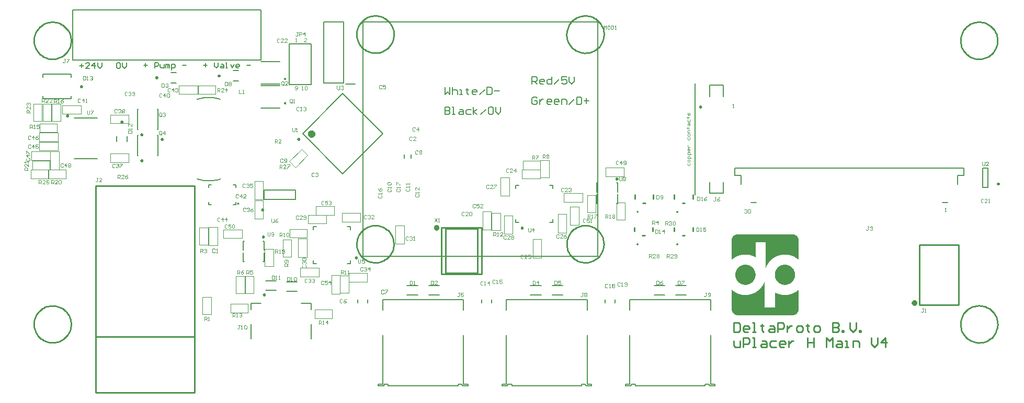
<source format=gto>
G04 =========================================*
G04 Numerical Innovations - Layer Information*
G04 Units: English*
G04 Purpose: Silk Top*
G04 =========================================*
G04 FAB 3000 Version 8.3.44 (64-bit) - Gerber/CAM Software*
G04 RS274-X Output*
%FSLAX35Y35*%
%MIA0B0*%
%MOIN*%
%SFA1.000000B1.000000*%

%IPPOS*%
%AMROUNDEDRECTD27*
4,1,4,-0.023755,-0.000500,
0.023755,-0.000500,
0.023755,0.000500,
-0.023755,0.000500,
-0.023755,-0.000500,0.0*
4,1,4,-0.019045,-0.004710,
0.019045,-0.004710,
0.019045,0.004710,
-0.019045,0.004710,
-0.019045,-0.004710,0.0*
1,1,0.009420,-0.019050,0.000000*
1,1,0.009420,0.019050,0.000000*
1,1,0.009420,0.019050,0.000000*
1,1,0.009420,-0.019050,0.000000*
%
%AMROUNDEDRECTD28*
4,1,4,-0.004710,-0.019045,
0.004710,-0.019045,
0.004710,0.019045,
-0.004710,0.019045,
-0.004710,-0.019045,0.0*
4,1,4,-0.000500,-0.023755,
0.000500,-0.023755,
0.000500,0.023755,
-0.000500,0.023755,
-0.000500,-0.023755,0.0*
1,1,0.009420,0.000000,0.019050*
1,1,0.009420,0.000000,0.019050*
1,1,0.009420,0.000000,-0.019050*
1,1,0.009420,0.000000,-0.019050*
%
%AMROUNDEDRECTD31*
4,1,4,-0.019045,0.004710,
-0.019045,-0.004710,
0.019045,-0.004710,
0.019045,0.004710,
-0.019045,0.004710,0.0*
4,1,4,-0.023755,0.000500,
-0.023755,-0.000500,
0.023755,-0.000500,
0.023755,0.000500,
-0.023755,0.000500,0.0*
1,1,0.009420,0.019050,0.000000*
1,1,0.009420,0.019050,0.000000*
1,1,0.009420,-0.019050,0.000000*
1,1,0.009420,-0.019050,0.000000*
%
%AMROUNDEDRECTD32*
4,1,4,-0.000500,0.023755,
-0.000500,-0.023755,
0.000500,-0.023755,
0.000500,0.023755,
-0.000500,0.023755,0.0*
4,1,4,-0.004710,0.019045,
-0.004710,-0.019045,
0.004710,-0.019045,
0.004710,0.019045,
-0.004710,0.019045,0.0*
1,1,0.009420,0.000000,0.019050*
1,1,0.009420,0.000000,-0.019050*
1,1,0.009420,0.000000,-0.019050*
1,1,0.009420,0.000000,0.019050*
%
%AMROUNDEDRECTD38*
4,1,4,-0.011810,-0.030475,
0.011810,-0.030475,
0.011810,0.030475,
-0.011810,0.030475,
-0.011810,-0.030475,0.0*
4,1,4,-0.009805,-0.032480,
0.009805,-0.032480,
0.009805,0.032480,
-0.009805,0.032480,
-0.009805,-0.032480,0.0*
1,1,0.004020,-0.009800,0.030470*
1,1,0.004020,0.009800,0.030470*
1,1,0.004020,0.009800,-0.030470*
1,1,0.004020,-0.009800,-0.030470*
%
%AMDIAMOND39*
4,1,4,-0.026445,0.000000,
0.000000,-0.026445,
0.026445,0.000000,
0.000000,0.026445,
-0.026445,0.000000,0.0*
%
%AMROTATEDRECTD40*
4,1,5,-0.024360,0.000700,
-0.000700,0.024360,
0.024360,-0.000700,
0.000700,-0.024360,
-0.024360,0.000700,
-0.024360,0.000700,0.0*
%
%AMROTATEDRECTD43*
4,1,5,0.002780,0.025060,
0.025060,0.002780,
-0.002780,-0.025060,
-0.025060,-0.002780,
0.002780,0.025060,
0.002780,0.025060,0.0*
%
%AMROTATEDRECTD44*
4,1,5,0.000700,0.042450,
0.042450,0.000700,
-0.000700,-0.042450,
-0.042450,-0.000700,
0.000700,0.042450,
0.000700,0.042450,0.0*
%
%AMROUNDEDRECTD47*
4,1,4,-0.044290,0.029530,
-0.044290,-0.029530,
0.044290,-0.029530,
0.044290,0.029530,
-0.044290,0.029530,0.0*
4,1,4,-0.059055,0.014765,
-0.059055,-0.014765,
0.059055,-0.014765,
0.059055,0.014765,
-0.059055,0.014765,0.0*
1,1,0.029530,0.044290,0.014760*
1,1,0.029530,0.044290,-0.014760*
1,1,0.029530,-0.044290,-0.014760*
1,1,0.029530,-0.044290,0.014760*
%
%AMROUNDEDRECTD57*
4,1,4,0.015750,-0.035435,
0.015750,0.035435,
-0.015750,0.035435,
-0.015750,-0.035435,
0.015750,-0.035435,0.0*
4,1,4,0.031495,-0.019685,
0.031495,0.019685,
-0.031495,0.019685,
-0.031495,-0.019685,
0.031495,-0.019685,0.0*
1,1,0.031500,-0.015750,-0.019680*
1,1,0.031500,-0.015750,0.019680*
1,1,0.031500,0.015750,0.019680*
1,1,0.031500,0.015750,-0.019680*
%
%AMROUNDEDRECTD58*
4,1,4,0.025590,0.011220,
-0.025590,0.011220,
-0.025590,-0.011220,
0.025590,-0.011220,
0.025590,0.011220,0.0*
4,1,4,0.021850,0.014960,
-0.021850,0.014960,
-0.021850,-0.014960,
0.021850,-0.014960,
0.021850,0.014960,0.0*
1,1,0.007480,0.021850,-0.011220*
1,1,0.007480,-0.021850,-0.011220*
1,1,0.007480,-0.021850,0.011220*
1,1,0.007480,0.021850,0.011220*
%
%AMROUNDEDRECTD62*
4,1,4,0.025690,-0.042325,
0.025690,0.042325,
-0.025690,0.042325,
-0.025690,-0.042325,
0.025690,-0.042325,0.0*
4,1,4,0.028545,-0.039470,
0.028545,0.039470,
-0.028545,0.039470,
-0.028545,-0.039470,
0.028545,-0.039470,0.0*
1,1,0.005710,-0.025690,-0.039470*
1,1,0.005710,-0.025690,0.039470*
1,1,0.005710,0.025690,0.039470*
1,1,0.005710,0.025690,-0.039470*
%
%AMROUNDEDRECTD63*
4,1,4,-0.025610,0.008860,
-0.025610,-0.008860,
0.025610,-0.008860,
0.025610,0.008860,
-0.025610,0.008860,0.0*
4,1,4,-0.027560,0.006910,
-0.027560,-0.006910,
0.027560,-0.006910,
0.027560,0.006910,
-0.027560,0.006910,0.0*
1,1,0.003900,0.025610,0.006910*
1,1,0.003900,0.025610,-0.006910*
1,1,0.003900,-0.025610,-0.006910*
1,1,0.003900,-0.025610,0.006910*
%
%AMROUNDEDRECTD64*
4,1,4,0.059055,0.080905,
-0.059055,0.080905,
-0.059055,-0.080905,
0.059055,-0.080905,
0.059055,0.080905,0.0*
4,1,4,0.057285,0.082675,
-0.057285,0.082675,
-0.057285,-0.082675,
0.057285,-0.082675,
0.057285,0.082675,0.0*
1,1,0.003540,0.057280,-0.080910*
1,1,0.003540,-0.057280,-0.080910*
1,1,0.003540,-0.057280,0.080910*
1,1,0.003540,0.057280,0.080910*
%
%AMOVALD65*
4,1,4,-0.011137,-0.019488,
0.019488,0.011137,
0.011137,0.019488,
-0.019488,-0.011137,
-0.011137,-0.019488,0.0*
1,1,0.011810,0.015310,0.015310*
1,1,0.011810,-0.015310,-0.015310*
%
%AMOVALD66*
4,1,4,-0.019488,0.011137,
0.011137,-0.019488,
0.019488,-0.011137,
-0.011137,0.019488,
-0.019488,0.011137,0.0*
1,1,0.011810,0.015310,-0.015310*
1,1,0.011810,-0.015310,0.015310*
%
%AMDIAMOND67*
4,1,4,0.000000,0.026445,
-0.026445,0.000000,
0.000000,-0.026445,
0.026445,0.000000,
0.000000,0.026445,0.0*
%
%AMROUNDEDRECTD125*
4,1,4,0.019685,0.011810,
-0.019685,0.011810,
-0.019685,-0.011810,
0.019685,-0.011810,
0.019685,0.011810,0.0*
4,1,4,0.000500,0.031495,
-0.000500,0.031495,
-0.000500,-0.031495,
0.000500,-0.031495,
0.000500,0.031495,0.0*
1,1,0.039370,0.000000,-0.011810*
1,1,0.039370,0.000000,-0.011810*
1,1,0.039370,0.000000,0.011810*
1,1,0.039370,0.000000,0.011810*
%
%ADD10C,0.010000*%
%ADD11C,0.009840*%
%ADD12C,0.007870*%
%ADD13C,0.019680*%
%ADD14C,0.023620*%
%ADD15C,0.003940*%
%ADD16C,0.005000*%
%ADD17C,0.005910*%
%ADD22R,0.039370X0.035430*%
%ADD23R,0.031500X0.039370*%
%ADD24R,0.061020X0.025590*%
%ADD25R,0.151580X0.151580*%
%ADD26C,0.008480*%
%ADD27ROUNDEDRECTD27*%
%ADD28ROUNDEDRECTD28*%
%ADD29R,0.035430X0.037400*%
%ADD30R,0.033470X0.035430*%
%ADD31ROUNDEDRECTD31*%
%ADD32ROUNDEDRECTD32*%
%ADD33R,0.151580X0.151580*%
%ADD34R,0.035430X0.033470*%
%ADD35R,0.088580X0.059060*%
%ADD36O,0.009840X0.019680*%
%ADD37R,0.037400X0.035430*%
%ADD38ROUNDEDRECTD38*%
%ADD39DIAMOND39*%
%ADD40ROTATEDRECTD40*%
%ADD41R,0.098430X0.090550*%
%ADD42R,0.023620X0.016930*%
%ADD43ROTATEDRECTD43*%
%ADD44ROTATEDRECTD44*%
%ADD45R,0.013390X0.025590*%
%ADD46R,0.013390X0.031500*%
%ADD47ROUNDEDRECTD47*%
%ADD48R,0.070870X0.049210*%
%ADD49R,0.050000X0.030000*%
%ADD50R,0.043310X0.039370*%
%ADD51R,0.037400X0.037400*%
%ADD52R,0.027560X0.017720*%
%ADD53R,0.059060X0.015750*%
%ADD54R,0.059060X0.031500*%
%ADD55R,0.023620X0.086610*%
%ADD56R,0.070870X0.102360*%
%ADD57ROUNDEDRECTD57*%
%ADD58ROUNDEDRECTD58*%
%ADD59R,0.037400X0.037400*%
%ADD60R,0.055120X0.047240*%
%ADD61R,0.047240X0.055120*%
%ADD62ROUNDEDRECTD62*%
%ADD63ROUNDEDRECTD63*%
%ADD64ROUNDEDRECTD64*%
%ADD65OVALD65*%
%ADD66OVALD66*%
%ADD67DIAMOND67*%
%ADD68C,0.168310*%
%ADD69R,0.141730X0.051180*%
%ADD70R,0.007870X0.039370*%
%ADD71R,0.011810X0.047240*%
%ADD72C,0.047240*%
%ADD104R,0.047240X0.047240*%
%ADD107R,0.047240X0.047240*%
%ADD115O,0.078870X0.067060*%
%ADD116C,0.008000*%
%ADD117C,0.084770*%
%ADD118R,0.084770X0.084770*%
%ADD119C,0.049340*%
%ADD120C,0.063910*%
%ADD121C,0.143830*%
%ADD122C,0.118240*%
%ADD123C,0.165480*%
%ADD124C,0.133980*%
%ADD125ROUNDEDRECTD125*%
%ADD126C,0.025590*%
%ADD127C,0.007870*%
%ADD128C,0.015750*%
%ADD129C,0.039370*%
%ADD130C,0.013780*%
%ADD131C,0.011810*%
%ADD132R,0.090160X0.067320*%
%ADD133O,0.070870X0.059060*%
%ADD134C,0.076770*%
%ADD135R,0.076770X0.076770*%
%ADD136C,0.041340*%
%ADD137C,0.055910*%
%ADD138C,0.135830*%
%ADD139C,0.110240*%
%ADD140C,0.157480*%
%ADD141C,0.125980*%
%ADD142C,0.031500*%
%ADD143C,0.055120*%
%ADD144C,0.019680*%
%ADD145C,0.007000*%
%ADD146C,0.001000*%
%LNuP-H Main PCBA Assy V04_0*%
%LPD*%
G54D10*
X78740Y105905D02*
G01X141732D01*
X78740Y237795D02*
G01X141732D01*
X78740Y141732D02*
G01X141732D01*
G54D12*
X64016Y318307D02*
G01X184016D01*
X64016Y350197D02*
G01X184016D01*
X126673Y303740D02*
G01X130020D01*
X126673Y310433D02*
G01X130020D01*
G54D15*
X128346Y298032D02*
G01Y300393D01*
D02*
G01X127166Y299213D01*
D02*
G01X128740D01*
G54D17*
X128734Y313189D02*
G01X126963D01*
Y315550D02*
G01X128734D01*
G54D11*
X121457Y267717D02*
G01X121446Y267819D01*
X121414Y267917D01*
X121363Y268006D01*
X121294Y268083D01*
X121211Y268143D01*
X121117Y268185D01*
X121016Y268206D01*
X120914D01*
X120813Y268185D01*
X120719Y268143D01*
X120636Y268083D01*
X120567Y268006D01*
X120516Y267917D01*
X120484Y267819D01*
X120473Y267717D01*
X120484Y267615D01*
X120516Y267517D01*
X120567Y267428D01*
X120636Y267351D01*
X120719Y267291D01*
X120813Y267249D01*
X120914Y267228D01*
X121016D01*
X121117Y267249D01*
X121211Y267291D01*
X121294Y267351D01*
X121363Y267428D01*
X121414Y267517D01*
X121446Y267615D01*
X121457Y267717D01*
D03*
G54D15*
Y284252D02*
G01X121850Y284645D01*
Y282284D02*
G01X121457Y282677D01*
X122637Y272834D02*
G01X121457Y271654D01*
D02*
G01X123031D01*
X122835Y296850D02*
G01X121654Y295669D01*
D02*
G01X123228D01*
X120867Y301053D02*
G01X122047D01*
Y303414D02*
G01X120867D01*
G54D17*
X120469Y313189D02*
G01X122240D01*
G54D12*
X143504Y242165D02*
G01X144920Y241803D01*
X146353Y241520D01*
X147799Y241316D01*
X149255Y241192D01*
X150715Y241148D01*
X152176Y241184D01*
X153632Y241300D01*
X155080Y241497D01*
X156515Y241772D01*
X157932Y242126D01*
X158071Y242165D01*
Y293268D02*
G01X156656Y293630D01*
X155222Y293913D01*
X153776Y294117D01*
X152320Y294241D01*
X150860Y294285D01*
X149399Y294249D01*
X147943Y294133D01*
X146495Y293936D01*
X145060Y293661D01*
X143643Y293307D01*
X143504Y293268D01*
G54D15*
X144095Y301969D02*
G01X155118D01*
X144095Y296457D02*
G01X155118D01*
X150787Y211614D02*
G01X156299D01*
X150787Y199803D02*
G01X156299D01*
X153544Y197775D02*
G01X153150Y197381D01*
D02*
G01Y195807D01*
D02*
G01X153544Y195413D01*
G54D12*
X166437Y311614D02*
G01X169783D01*
X166437Y304921D02*
G01X169783D01*
G54D15*
X164567Y162598D02*
G01X175591D01*
X164567Y157087D02*
G01X175591D01*
X160136Y204535D02*
G01X171947D01*
X160136Y210047D02*
G01X171947D01*
G54D17*
X166535Y238583D02*
G01X168110D01*
X166535Y225984D02*
G01X168110D01*
X158658Y314370D02*
G01X160429D01*
Y313189D02*
G01X158658D01*
X160429Y314960D02*
G01Y313189D01*
X159838Y315550D02*
G01X160429Y314960D01*
G54D12*
X249016Y192913D02*
G01X398622D01*
X249016Y342520D02*
G01X398622D01*
X261614Y165354D02*
G01X313189D01*
X265158Y110236D02*
G01X309646D01*
X369646Y174236D02*
G01X376417D01*
X369646Y168283D02*
G01X376417D01*
X340354Y165354D02*
G01X391929D01*
X343898Y110236D02*
G01X388386D01*
G54D15*
X373228Y208053D02*
G01X378740D01*
X373228Y219864D02*
G01X378740D01*
X374999Y177362D02*
G01X373425D01*
X374606Y176575D02*
G01X374999Y176181D01*
D02*
G01Y175394D01*
D02*
G01X374606Y175000D01*
X376271Y204652D02*
G01X374697D01*
D02*
G01X376271Y206226D01*
X375878Y207014D02*
G01X375091D01*
D02*
G01X374697Y206620D01*
X362205Y243307D02*
G01X367717D01*
X362205Y254331D02*
G01X367717D01*
G54D11*
X350886Y211088D02*
G01X350875Y211190D01*
X350843Y211288D01*
X350792Y211377D01*
X350723Y211454D01*
X350640Y211514D01*
X350546Y211556D01*
X350445Y211577D01*
X350343D01*
X350242Y211556D01*
X350148Y211514D01*
X350065Y211454D01*
X349996Y211377D01*
X349945Y211288D01*
X349913Y211190D01*
X349902Y211088D01*
X349913Y210986D01*
X349945Y210888D01*
X349996Y210799D01*
X350065Y210722D01*
X350148Y210662D01*
X350242Y210620D01*
X350343Y210599D01*
X350445D01*
X350546Y210620D01*
X350640Y210662D01*
X350723Y210722D01*
X350792Y210799D01*
X350843Y210888D01*
X350875Y210986D01*
X350886Y211088D01*
G54D15*
X350788Y194027D02*
G01X350001D01*
D02*
G01X349607Y193634D01*
Y192059D02*
G01X350001Y191666D01*
D02*
G01X350788D01*
X325295Y221720D02*
G01X330807D01*
X325295Y209909D02*
G01X330807D01*
X326261Y174700D02*
G01X327049D01*
X326655Y177061D02*
G01X326261Y176668D01*
G54D17*
X323418Y296260D02*
G01X326567Y299408D01*
X324205Y283569D02*
G01X327354Y286718D01*
G54D10*
X299016Y211167D02*
G01X324606D01*
X299016Y181640D02*
G01X324606D01*
X301575Y210577D02*
G01X322047D01*
X301575Y182230D02*
G01X322047D01*
G54D12*
X313228Y110237D02*
G01X315945Y110236D01*
X313189Y111417D02*
G01X315945D01*
G54D17*
X306888Y299408D02*
G01X308462D01*
X307675Y283569D02*
G01X306888D01*
X306101D02*
G01X307675D01*
G54D15*
X331102Y220652D02*
G01X336614D01*
X331102Y209628D02*
G01X336614D01*
X332981Y177861D02*
G01X332194D01*
Y175500D02*
G01X332981D01*
X332381Y238565D02*
G01X333956D01*
Y238171D02*
G01X332381Y236597D01*
D02*
G01Y236203D01*
X332178Y208163D02*
G01X333359D01*
Y206589D02*
G01X332178D01*
G54D17*
X315547Y300196D02*
G01Y299408D01*
D02*
G01X314759D01*
D02*
G01X316334D01*
D02*
G01X315547D01*
D02*
G01Y297047D01*
X321844Y297834D02*
G01X318695D01*
X321844Y298621D02*
G01Y297834D01*
X321057Y299408D02*
G01X321844Y298621D01*
X319482Y299408D02*
G01X321057D01*
X318695Y298621D02*
G01X319482Y299408D01*
X318695Y297047D02*
G01Y298621D01*
X319482Y296260D02*
G01X318695Y297047D01*
X321057Y296260D02*
G01X319482D01*
X315547Y297047D02*
G01X316334Y296260D01*
X301378Y300983D02*
G01Y296260D01*
D02*
G01X302952Y297834D01*
D02*
G01X304526Y296260D01*
X306101Y298621D02*
G01X306888Y299408D01*
X306101Y296260D02*
G01Y298621D01*
Y300983D02*
G01Y296260D01*
X304526D02*
G01Y300983D01*
G54D10*
X402574Y200787D02*
G01X402534Y201761D01*
X402414Y202728D01*
X402214Y203682D01*
X401937Y204616D01*
X401584Y205524D01*
X401157Y206401D01*
X400659Y207239D01*
X400094Y208033D01*
X399466Y208778D01*
X398778Y209468D01*
X398036Y210100D01*
X397245Y210669D01*
X396409Y211170D01*
X395535Y211601D01*
X394628Y211958D01*
X393695Y212240D01*
X392742Y212444D01*
X391776Y212568D01*
X390802Y212613D01*
X389828Y212577D01*
X388860Y212461D01*
X387906Y212266D01*
X386970Y211993D01*
X386060Y211644D01*
X385182Y211221D01*
X384342Y210727D01*
X383545Y210166D01*
X382797Y209541D01*
X382103Y208857D01*
X381468Y208118D01*
X380896Y207329D01*
X380391Y206495D01*
X379956Y205623D01*
X379595Y204718D01*
X379309Y203786D01*
X379101Y202834D01*
X378972Y201868D01*
X378923Y200895D01*
X378954Y199921D01*
X379065Y198953D01*
X379256Y197997D01*
X379525Y197060D01*
X379870Y196149D01*
X380289Y195269D01*
X380779Y194426D01*
X381336Y193627D01*
X381958Y192876D01*
X382639Y192179D01*
X383375Y191541D01*
X384162Y190965D01*
X384993Y190456D01*
X385863Y190017D01*
X386766Y189652D01*
X387697Y189362D01*
X388648Y189149D01*
X389613Y189016D01*
X390586Y188962D01*
X391561Y188989D01*
X392529Y189096D01*
X393486Y189282D01*
X394424Y189547D01*
X395337Y189888D01*
X396219Y190303D01*
X397064Y190789D01*
X397865Y191343D01*
X398619Y191961D01*
X399319Y192639D01*
X399961Y193372D01*
X400540Y194156D01*
X401053Y194985D01*
X401496Y195853D01*
X401865Y196755D01*
X402160Y197684D01*
X402376Y198634D01*
X402514Y199599D01*
X402572Y200572D01*
X402574Y200787D01*
X402639Y334646D02*
G01X402599Y335622D01*
X402479Y336592D01*
X402279Y337549D01*
X402002Y338486D01*
X401649Y339397D01*
X401222Y340276D01*
X400724Y341117D01*
X400159Y341915D01*
X399530Y342663D01*
X398842Y343357D01*
X398100Y343992D01*
X397307Y344564D01*
X396471Y345069D01*
X395596Y345504D01*
X394687Y345865D01*
X393753Y346151D01*
X392798Y346359D01*
X391829Y346488D01*
X390853Y346537D01*
X389877Y346505D01*
X388906Y346393D01*
X387947Y346202D01*
X387008Y345933D01*
X386094Y345588D01*
X385211Y345169D01*
X384365Y344679D01*
X383563Y344121D01*
X382809Y343499D01*
X382109Y342817D01*
X381467Y342080D01*
X380888Y341293D01*
X380376Y340461D01*
X379933Y339589D01*
X379564Y338685D01*
X379270Y337753D01*
X379054Y336800D01*
X378916Y335832D01*
X378859Y334857D01*
X378882Y333880D01*
X378985Y332908D01*
X379167Y331948D01*
X379428Y331006D01*
X379765Y330089D01*
X380176Y329202D01*
X380659Y328352D01*
X381210Y327545D01*
X381825Y326786D01*
X382501Y326080D01*
X383232Y325432D01*
X384014Y324845D01*
X384842Y324326D01*
X385709Y323875D01*
X386611Y323498D01*
X387540Y323196D01*
X388491Y322971D01*
X389457Y322825D01*
X390432Y322759D01*
X391409Y322773D01*
X392382Y322868D01*
X393344Y323042D01*
X394288Y323294D01*
X395208Y323623D01*
X396098Y324027D01*
X396952Y324502D01*
X397764Y325046D01*
X398529Y325654D01*
X399241Y326323D01*
X399896Y327049D01*
X400489Y327826D01*
X401016Y328649D01*
X401474Y329512D01*
X401859Y330410D01*
X402169Y331337D01*
X402402Y332286D01*
X402557Y333251D01*
X402632Y334225D01*
X402639Y334646D01*
G54D15*
X381102Y212778D02*
G01X386614D01*
X381102Y224589D02*
G01X386614D01*
X377165Y233250D02*
G01X388976D01*
X377165Y227738D02*
G01X388976D01*
G54D12*
X368110Y214746D02*
G01X370079D01*
D02*
G01Y216715D01*
X368110Y238368D02*
G01X370079D01*
Y236400D02*
G01Y238368D01*
X355866Y168283D02*
G01X362638D01*
X355866Y174236D02*
G01X362638D01*
G54D15*
X351036Y248361D02*
G01X362060D01*
X351036Y253873D02*
G01X362060D01*
X350394Y242699D02*
G01X362205D01*
X350394Y248211D02*
G01X362205D01*
X357283Y192050D02*
G01X362795D01*
X357283Y203861D02*
G01X362795D01*
X360826Y175000D02*
G01Y177362D01*
D02*
G01X359646Y176181D01*
D02*
G01X361220D01*
X359298Y257357D02*
G01X360872D01*
D02*
G01Y256963D01*
D02*
G01X359298Y255389D01*
G54D12*
X249016Y192913D02*
G01Y342520D01*
X210609Y271226D02*
G01X236221Y245614D01*
Y296838D02*
G01X261832Y271226D01*
X210609D02*
G01X236221Y296838D01*
Y245614D02*
G01X261832Y271226D01*
G54D14*
X217358D02*
G01X217332Y271472D01*
X217256Y271706D01*
X217132Y271920D01*
X216967Y272104D01*
X216768Y272249D01*
X216542Y272349D01*
X216300Y272401D01*
X216054D01*
X215812Y272349D01*
X215587Y272249D01*
X215387Y272104D01*
X215222Y271920D01*
X215098Y271706D01*
X215022Y271472D01*
X214996Y271226D01*
X215022Y270981D01*
X215098Y270746D01*
X215222Y270532D01*
X215387Y270348D01*
X215586Y270203D01*
X215812Y270103D01*
X216054Y270052D01*
X216300D01*
X216542Y270103D01*
X216767Y270203D01*
X216967Y270348D01*
X217132Y270532D01*
X217256Y270746D01*
X217332Y270980D01*
X217358Y271226D01*
D03*
G54D11*
X185507Y222624D02*
G01X185496Y222726D01*
X185464Y222824D01*
X185413Y222913D01*
X185344Y222990D01*
X185261Y223050D01*
X185167Y223092D01*
X185066Y223113D01*
X184964D01*
X184863Y223092D01*
X184769Y223050D01*
X184686Y222990D01*
X184617Y222913D01*
X184566Y222824D01*
X184534Y222726D01*
X184523Y222624D01*
X184534Y222522D01*
X184566Y222424D01*
X184617Y222335D01*
X184686Y222258D01*
X184769Y222198D01*
X184863Y222156D01*
X184964Y222135D01*
X185066D01*
X185167Y222156D01*
X185261Y222198D01*
X185344Y222258D01*
X185413Y222335D01*
X185464Y222424D01*
X185496Y222522D01*
X185507Y222624D01*
G54D15*
X218898Y219390D02*
G01Y224902D01*
X230709Y219390D02*
G01Y224902D01*
X179916Y216915D02*
G01Y228726D01*
X185428Y216915D02*
G01Y228726D01*
X174307Y223411D02*
G01X173913Y223805D01*
X173126D02*
G01X172732Y223411D01*
D02*
G01Y221837D01*
X175094Y223411D02*
G01X175487Y223805D01*
X176275D02*
G01X176668Y223411D01*
D02*
G01Y223018D01*
X179030Y223805D02*
G01X178242Y223411D01*
D02*
G01X177455Y222624D01*
G54D12*
X64997Y255128D02*
G01X79564D01*
X64997Y281112D02*
G01X79564D01*
G54D15*
X70670Y305512D02*
G01X71851D01*
Y307874D02*
G01X70670D01*
X69918Y292530D02*
G01X71493D01*
G54D12*
X201938Y302484D02*
G01X215914D01*
D02*
G01Y328665D01*
X201938Y302484D02*
G01Y328665D01*
G54D15*
X260893Y301947D02*
G01X260499Y302341D01*
D02*
G01X259712D01*
D02*
G01X259318Y301947D01*
X263254Y302341D02*
G01X261680D01*
D02*
G01Y301160D01*
X197033Y302544D02*
G01X197427Y302150D01*
D02*
G01X198214D01*
X197820Y302938D02*
G01X198608Y302150D01*
X198214D02*
G01X198608Y302544D01*
X200969Y302150D02*
G01X199395D01*
D02*
G01X200969Y303725D01*
G54D12*
X199866Y306201D02*
G01X199857Y306283D01*
X199832Y306361D01*
X199791Y306433D01*
X199736Y306494D01*
X199669Y306542D01*
X199594Y306576D01*
X199513Y306593D01*
X199431D01*
X199350Y306576D01*
X199275Y306542D01*
X199208Y306494D01*
X199153Y306433D01*
X199112Y306361D01*
X199087Y306283D01*
X199078Y306201D01*
X199087Y306119D01*
X199112Y306041D01*
X199153Y305970D01*
X199208Y305908D01*
X199275Y305860D01*
X199350Y305826D01*
X199431Y305809D01*
X199513D01*
X199594Y305826D01*
X199669Y305860D01*
X199736Y305908D01*
X199791Y305969D01*
X199832Y306041D01*
X199857Y306119D01*
X199866Y306201D01*
D03*
X237983Y303071D02*
G01X244086D01*
X224007Y303740D02*
G01X236605D01*
G54D15*
X198608Y302544D02*
G01Y304118D01*
D02*
G01X198214Y304512D01*
D02*
G01X197427D01*
X200969Y303725D02*
G01Y304118D01*
D02*
G01X200575Y304512D01*
D02*
G01X199788D01*
D02*
G01X199395Y304118D01*
G54D16*
X184118Y302898D02*
G01X195929D01*
G54D15*
X197033Y304118D02*
G01Y302544D01*
X197427Y304512D02*
G01X197033Y304118D01*
G54D12*
X236605Y303740D02*
G01Y342717D01*
X224007Y303740D02*
G01Y342717D01*
G54D10*
X427165Y206234D02*
G01X428740D01*
X427362Y227100D02*
G01X428937D01*
G54D12*
X422638Y110236D02*
G01X467126D01*
X419095Y165354D02*
G01X470669D01*
G54D17*
X310824Y285143D02*
G01X313185D01*
X310037Y284356D02*
G01X310824Y285143D01*
Y283569D02*
G01X310037Y284356D01*
X313185Y283569D02*
G01X310824D01*
X313185Y285930D02*
G01Y283569D01*
X312398Y286718D02*
G01X313185Y285930D01*
X310824Y286718D02*
G01X312398D01*
X311611Y299408D02*
G01X310824D01*
X311611Y296260D02*
G01Y299408D01*
X312398Y296260D02*
G01X311611D01*
X310824D02*
G01X312398D01*
X309249Y298621D02*
G01Y296260D01*
X308462Y299408D02*
G01X309249Y298621D01*
G54D10*
X422244Y229659D02*
G01Y232218D01*
G54D12*
X398158Y226656D02*
G01Y232463D01*
X411346Y226656D02*
G01Y232463D01*
X398622Y192913D02*
G01Y342520D01*
G54D15*
X391929Y220947D02*
G01Y231971D01*
X397441Y220947D02*
G01Y231971D01*
X388976Y227738D02*
G01Y233250D01*
G54D12*
X388386Y110236D02*
G01Y111417D01*
G54D15*
X386614Y212778D02*
G01Y224589D01*
X389297Y216518D02*
G01Y214943D01*
X389370Y169488D02*
G01X388583D01*
D02*
G01X388977D01*
D02*
G01Y167520D01*
D02*
G01X388583Y167126D01*
X388190D02*
G01X387796Y167520D01*
X388583Y167126D02*
G01X388190D01*
G54D12*
X388386Y111417D02*
G01X390748D01*
G54D15*
X390478Y216911D02*
G01X389691D01*
D02*
G01X389297Y216518D01*
Y214943D02*
G01X389691Y214550D01*
D02*
G01X390478D01*
G36*
X523095Y206964D02*
G01X523514D01*
Y206918D01*
X523746D01*
Y206871D01*
X523885D01*
Y206825D01*
X524072D01*
Y206778D01*
X524211D01*
Y206732D01*
X524304D01*
Y206685D01*
X524443D01*
Y206639D01*
X524537D01*
Y206592D01*
X524629D01*
Y206546D01*
X524722D01*
Y206499D01*
X524769D01*
Y206453D01*
X524862D01*
Y206406D01*
X524955D01*
Y206360D01*
X525002D01*
Y206313D01*
X525095D01*
Y206267D01*
X525141D01*
Y206220D01*
X525188D01*
Y206174D01*
X525281D01*
Y206127D01*
X525327D01*
Y206081D01*
X525374D01*
Y206034D01*
X525420D01*
Y205988D01*
X525467D01*
Y205941D01*
X525513D01*
Y205895D01*
X525560D01*
Y205848D01*
X525606D01*
Y205802D01*
X525653D01*
Y205755D01*
X525699D01*
Y205709D01*
X525746D01*
Y205662D01*
X525792D01*
Y205616D01*
X525839D01*
Y205569D01*
X525885D01*
Y205523D01*
X525932D01*
Y205430D01*
X525978D01*
Y205383D01*
X526024D01*
Y205337D01*
X526071D01*
Y205244D01*
X526118D01*
Y205197D01*
X526164D01*
Y205104D01*
X526210D01*
Y205011D01*
X526257D01*
Y204965D01*
X526303D01*
Y204872D01*
X526350D01*
Y204779D01*
X526397D01*
Y204639D01*
X526443D01*
Y204546D01*
X526489D01*
Y204407D01*
X526536D01*
Y204267D01*
X526582D01*
Y204128D01*
X526629D01*
Y203942D01*
X526676D01*
Y203709D01*
X526722D01*
Y190736D01*
X526676D01*
Y190782D01*
X526582D01*
Y190829D01*
X526536D01*
Y190875D01*
X526489D01*
Y190922D01*
X526443D01*
Y190968D01*
X526397D01*
Y191015D01*
X526350D01*
Y191061D01*
X526303D01*
Y191108D01*
X526210D01*
Y191154D01*
X526164D01*
Y191201D01*
X526118D01*
Y191247D01*
X526071D01*
Y191294D01*
X525978D01*
Y191340D01*
X525932D01*
Y191387D01*
X525885D01*
Y191433D01*
X525792D01*
Y191480D01*
X525746D01*
Y191526D01*
X525699D01*
Y191573D01*
X525606D01*
Y191619D01*
X525560D01*
Y191666D01*
X525513D01*
Y191712D01*
X525420D01*
Y191759D01*
X525374D01*
Y191805D01*
X525281D01*
Y191852D01*
X525234D01*
Y191898D01*
X525141D01*
Y191945D01*
X525095D01*
Y191991D01*
X525002D01*
Y192038D01*
X524955D01*
Y192084D01*
X524862D01*
Y192131D01*
X524816D01*
Y192177D01*
X524722D01*
Y192224D01*
X524629D01*
Y192270D01*
X524583D01*
Y192317D01*
X524490D01*
Y192363D01*
X524397D01*
Y192410D01*
X524304D01*
Y192456D01*
X524258D01*
Y192503D01*
X524164D01*
Y192549D01*
X524072D01*
Y192596D01*
X523979D01*
Y192642D01*
X523885D01*
Y192689D01*
X523793D01*
Y192735D01*
X523700D01*
Y192782D01*
X523606D01*
Y192828D01*
X523514D01*
Y192875D01*
X523420D01*
Y192921D01*
X523281D01*
Y192968D01*
X523188D01*
Y193014D01*
X523095D01*
Y193061D01*
X523002D01*
Y193107D01*
X522862D01*
Y193154D01*
X522769D01*
Y193200D01*
X522630D01*
Y193247D01*
X522491D01*
Y193293D01*
X522398D01*
Y193340D01*
X522258D01*
Y193386D01*
X522119D01*
Y193433D01*
X521979D01*
Y193479D01*
X521840D01*
Y193526D01*
X521654D01*
Y193572D01*
X521514D01*
Y193619D01*
X521328D01*
Y193665D01*
X521142D01*
Y193712D01*
X520956D01*
Y193758D01*
X520770D01*
Y193805D01*
X520538D01*
Y193851D01*
X520305D01*
Y193898D01*
X520026D01*
Y193944D01*
X519700D01*
Y193991D01*
X519282D01*
Y194037D01*
X518678D01*
Y194084D01*
X517376D01*
Y194037D01*
X516724D01*
Y193991D01*
X516353D01*
Y193944D01*
X516027D01*
Y193898D01*
X515748D01*
Y193851D01*
X515516D01*
Y193805D01*
X515283D01*
Y193758D01*
X515051D01*
Y193712D01*
X514864D01*
Y193665D01*
X514678D01*
Y193619D01*
X514539D01*
Y193572D01*
X514353D01*
Y193526D01*
X514214D01*
Y193479D01*
X514074D01*
Y193433D01*
X513935D01*
Y193386D01*
X513795D01*
Y193340D01*
X513656D01*
Y193293D01*
X513516D01*
Y193247D01*
X513377D01*
Y193200D01*
X513283D01*
Y193154D01*
X513144D01*
Y193107D01*
X513051D01*
Y193061D01*
X512958D01*
Y193014D01*
X512818D01*
Y192968D01*
X512725D01*
Y192921D01*
X512633D01*
Y192875D01*
X512539D01*
Y192828D01*
X512400D01*
Y192782D01*
X512307D01*
Y192735D01*
X512214D01*
Y192689D01*
X512121D01*
Y192642D01*
X512028D01*
Y192596D01*
X511981D01*
Y192549D01*
X511889D01*
Y192503D01*
X511796D01*
Y192456D01*
X511702D01*
Y192410D01*
X511610D01*
Y192363D01*
X511563D01*
Y192317D01*
X511470D01*
Y192270D01*
X511377D01*
Y192224D01*
X511284D01*
Y192177D01*
X511237D01*
Y192131D01*
X511144D01*
Y192084D01*
X511098D01*
Y192038D01*
X511005D01*
Y191991D01*
X510958D01*
Y191945D01*
X510865D01*
Y191898D01*
X510819D01*
Y191852D01*
X510726D01*
Y191805D01*
X510679D01*
Y191759D01*
X510587D01*
Y191712D01*
X510540D01*
Y191666D01*
X510447D01*
Y191619D01*
X510400D01*
Y191573D01*
X510354D01*
Y191526D01*
X510261D01*
Y191480D01*
X510215D01*
Y191433D01*
X510168D01*
Y191387D01*
X510075D01*
Y191340D01*
X510029D01*
Y191294D01*
X509982D01*
Y191247D01*
X509936D01*
Y191201D01*
X509842D01*
Y191154D01*
X509796D01*
Y191108D01*
X509750D01*
Y191061D01*
X509703D01*
Y191015D01*
X509656D01*
Y190968D01*
X509563D01*
Y190922D01*
X509517D01*
Y190875D01*
X509471D01*
Y190829D01*
X509424D01*
Y190782D01*
X509377D01*
Y190736D01*
X509331D01*
Y190689D01*
X509284D01*
Y190643D01*
X509238D01*
Y190596D01*
X509192D01*
Y190550D01*
X509098D01*
Y190503D01*
X509052D01*
Y190457D01*
X509005D01*
Y190410D01*
X508959D01*
Y190364D01*
X508913D01*
Y190317D01*
X508866D01*
Y190271D01*
X508819D01*
Y190224D01*
X508773D01*
Y190178D01*
X508727D01*
Y190131D01*
X508680D01*
Y190085D01*
X508634D01*
Y190038D01*
X508587D01*
Y189945D01*
X508540D01*
Y189899D01*
X508494D01*
Y189852D01*
X508448D01*
Y189806D01*
X508401D01*
Y189759D01*
X508355D01*
Y189713D01*
X508308D01*
Y189666D01*
X508261D01*
Y189620D01*
X508215D01*
Y189573D01*
X508169D01*
Y189480D01*
X508122D01*
Y189434D01*
X508076D01*
Y189387D01*
X508029D01*
Y189341D01*
X507982D01*
Y189294D01*
X507936D01*
Y189201D01*
X507890D01*
Y189155D01*
X507843D01*
Y189108D01*
X507796D01*
Y189015D01*
X507750D01*
Y188969D01*
X507703D01*
Y188922D01*
X507657D01*
Y188829D01*
X507611D01*
Y188783D01*
X507564D01*
Y188736D01*
X507517D01*
Y188643D01*
X507471D01*
Y188597D01*
X507424D01*
Y188550D01*
X507378D01*
Y188457D01*
X507332D01*
Y188411D01*
X507285D01*
Y188318D01*
X507238D01*
Y188271D01*
X507192D01*
Y188178D01*
X507146D01*
Y188132D01*
X507099D01*
Y188039D01*
X507053D01*
Y187946D01*
X507006D01*
Y187899D01*
X506959D01*
Y187806D01*
X506913D01*
Y187713D01*
X506867D01*
Y187667D01*
X506820D01*
Y187574D01*
X506774D01*
Y187481D01*
X506727D01*
Y187388D01*
X506680D01*
Y187341D01*
X506634D01*
Y187248D01*
X506588D01*
Y187155D01*
X506541D01*
Y187062D01*
X506495D01*
Y186969D01*
X506448D01*
Y186876D01*
X506401D01*
Y186783D01*
X506355D01*
Y186690D01*
X506309D01*
Y186597D01*
X506262D01*
Y186504D01*
X506215D01*
Y186365D01*
X506169D01*
Y186272D01*
X506122D01*
Y186179D01*
X506076D01*
Y186039D01*
X506030D01*
Y185946D01*
X505983D01*
Y185807D01*
X505936D01*
Y185714D01*
X505890D01*
Y185574D01*
X505843D01*
Y185435D01*
X505797D01*
Y185295D01*
X505751D01*
Y201942D01*
X499287D01*
Y192363D01*
X499194D01*
Y192410D01*
X499148D01*
Y192456D01*
X499054D01*
Y192503D01*
X498961D01*
Y192549D01*
X498869D01*
Y192596D01*
X498775D01*
Y192642D01*
X498682D01*
Y192689D01*
X498590D01*
Y192735D01*
X498496D01*
Y192782D01*
X498404D01*
Y192828D01*
X498311D01*
Y192875D01*
X498217D01*
Y192921D01*
X498125D01*
Y192968D01*
X498032D01*
Y193014D01*
X497892D01*
Y193061D01*
X497799D01*
Y193107D01*
X497659D01*
Y193154D01*
X497567D01*
Y193200D01*
X497427D01*
Y193247D01*
X497334D01*
Y193293D01*
X497194D01*
Y193340D01*
X497055D01*
Y193386D01*
X496915D01*
Y193433D01*
X496776D01*
Y193479D01*
X496636D01*
Y193526D01*
X496497D01*
Y193572D01*
X496311D01*
Y193619D01*
X496125D01*
Y193665D01*
X495986D01*
Y193712D01*
X495753D01*
Y193758D01*
X495567D01*
Y193805D01*
X495334D01*
Y193851D01*
X495102D01*
Y193898D01*
X494823D01*
Y193944D01*
X494497D01*
Y193991D01*
X494079D01*
Y194037D01*
X493474D01*
Y194084D01*
X492172D01*
Y194037D01*
X491568D01*
Y193991D01*
X491150D01*
Y193944D01*
X490824D01*
Y193898D01*
X490545D01*
Y193851D01*
X490312D01*
Y193805D01*
X490080D01*
Y193758D01*
X489894D01*
Y193712D01*
X489708D01*
Y193665D01*
X489522D01*
Y193619D01*
X489336D01*
Y193572D01*
X489196D01*
Y193526D01*
X489010D01*
Y193479D01*
X488871D01*
Y193433D01*
X488731D01*
Y193386D01*
X488592D01*
Y193340D01*
X488452D01*
Y193293D01*
X488313D01*
Y193247D01*
X488220D01*
Y193200D01*
X488081D01*
Y193154D01*
X487988D01*
Y193107D01*
X487848D01*
Y193061D01*
X487755D01*
Y193014D01*
X487662D01*
Y192968D01*
X487523D01*
Y192921D01*
X487430D01*
Y192875D01*
X487336D01*
Y192828D01*
X487244D01*
Y192782D01*
X487150D01*
Y192735D01*
X487057D01*
Y192689D01*
X486965D01*
Y192642D01*
X486871D01*
Y192596D01*
X486778D01*
Y192549D01*
X486686D01*
Y192503D01*
X486592D01*
Y192456D01*
X486500D01*
Y192410D01*
X486453D01*
Y192363D01*
X486360D01*
Y192317D01*
X486267D01*
Y192270D01*
X486174D01*
Y192224D01*
X486128D01*
Y192177D01*
X486034D01*
Y192131D01*
X485988D01*
Y192084D01*
X485895D01*
Y192038D01*
X485802D01*
Y191991D01*
X485755D01*
Y191945D01*
X485663D01*
Y191898D01*
X485616D01*
Y191852D01*
X485523D01*
Y191805D01*
X485476D01*
Y191759D01*
X485430D01*
Y191712D01*
X485337D01*
Y191666D01*
X485290D01*
Y191619D01*
X485197D01*
Y191573D01*
X485151D01*
Y191526D01*
X485105D01*
Y191480D01*
X485011D01*
Y191433D01*
X484965D01*
Y191387D01*
X484918D01*
Y191340D01*
X484826D01*
Y191294D01*
X484779D01*
Y191247D01*
X484732D01*
Y191201D01*
X484686D01*
Y191154D01*
X484593D01*
Y191108D01*
X484547D01*
Y191061D01*
X484500D01*
Y191015D01*
X484453D01*
Y190968D01*
X484407D01*
Y190922D01*
X484361D01*
Y190875D01*
X484268D01*
Y190829D01*
X484221D01*
Y190782D01*
X484174D01*
Y190736D01*
X484082D01*
Y203384D01*
X484128D01*
Y203756D01*
X484174D01*
Y203988D01*
X484221D01*
Y204174D01*
X484268D01*
Y204314D01*
X484314D01*
Y204453D01*
X484361D01*
Y204546D01*
X484407D01*
Y204686D01*
X484453D01*
Y204779D01*
X484500D01*
Y204872D01*
X484547D01*
Y204965D01*
X484593D01*
Y205058D01*
X484640D01*
Y205104D01*
X484686D01*
Y205197D01*
X484732D01*
Y205244D01*
X484779D01*
Y205337D01*
X484826D01*
Y205383D01*
X484872D01*
Y205476D01*
X484918D01*
Y205523D01*
X484965D01*
Y205569D01*
X485011D01*
Y205616D01*
X485058D01*
Y205662D01*
X485105D01*
Y205755D01*
X485151D01*
Y205802D01*
X485197D01*
Y205848D01*
X485244D01*
Y205895D01*
X485290D01*
Y205941D01*
X485337D01*
Y205988D01*
X485430D01*
Y206034D01*
X485476D01*
Y206081D01*
X485523D01*
Y206127D01*
X485569D01*
Y206174D01*
X485616D01*
Y206220D01*
X485709D01*
Y206267D01*
X485755D01*
Y206313D01*
X485849D01*
Y206360D01*
X485895D01*
Y206406D01*
X485988D01*
Y206453D01*
X486034D01*
Y206499D01*
X486128D01*
Y206546D01*
X486221D01*
Y206592D01*
X486313D01*
Y206639D01*
X486407D01*
Y206685D01*
X486546D01*
Y206732D01*
X486639D01*
Y206778D01*
X486778D01*
Y206825D01*
X486918D01*
Y206871D01*
X487104D01*
Y206918D01*
X487336D01*
Y206964D01*
X487709D01*
Y207011D01*
X523095D01*
Y206964D01*
G37*
G36*
X518259Y187574D02*
G01X518863D01*
Y187527D01*
X519142D01*
Y187481D01*
X519375D01*
Y187434D01*
X519607D01*
Y187388D01*
X519747D01*
Y187341D01*
X519933D01*
Y187295D01*
X520073D01*
Y187248D01*
X520212D01*
Y187202D01*
X520352D01*
Y187155D01*
X520444D01*
Y187109D01*
X520538D01*
Y187062D01*
X520677D01*
Y187016D01*
X520770D01*
Y186969D01*
X520863D01*
Y186923D01*
X520956D01*
Y186876D01*
X521049D01*
Y186830D01*
X521142D01*
Y186783D01*
X521188D01*
Y186737D01*
X521281D01*
Y186690D01*
X521375D01*
Y186644D01*
X521421D01*
Y186597D01*
X521514D01*
Y186551D01*
X521560D01*
Y186504D01*
X521654D01*
Y186458D01*
X521700D01*
Y186411D01*
X521793D01*
Y186365D01*
X521840D01*
Y186318D01*
X521933D01*
Y186272D01*
X521979D01*
Y186225D01*
X522025D01*
Y186179D01*
X522072D01*
Y186132D01*
X522165D01*
Y186086D01*
X522212D01*
Y186039D01*
X522258D01*
Y185993D01*
X522304D01*
Y185946D01*
X522351D01*
Y185900D01*
X522398D01*
Y185853D01*
X522444D01*
Y185807D01*
X522491D01*
Y185760D01*
X522537D01*
Y185714D01*
X522583D01*
Y185667D01*
X522630D01*
Y185621D01*
X522677D01*
Y185574D01*
X522723D01*
Y185528D01*
X522769D01*
Y185481D01*
X522816D01*
Y185435D01*
X522862D01*
Y185388D01*
X522909D01*
Y185342D01*
X522956D01*
Y185295D01*
X523002D01*
Y185202D01*
X523048D01*
Y185156D01*
X523095D01*
Y185109D01*
X523141D01*
Y185016D01*
X523188D01*
Y184970D01*
X523235D01*
Y184923D01*
X523281D01*
Y184830D01*
X523327D01*
Y184784D01*
X523374D01*
Y184691D01*
X523420D01*
Y184644D01*
X523467D01*
Y184551D01*
X523514D01*
Y184505D01*
X523560D01*
Y184412D01*
X523606D01*
Y184319D01*
X523653D01*
Y184226D01*
X523700D01*
Y184179D01*
X523746D01*
Y184086D01*
X523793D01*
Y183993D01*
X523839D01*
Y183900D01*
X523885D01*
Y183761D01*
X523932D01*
Y183668D01*
X523979D01*
Y183575D01*
X524025D01*
Y183435D01*
X524072D01*
Y183342D01*
X524118D01*
Y183203D01*
X524164D01*
Y183063D01*
X524211D01*
Y182877D01*
X524258D01*
Y182691D01*
X524304D01*
Y182505D01*
X524351D01*
Y182226D01*
X524397D01*
Y181901D01*
X524443D01*
Y180366D01*
X524397D01*
Y180041D01*
X524351D01*
Y179808D01*
X524304D01*
Y179622D01*
X524258D01*
Y179436D01*
X524211D01*
Y179250D01*
X524164D01*
Y179111D01*
X524118D01*
Y178971D01*
X524072D01*
Y178878D01*
X524025D01*
Y178739D01*
X523979D01*
Y178646D01*
X523932D01*
Y178506D01*
X523885D01*
Y178413D01*
X523839D01*
Y178320D01*
X523793D01*
Y178227D01*
X523746D01*
Y178134D01*
X523700D01*
Y178041D01*
X523653D01*
Y177995D01*
X523606D01*
Y177902D01*
X523560D01*
Y177809D01*
X523514D01*
Y177762D01*
X523467D01*
Y177669D01*
X523420D01*
Y177576D01*
X523374D01*
Y177530D01*
X523327D01*
Y177437D01*
X523281D01*
Y177390D01*
X523235D01*
Y177344D01*
X523188D01*
Y177251D01*
X523141D01*
Y177204D01*
X523095D01*
Y177158D01*
X523048D01*
Y177065D01*
X523002D01*
Y177018D01*
X522956D01*
Y176972D01*
X522909D01*
Y176925D01*
X522862D01*
Y176879D01*
X522816D01*
Y176832D01*
X522769D01*
Y176786D01*
X522723D01*
Y176693D01*
X522677D01*
Y176646D01*
X522630D01*
Y176600D01*
X522583D01*
Y176553D01*
X522537D01*
Y176507D01*
X522491D01*
Y176460D01*
X522398D01*
Y176414D01*
X522351D01*
Y176367D01*
X522304D01*
Y176321D01*
X522258D01*
Y176274D01*
X522212D01*
Y176228D01*
X522165D01*
Y176181D01*
X522119D01*
Y176135D01*
X522025D01*
Y176088D01*
X521979D01*
Y176042D01*
X521933D01*
Y175995D01*
X521840D01*
Y175949D01*
X521793D01*
Y175902D01*
X521746D01*
Y175856D01*
X521654D01*
Y175809D01*
X521607D01*
Y175763D01*
X521514D01*
Y175716D01*
X521467D01*
Y175670D01*
X521375D01*
Y175623D01*
X521281D01*
Y175577D01*
X521235D01*
Y175530D01*
X521142D01*
Y175484D01*
X521049D01*
Y175437D01*
X520956D01*
Y175391D01*
X520863D01*
Y175344D01*
X520770D01*
Y175298D01*
X520677D01*
Y175251D01*
X520584D01*
Y175205D01*
X520491D01*
Y175158D01*
X520352D01*
Y175112D01*
X520212D01*
Y175065D01*
X520119D01*
Y175019D01*
X519979D01*
Y174972D01*
X519794D01*
Y174926D01*
X519654D01*
Y174879D01*
X519421D01*
Y174833D01*
X519189D01*
Y174786D01*
X518910D01*
Y174740D01*
X518445D01*
Y174693D01*
X517561D01*
Y174740D01*
X517097D01*
Y174786D01*
X516818D01*
Y174833D01*
X516585D01*
Y174879D01*
X516399D01*
Y174926D01*
X516213D01*
Y174972D01*
X516074D01*
Y175019D01*
X515934D01*
Y175065D01*
X515795D01*
Y175112D01*
X515655D01*
Y175158D01*
X515562D01*
Y175205D01*
X515469D01*
Y175251D01*
X515330D01*
Y175298D01*
X515237D01*
Y175344D01*
X515143D01*
Y175391D01*
X515051D01*
Y175437D01*
X514958D01*
Y175484D01*
X514864D01*
Y175530D01*
X514818D01*
Y175577D01*
X514725D01*
Y175623D01*
X514632D01*
Y175670D01*
X514585D01*
Y175716D01*
X514493D01*
Y175763D01*
X514446D01*
Y175809D01*
X514353D01*
Y175856D01*
X514306D01*
Y175902D01*
X514214D01*
Y175949D01*
X514167D01*
Y175995D01*
X514120D01*
Y176042D01*
X514028D01*
Y176088D01*
X513981D01*
Y176135D01*
X513935D01*
Y176181D01*
X513888D01*
Y176228D01*
X513795D01*
Y176274D01*
X513749D01*
Y176321D01*
X513702D01*
Y176367D01*
X513656D01*
Y176414D01*
X513609D01*
Y176460D01*
X513562D01*
Y176507D01*
X513516D01*
Y176553D01*
X513470D01*
Y176600D01*
X513423D01*
Y176646D01*
X513377D01*
Y176693D01*
X513330D01*
Y176739D01*
X513283D01*
Y176786D01*
X513237D01*
Y176832D01*
X513191D01*
Y176879D01*
X513144D01*
Y176925D01*
X513097D01*
Y177018D01*
X513051D01*
Y177065D01*
X513004D01*
Y177111D01*
X512958D01*
Y177158D01*
X512912D01*
Y177251D01*
X512865D01*
Y177297D01*
X512818D01*
Y177344D01*
X512772D01*
Y177437D01*
X512725D01*
Y177483D01*
X512679D01*
Y177576D01*
X512633D01*
Y177623D01*
X512586D01*
Y177716D01*
X512539D01*
Y177762D01*
X512493D01*
Y177855D01*
X512446D01*
Y177948D01*
X512400D01*
Y177995D01*
X512354D01*
Y178088D01*
X512307D01*
Y178181D01*
X512260D01*
Y178274D01*
X512214D01*
Y178367D01*
X512168D01*
Y178460D01*
X512121D01*
Y178553D01*
X512075D01*
Y178692D01*
X512028D01*
Y178785D01*
X511981D01*
Y178925D01*
X511935D01*
Y179018D01*
X511889D01*
Y179157D01*
X511842D01*
Y179343D01*
X511796D01*
Y179483D01*
X511749D01*
Y179669D01*
X511702D01*
Y179901D01*
X511656D01*
Y180180D01*
X511610D01*
Y180599D01*
X511563D01*
Y181715D01*
X511610D01*
Y182133D01*
X511656D01*
Y182412D01*
X511702D01*
Y182598D01*
X511749D01*
Y182784D01*
X511796D01*
Y182970D01*
X511842D01*
Y183110D01*
X511889D01*
Y183249D01*
X511935D01*
Y183389D01*
X511981D01*
Y183528D01*
X512028D01*
Y183621D01*
X512075D01*
Y183714D01*
X512121D01*
Y183854D01*
X512168D01*
Y183947D01*
X512214D01*
Y184040D01*
X512260D01*
Y184133D01*
X512307D01*
Y184226D01*
X512354D01*
Y184272D01*
X512400D01*
Y184365D01*
X512446D01*
Y184458D01*
X512493D01*
Y184551D01*
X512539D01*
Y184598D01*
X512586D01*
Y184691D01*
X512633D01*
Y184737D01*
X512679D01*
Y184830D01*
X512725D01*
Y184877D01*
X512772D01*
Y184970D01*
X512818D01*
Y185016D01*
X512865D01*
Y185063D01*
X512912D01*
Y185109D01*
X512958D01*
Y185202D01*
X513004D01*
Y185249D01*
X513051D01*
Y185295D01*
X513097D01*
Y185342D01*
X513144D01*
Y185388D01*
X513191D01*
Y185481D01*
X513237D01*
Y185528D01*
X513283D01*
Y185574D01*
X513330D01*
Y185621D01*
X513377D01*
Y185667D01*
X513423D01*
Y185714D01*
X513470D01*
Y185760D01*
X513516D01*
Y185807D01*
X513562D01*
Y185853D01*
X513609D01*
Y185900D01*
X513656D01*
Y185946D01*
X513702D01*
Y185993D01*
X513795D01*
Y186039D01*
X513841D01*
Y186086D01*
X513888D01*
Y186132D01*
X513935D01*
Y186179D01*
X513981D01*
Y186225D01*
X514074D01*
Y186272D01*
X514120D01*
Y186318D01*
X514167D01*
Y186365D01*
X514260D01*
Y186411D01*
X514306D01*
Y186458D01*
X514353D01*
Y186504D01*
X514446D01*
Y186551D01*
X514493D01*
Y186597D01*
X514585D01*
Y186644D01*
X514678D01*
Y186690D01*
X514725D01*
Y186737D01*
X514818D01*
Y186783D01*
X514911D01*
Y186830D01*
X515004D01*
Y186876D01*
X515097D01*
Y186923D01*
X515190D01*
Y186969D01*
X515283D01*
Y187016D01*
X515376D01*
Y187062D01*
X515469D01*
Y187109D01*
X515562D01*
Y187155D01*
X515701D01*
Y187202D01*
X515841D01*
Y187248D01*
X515934D01*
Y187295D01*
X516120D01*
Y187341D01*
X516259D01*
Y187388D01*
X516445D01*
Y187434D01*
X516632D01*
Y187481D01*
X516864D01*
Y187527D01*
X517190D01*
Y187574D01*
X517747D01*
Y187620D01*
X518259D01*
Y187574D01*
G37*
G36*
X505099Y160325D02*
G01X511563D01*
Y169950D01*
X511610D01*
Y169904D01*
X511702D01*
Y169857D01*
X511749D01*
Y169811D01*
X511842D01*
Y169764D01*
X511935D01*
Y169718D01*
X512028D01*
Y169671D01*
X512121D01*
Y169625D01*
X512214D01*
Y169578D01*
X512307D01*
Y169532D01*
X512400D01*
Y169485D01*
X512493D01*
Y169439D01*
X512586D01*
Y169392D01*
X512679D01*
Y169346D01*
X512818D01*
Y169299D01*
X512912D01*
Y169253D01*
X513004D01*
Y169206D01*
X513144D01*
Y169160D01*
X513237D01*
Y169113D01*
X513377D01*
Y169067D01*
X513516D01*
Y169020D01*
X513609D01*
Y168974D01*
X513749D01*
Y168927D01*
X513888D01*
Y168881D01*
X514028D01*
Y168834D01*
X514167D01*
Y168788D01*
X514306D01*
Y168741D01*
X514493D01*
Y168695D01*
X514678D01*
Y168648D01*
X514818D01*
Y168602D01*
X515004D01*
Y168555D01*
X515237D01*
Y168509D01*
X515422D01*
Y168462D01*
X515701D01*
Y168416D01*
X515934D01*
Y168369D01*
X516259D01*
Y168323D01*
X516632D01*
Y168276D01*
X517190D01*
Y168230D01*
X518817D01*
Y168276D01*
X519375D01*
Y168323D01*
X519747D01*
Y168369D01*
X520073D01*
Y168416D01*
X520352D01*
Y168462D01*
X520584D01*
Y168509D01*
X520817D01*
Y168555D01*
X521002D01*
Y168602D01*
X521188D01*
Y168648D01*
X521375D01*
Y168695D01*
X521560D01*
Y168741D01*
X521700D01*
Y168788D01*
X521840D01*
Y168834D01*
X521979D01*
Y168881D01*
X522119D01*
Y168927D01*
X522258D01*
Y168974D01*
X522398D01*
Y169020D01*
X522537D01*
Y169067D01*
X522677D01*
Y169113D01*
X522769D01*
Y169160D01*
X522909D01*
Y169206D01*
X523002D01*
Y169253D01*
X523095D01*
Y169299D01*
X523235D01*
Y169346D01*
X523327D01*
Y169392D01*
X523420D01*
Y169439D01*
X523514D01*
Y169485D01*
X523606D01*
Y169532D01*
X523700D01*
Y169578D01*
X523839D01*
Y169625D01*
X523885D01*
Y169671D01*
X523979D01*
Y169718D01*
X524072D01*
Y169764D01*
X524164D01*
Y169811D01*
X524258D01*
Y169857D01*
X524351D01*
Y169904D01*
X524443D01*
Y169950D01*
X524490D01*
Y169997D01*
X524583D01*
Y170043D01*
X524676D01*
Y170090D01*
X524722D01*
Y170136D01*
X524816D01*
Y170183D01*
X524909D01*
Y170229D01*
X524955D01*
Y170276D01*
X525048D01*
Y170322D01*
X525095D01*
Y170369D01*
X525188D01*
Y170415D01*
X525234D01*
Y170462D01*
X525327D01*
Y170508D01*
X525374D01*
Y170555D01*
X525467D01*
Y170601D01*
X525513D01*
Y170648D01*
X525560D01*
Y170694D01*
X525653D01*
Y170741D01*
X525699D01*
Y170787D01*
X525746D01*
Y170834D01*
X525839D01*
Y170880D01*
X525885D01*
Y170927D01*
X525932D01*
Y170973D01*
X526024D01*
Y171020D01*
X526071D01*
Y171066D01*
X526118D01*
Y171113D01*
X526164D01*
Y171159D01*
X526257D01*
Y171206D01*
X526303D01*
Y171252D01*
X526350D01*
Y171299D01*
X526397D01*
Y171345D01*
X526443D01*
Y171392D01*
X526489D01*
Y171438D01*
X526582D01*
Y171485D01*
X526629D01*
Y171531D01*
X526676D01*
Y171578D01*
X526722D01*
Y158604D01*
X526676D01*
Y158372D01*
X526629D01*
Y158186D01*
X526582D01*
Y158046D01*
X526536D01*
Y157907D01*
X526489D01*
Y157767D01*
X526443D01*
Y157628D01*
X526397D01*
Y157535D01*
X526350D01*
Y157442D01*
X526303D01*
Y157349D01*
X526257D01*
Y157256D01*
X526210D01*
Y157209D01*
X526164D01*
Y157116D01*
X526118D01*
Y157070D01*
X526071D01*
Y156977D01*
X526024D01*
Y156930D01*
X525978D01*
Y156837D01*
X525932D01*
Y156791D01*
X525885D01*
Y156744D01*
X525839D01*
Y156698D01*
X525792D01*
Y156651D01*
X525746D01*
Y156558D01*
X525699D01*
Y156512D01*
X525653D01*
Y156465D01*
X525606D01*
Y156419D01*
X525560D01*
Y156372D01*
X525513D01*
Y156326D01*
X525467D01*
Y156279D01*
X525374D01*
Y156233D01*
X525327D01*
Y156186D01*
X525281D01*
Y156140D01*
X525234D01*
Y156093D01*
X525141D01*
Y156047D01*
X525095D01*
Y156000D01*
X525048D01*
Y155954D01*
X524955D01*
Y155907D01*
X524909D01*
Y155861D01*
X524816D01*
Y155814D01*
X524722D01*
Y155768D01*
X524629D01*
Y155721D01*
X524537D01*
Y155675D01*
X524443D01*
Y155628D01*
X524351D01*
Y155582D01*
X524211D01*
Y155535D01*
X524072D01*
Y155489D01*
X523932D01*
Y155442D01*
X523793D01*
Y155396D01*
X523560D01*
Y155349D01*
X523235D01*
Y155303D01*
X487615D01*
Y155349D01*
X487290D01*
Y155396D01*
X487057D01*
Y155442D01*
X486918D01*
Y155489D01*
X486732D01*
Y155535D01*
X486639D01*
Y155582D01*
X486500D01*
Y155628D01*
X486407D01*
Y155675D01*
X486313D01*
Y155721D01*
X486221D01*
Y155768D01*
X486128D01*
Y155814D01*
X486034D01*
Y155861D01*
X485942D01*
Y155907D01*
X485895D01*
Y155954D01*
X485802D01*
Y156000D01*
X485755D01*
Y156047D01*
X485663D01*
Y156093D01*
X485616D01*
Y156140D01*
X485569D01*
Y156186D01*
X485523D01*
Y156233D01*
X485430D01*
Y156279D01*
X485384D01*
Y156326D01*
X485337D01*
Y156372D01*
X485290D01*
Y156419D01*
X485244D01*
Y156465D01*
X485197D01*
Y156512D01*
X485151D01*
Y156558D01*
X485105D01*
Y156605D01*
X485058D01*
Y156651D01*
X485011D01*
Y156744D01*
X484965D01*
Y156791D01*
X484918D01*
Y156837D01*
X484872D01*
Y156884D01*
X484826D01*
Y156977D01*
X484779D01*
Y157023D01*
X484732D01*
Y157116D01*
X484686D01*
Y157163D01*
X484640D01*
Y157256D01*
X484593D01*
Y157349D01*
X484547D01*
Y157442D01*
X484500D01*
Y157535D01*
X484453D01*
Y157628D01*
X484407D01*
Y157721D01*
X484361D01*
Y157860D01*
X484314D01*
Y158000D01*
X484268D01*
Y158139D01*
X484221D01*
Y158325D01*
X484174D01*
Y158558D01*
X484128D01*
Y158930D01*
X484082D01*
Y171578D01*
X484174D01*
Y171531D01*
X484221D01*
Y171485D01*
X484268D01*
Y171438D01*
X484314D01*
Y171392D01*
X484361D01*
Y171345D01*
X484453D01*
Y171299D01*
X484500D01*
Y171252D01*
X484547D01*
Y171206D01*
X484593D01*
Y171159D01*
X484640D01*
Y171113D01*
X484732D01*
Y171066D01*
X484779D01*
Y171020D01*
X484826D01*
Y170973D01*
X484872D01*
Y170927D01*
X484965D01*
Y170880D01*
X485011D01*
Y170834D01*
X485058D01*
Y170787D01*
X485151D01*
Y170741D01*
X485197D01*
Y170694D01*
X485244D01*
Y170648D01*
X485337D01*
Y170601D01*
X485384D01*
Y170555D01*
X485476D01*
Y170508D01*
X485523D01*
Y170462D01*
X485616D01*
Y170415D01*
X485663D01*
Y170369D01*
X485755D01*
Y170322D01*
X485802D01*
Y170276D01*
X485895D01*
Y170229D01*
X485942D01*
Y170183D01*
X486034D01*
Y170136D01*
X486081D01*
Y170090D01*
X486174D01*
Y170043D01*
X486267D01*
Y169997D01*
X486360D01*
Y169950D01*
X486407D01*
Y169904D01*
X486500D01*
Y169857D01*
X486592D01*
Y169811D01*
X486686D01*
Y169764D01*
X486732D01*
Y169718D01*
X486825D01*
Y169671D01*
X486918D01*
Y169625D01*
X487011D01*
Y169578D01*
X487104D01*
Y169532D01*
X487197D01*
Y169485D01*
X487290D01*
Y169439D01*
X487430D01*
Y169392D01*
X487523D01*
Y169346D01*
X487615D01*
Y169299D01*
X487709D01*
Y169253D01*
X487848D01*
Y169206D01*
X487941D01*
Y169160D01*
X488081D01*
Y169113D01*
X488173D01*
Y169067D01*
X488313D01*
Y169020D01*
X488452D01*
Y168974D01*
X488546D01*
Y168927D01*
X488685D01*
Y168881D01*
X488825D01*
Y168834D01*
X489010D01*
Y168788D01*
X489150D01*
Y168741D01*
X489290D01*
Y168695D01*
X489475D01*
Y168648D01*
X489662D01*
Y168602D01*
X489848D01*
Y168555D01*
X490033D01*
Y168509D01*
X490266D01*
Y168462D01*
X490498D01*
Y168416D01*
X490777D01*
Y168369D01*
X491056D01*
Y168323D01*
X491475D01*
Y168276D01*
X491987D01*
Y168230D01*
X493660D01*
Y168276D01*
X494172D01*
Y168323D01*
X494591D01*
Y168369D01*
X494870D01*
Y168416D01*
X495149D01*
Y168462D01*
X495381D01*
Y168509D01*
X495613D01*
Y168555D01*
X495799D01*
Y168602D01*
X495986D01*
Y168648D01*
X496172D01*
Y168695D01*
X496357D01*
Y168741D01*
X496497D01*
Y168788D01*
X496683D01*
Y168834D01*
X496823D01*
Y168881D01*
X496962D01*
Y168927D01*
X497101D01*
Y168974D01*
X497194D01*
Y169020D01*
X497334D01*
Y169067D01*
X497473D01*
Y169113D01*
X497567D01*
Y169160D01*
X497706D01*
Y169206D01*
X497799D01*
Y169253D01*
X497938D01*
Y169299D01*
X498032D01*
Y169346D01*
X498125D01*
Y169392D01*
X498264D01*
Y169439D01*
X498357D01*
Y169485D01*
X498450D01*
Y169532D01*
X498543D01*
Y169578D01*
X498636D01*
Y169625D01*
X498729D01*
Y169671D01*
X498822D01*
Y169718D01*
X498915D01*
Y169764D01*
X498961D01*
Y169811D01*
X499054D01*
Y169857D01*
X499148D01*
Y169904D01*
X499240D01*
Y169950D01*
X499333D01*
Y169997D01*
X499380D01*
Y170043D01*
X499473D01*
Y170090D01*
X499566D01*
Y170136D01*
X499613D01*
Y170183D01*
X499706D01*
Y170229D01*
X499752D01*
Y170276D01*
X499845D01*
Y170322D01*
X499938D01*
Y170369D01*
X499985D01*
Y170415D01*
X500077D01*
Y170462D01*
X500124D01*
Y170508D01*
X500171D01*
Y170555D01*
X500264D01*
Y170601D01*
X500310D01*
Y170648D01*
X500403D01*
Y170694D01*
X500450D01*
Y170741D01*
X500496D01*
Y170787D01*
X500589D01*
Y170834D01*
X500635D01*
Y170880D01*
X500682D01*
Y170927D01*
X500775D01*
Y170973D01*
X500821D01*
Y171020D01*
X500868D01*
Y171066D01*
X500914D01*
Y171113D01*
X501008D01*
Y171159D01*
X501054D01*
Y171206D01*
X501100D01*
Y171252D01*
X501147D01*
Y171299D01*
X501194D01*
Y171345D01*
X501287D01*
Y171392D01*
X501333D01*
Y171438D01*
X501379D01*
Y171485D01*
X501426D01*
Y171531D01*
X501473D01*
Y171578D01*
X501519D01*
Y171624D01*
X501566D01*
Y171671D01*
X501612D01*
Y171717D01*
X501658D01*
Y171764D01*
X501752D01*
Y171810D01*
X501798D01*
Y171857D01*
X501845D01*
Y171903D01*
X501891D01*
Y171950D01*
X501937D01*
Y171996D01*
X501984D01*
Y172043D01*
X502031D01*
Y172089D01*
X502077D01*
Y172136D01*
X502123D01*
Y172182D01*
X502170D01*
Y172229D01*
X502216D01*
Y172322D01*
X502263D01*
Y172368D01*
X502310D01*
Y172415D01*
X502356D01*
Y172461D01*
X502402D01*
Y172508D01*
X502449D01*
Y172554D01*
X502495D01*
Y172601D01*
X502542D01*
Y172647D01*
X502589D01*
Y172694D01*
X502635D01*
Y172787D01*
X502681D01*
Y172833D01*
X502728D01*
Y172880D01*
X502774D01*
Y172926D01*
X502821D01*
Y172973D01*
X502868D01*
Y173066D01*
X502914D01*
Y173112D01*
X502960D01*
Y173159D01*
X503007D01*
Y173205D01*
X503054D01*
Y173298D01*
X503100D01*
Y173345D01*
X503147D01*
Y173391D01*
X503193D01*
Y173484D01*
X503239D01*
Y173531D01*
X503286D01*
Y173577D01*
X503333D01*
Y173670D01*
X503379D01*
Y173717D01*
X503426D01*
Y173810D01*
X503472D01*
Y173856D01*
X503518D01*
Y173903D01*
X503565D01*
Y173996D01*
X503612D01*
Y174042D01*
X503658D01*
Y174135D01*
X503705D01*
Y174228D01*
X503751D01*
Y174275D01*
X503797D01*
Y174368D01*
X503844D01*
Y174414D01*
X503891D01*
Y174507D01*
X503937D01*
Y174600D01*
X503983D01*
Y174647D01*
X504030D01*
Y174740D01*
X504076D01*
Y174833D01*
X504123D01*
Y174926D01*
X504170D01*
Y175019D01*
X504216D01*
Y175065D01*
X504262D01*
Y175158D01*
X504309D01*
Y175251D01*
X504355D01*
Y175344D01*
X504402D01*
Y175437D01*
X504449D01*
Y175530D01*
X504495D01*
Y175623D01*
X504541D01*
Y175763D01*
X504588D01*
Y175856D01*
X504635D01*
Y175949D01*
X504681D01*
Y176042D01*
X504728D01*
Y176181D01*
X504774D01*
Y176274D01*
X504820D01*
Y176414D01*
X504867D01*
Y176507D01*
X504914D01*
Y176646D01*
X504960D01*
Y176786D01*
X505007D01*
Y176879D01*
X505053D01*
Y177018D01*
X505099D01*
Y160325D01*
G37*
G54D10*
X519241Y148455D02*
G01Y144456D01*
D02*
G01Y146455D01*
D02*
G01X520241Y147455D01*
G54D12*
X485925Y249114D02*
G01X632185D01*
G54D17*
X78146Y316731D02*
G01X76179Y314763D01*
D02*
G01X78802D01*
G54D10*
X78740Y105905D02*
G01Y237795D01*
G54D17*
X80114Y316731D02*
G01Y314107D01*
X78146Y312795D02*
G01Y316731D01*
G54D15*
X78994Y240700D02*
G01X78600Y241094D01*
X79387Y240700D02*
G01X78994D01*
X79781Y241094D02*
G01X79387Y240700D01*
X79781Y243061D02*
G01Y241094D01*
X79387Y243061D02*
G01X79781D01*
X80174D02*
G01X79387D01*
G54D17*
X80114Y314107D02*
G01X81426Y312795D01*
G54D15*
X82536Y242274D02*
G01Y242668D01*
D02*
G01X82142Y243061D01*
D02*
G01X81355D01*
D02*
G01X80961Y242668D01*
G54D17*
X81426Y312795D02*
G01X82738Y314107D01*
D02*
G01Y316731D01*
G54D15*
X80961Y240700D02*
G01X82536Y242274D01*
Y240700D02*
G01X80961D01*
X229028Y169095D02*
G01X234539D01*
X229028Y180905D02*
G01X234539D01*
G54D12*
X187070Y171280D02*
G01X193842D01*
X187070Y177233D02*
G01X193842D01*
G54D15*
X191874Y214563D02*
G01X192268Y214957D01*
D02*
G01Y216925D01*
X191037Y178325D02*
G01X192218D01*
D02*
G01X192611Y178719D01*
Y180293D02*
G01X192218Y180686D01*
D02*
G01X191037D01*
X191829Y205815D02*
G01X192222Y206209D01*
D02*
G01Y207783D01*
D02*
G01X191829Y208177D01*
X191041Y206996D02*
G01X192222D01*
G54D12*
X290905Y174236D02*
G01X297677D01*
X290905Y168283D02*
G01X297677D01*
G54D15*
X292323Y175000D02*
G01X293504D01*
Y177362D02*
G01X292323D01*
X282284Y231300D02*
G01X282677Y230907D01*
D02*
G01X284252D01*
D02*
G01X284645Y231300D01*
X276459Y205345D02*
G01Y203771D01*
X280395Y204951D02*
G01X280001Y204558D01*
D02*
G01X279607D01*
D02*
G01X280001D01*
D02*
G01X280395Y204164D01*
X281575Y203377D02*
G01Y205739D01*
X278033Y205345D02*
G01X277639Y205739D01*
D02*
G01X276852D01*
D02*
G01X276459Y205345D01*
X278820D02*
G01X279214Y205739D01*
D02*
G01X280001D01*
D02*
G01X280395Y205345D01*
D02*
G01Y204951D01*
X281575Y205739D02*
G01X281182Y205345D01*
G54D10*
X268716Y200787D02*
G01X268676Y201761D01*
X268556Y202728D01*
X268356Y203682D01*
X268079Y204616D01*
X267726Y205524D01*
X267299Y206401D01*
X266801Y207239D01*
X266236Y208033D01*
X265608Y208778D01*
X264920Y209468D01*
X264178Y210100D01*
X263387Y210669D01*
X262551Y211170D01*
X261677Y211601D01*
X260770Y211958D01*
X259837Y212240D01*
X258884Y212444D01*
X257918Y212568D01*
X256944Y212613D01*
X255970Y212577D01*
X255002Y212461D01*
X254048Y212266D01*
X253112Y211993D01*
X252202Y211644D01*
X251324Y211221D01*
X250484Y210728D01*
X249687Y210166D01*
X248939Y209541D01*
X248245Y208857D01*
X247610Y208118D01*
X247038Y207329D01*
X246533Y206495D01*
X246098Y205623D01*
X245737Y204718D01*
X245451Y203787D01*
X245243Y202834D01*
X245114Y201868D01*
X245065Y200895D01*
X245096Y199921D01*
X245207Y198953D01*
X245398Y197997D01*
X245667Y197060D01*
X246012Y196149D01*
X246430Y195269D01*
X246920Y194426D01*
X247478Y193627D01*
X248099Y192876D01*
X248781Y192179D01*
X249517Y191541D01*
X250303Y190965D01*
X251134Y190456D01*
X252004Y190017D01*
X252908Y189652D01*
X253838Y189362D01*
X254789Y189149D01*
X255755Y189016D01*
X256728Y188962D01*
X257702Y188989D01*
X258671Y189096D01*
X259627Y189282D01*
X260565Y189547D01*
X261478Y189887D01*
X262360Y190302D01*
X263205Y190788D01*
X264007Y191342D01*
X264760Y191960D01*
X265460Y192638D01*
X266102Y193372D01*
X266682Y194155D01*
X267194Y194984D01*
X267637Y195852D01*
X268007Y196754D01*
X268301Y197683D01*
X268518Y198633D01*
X268656Y199598D01*
X268714Y200571D01*
X268716Y200787D01*
G54D15*
X240069Y182118D02*
G01X251880D01*
X240069Y176606D02*
G01X251880D01*
X250109Y185986D02*
G01X250896D01*
D02*
G01X251289Y185593D01*
Y185199D02*
G01X250896Y184806D01*
D02*
G01X250502D01*
D02*
G01X250896D01*
D02*
G01X251289Y184412D01*
Y184018D02*
G01X250896Y183625D01*
D02*
G01X250109D01*
X251335Y219004D02*
G01X250941Y219397D01*
D02*
G01X250154D01*
Y217036D02*
G01X250941D01*
D02*
G01X251335Y217429D01*
X248534Y185986D02*
G01X247747D01*
Y183625D02*
G01X248534D01*
X248928Y185593D02*
G01X248534Y185986D01*
Y183625D02*
G01X248928Y184018D01*
X249715Y185593D02*
G01X250109Y185986D01*
Y183625D02*
G01X249715Y184018D01*
X248730Y188615D02*
G01X248337Y189008D01*
X249517Y188615D02*
G01X248730D01*
X249911Y189008D02*
G01X249517Y188615D01*
X249911Y189795D02*
G01Y189008D01*
X249517Y190189D02*
G01X249911Y189795D01*
X249124Y190189D02*
G01X249517D01*
X248337Y189795D02*
G01X249124Y190189D01*
X248337Y190976D02*
G01Y189795D01*
X249911Y190976D02*
G01X248337D01*
X249760Y217429D02*
G01X250154Y217036D01*
X249760Y219004D02*
G01Y217429D01*
X250154Y219397D02*
G01X249760Y219004D01*
X213984Y213916D02*
G01X225795D01*
X213984Y219427D02*
G01X225795D01*
X214676Y178575D02*
G01X215463D01*
Y177394D02*
G01X215069D01*
D02*
G01X215463D01*
Y176213D02*
G01X214676D01*
G54D12*
X216024Y158976D02*
G01Y162795D01*
Y140256D02*
G01Y149626D01*
G54D15*
X215463Y178575D02*
G01X215856Y178181D01*
Y176607D02*
G01X215463Y176213D01*
X215856Y177000D02*
G01Y176607D01*
X215463Y177394D02*
G01X215856Y177000D01*
Y177787D02*
G01X215463Y177394D01*
X215856Y178181D02*
G01Y177787D01*
X217824Y176213D02*
G01X217037D01*
D02*
G01X216644Y176607D01*
X217037Y178575D02*
G01X217824D01*
X216644Y178181D02*
G01X217037Y178575D01*
X213495Y178181D02*
G01X213101Y178575D01*
D02*
G01X212314D01*
X214676Y176213D02*
G01X214282Y176607D01*
Y178181D02*
G01X214676Y178575D01*
X213101Y176213D02*
G01X213495Y176607D01*
X212314Y176213D02*
G01X213101D01*
X211921Y176607D02*
G01X212314Y176213D01*
X211921Y178181D02*
G01Y176607D01*
X212314Y178575D02*
G01X211921Y178181D01*
X213298Y192354D02*
G01Y204166D01*
X213494Y204862D02*
G01Y210374D01*
X213984Y213916D02*
G01Y219427D01*
X212245Y216683D02*
G01X212638Y217076D01*
D02*
G01Y218651D01*
D02*
G01X212245Y219044D01*
X212313Y185662D02*
G01X212707Y186056D01*
D02*
G01Y186843D01*
D02*
G01X212313Y187237D01*
X211919Y189598D02*
G01X212313D01*
D02*
G01X212707Y189205D01*
D02*
G01Y188418D01*
D02*
G01X212313Y188024D01*
X212707Y190779D02*
G01X212313Y190385D01*
X212707Y191566D02*
G01Y190779D01*
X212313Y191960D02*
G01X212707Y191566D01*
G54D12*
X252165Y163386D02*
G01Y165354D01*
G54D15*
X251880Y176606D02*
G01Y182118D01*
X252077Y184806D02*
G01X253651D01*
X253257Y185986D02*
G01X252077Y184806D01*
X253257Y183625D02*
G01Y185986D01*
X251289Y184412D02*
G01Y184018D01*
Y185593D02*
G01Y185199D01*
X252515Y219397D02*
G01X253303D01*
D02*
G01X253696Y219004D01*
D02*
G01Y218610D01*
D02*
G01X253303Y218217D01*
D02*
G01X252909D01*
D02*
G01X253303D01*
D02*
G01X253696Y217823D01*
D02*
G01Y217429D01*
D02*
G01X253303Y217036D01*
D02*
G01X252515D01*
D02*
G01X252122Y217429D01*
Y219004D02*
G01X252515Y219397D01*
G54D17*
X359251Y304527D02*
G01X356890D01*
X358464D02*
G01X360038Y302953D01*
Y305314D02*
G01X359251Y304527D01*
X360038Y306889D02*
G01Y305314D01*
X359251Y307676D02*
G01X360038Y306889D01*
X356890Y307676D02*
G01X359251D01*
X356890Y302953D02*
G01Y307676D01*
X360038Y292322D02*
G01X358464D01*
X360038Y290748D02*
G01Y292322D01*
X359251Y289961D02*
G01X360038Y290748D01*
X357677Y289961D02*
G01X359251D01*
X356890Y290748D02*
G01X357677Y289961D01*
X356890Y293896D02*
G01Y290748D01*
X357677Y294684D02*
G01X356890Y293896D01*
X359251Y294684D02*
G01X357677D01*
X360038Y293896D02*
G01X359251Y294684D01*
G54D15*
X206811Y287900D02*
G01Y286326D01*
X209566Y285933D02*
G01Y288294D01*
X212715Y287507D02*
G01X212321Y287113D01*
D02*
G01X211927D01*
D02*
G01X212321D01*
D02*
G01X212715Y286720D01*
G54D16*
X184118Y317181D02*
G01X195929D01*
G54D17*
X175188Y314960D02*
G01X177549D01*
X170465Y314370D02*
G01X168104D01*
X170465Y314960D02*
G01Y314370D01*
X169875Y315550D02*
G01X170465Y314960D01*
X168694Y315550D02*
G01X169875D01*
X168104Y314960D02*
G01X168694Y315550D01*
X168104Y313779D02*
G01Y314960D01*
X168694Y313189D02*
G01X168104Y313779D01*
X169875Y313189D02*
G01X168694D01*
G54D10*
X268742Y334646D02*
G01X268702Y335621D01*
X268582Y336589D01*
X268382Y337544D01*
X268105Y338480D01*
X267752Y339389D01*
X267325Y340266D01*
X266827Y341105D01*
X266262Y341901D01*
X265634Y342647D01*
X264946Y343339D01*
X264204Y343972D01*
X263412Y344542D01*
X262576Y345045D01*
X261701Y345478D01*
X260794Y345837D01*
X259860Y346120D01*
X258907Y346325D01*
X257939Y346452D01*
X256965Y346498D01*
X255989Y346464D01*
X255021Y346350D01*
X254064Y346156D01*
X253127Y345885D01*
X252216Y345537D01*
X251336Y345116D01*
X250493Y344624D01*
X249694Y344064D01*
X248944Y343440D01*
X248248Y342756D01*
X247610Y342018D01*
X247035Y341230D01*
X246527Y340397D01*
X246089Y339525D01*
X245724Y338620D01*
X245435Y337688D01*
X245224Y336736D01*
X245091Y335769D01*
X245039Y334795D01*
X245067Y333820D01*
X245175Y332850D01*
X245362Y331893D01*
X245628Y330954D01*
X245970Y330040D01*
X246385Y329157D01*
X246872Y328312D01*
X247427Y327510D01*
X248046Y326756D01*
X248725Y326055D01*
X249460Y325412D01*
X250244Y324833D01*
X251074Y324319D01*
X251943Y323876D01*
X252846Y323505D01*
X253776Y323211D01*
X254727Y322993D01*
X255693Y322855D01*
X256666Y322796D01*
X257642Y322818D01*
X258612Y322920D01*
X259571Y323101D01*
X260511Y323361D01*
X261427Y323697D01*
X262312Y324107D01*
X263161Y324589D01*
X263967Y325139D01*
X264725Y325753D01*
X265430Y326427D01*
X266077Y327158D01*
X266661Y327939D01*
X267180Y328765D01*
X267629Y329631D01*
X268005Y330532D01*
X268306Y331460D01*
X268529Y332410D01*
X268674Y333374D01*
X268738Y334348D01*
X268742Y334646D01*
G54D12*
X184016Y318307D02*
G01Y350197D01*
G54D15*
X195885Y331598D02*
G01X195491Y331991D01*
D02*
G01X194704D01*
X197066D02*
G01X196672Y331598D01*
X195491Y329630D02*
G01X195885Y330024D01*
X194704Y329630D02*
G01X195491D01*
X194311Y330024D02*
G01X194704Y329630D01*
X194311Y331598D02*
G01Y330024D01*
X194704Y331991D02*
G01X194311Y331598D01*
X197853Y331991D02*
G01X197066D01*
X196672Y329630D02*
G01X198246Y331204D01*
Y329630D02*
G01X196672D01*
X217691Y246380D02*
G01X216904D01*
Y244018D02*
G01X217691D01*
X266929Y237008D02*
G01X264567D01*
X264961Y240157D02*
G01X266535D01*
Y238582D02*
G01X264961D01*
Y234253D02*
G01X266535D01*
X204134Y274803D02*
G01Y272835D01*
D02*
G01X204528Y272441D01*
D02*
G01X205315D01*
D02*
G01X205709Y272835D01*
D02*
G01Y274803D01*
X206496Y272441D02*
G01X207283D01*
D02*
G01X206889D01*
D02*
G01Y274803D01*
D02*
G01X206496Y274409D01*
X206811Y286326D02*
G01X207205Y285933D01*
X211534D02*
G01X211140Y286326D01*
X212321Y285933D02*
G01X211534D01*
X212715Y286326D02*
G01X212321Y285933D01*
X212715Y286720D02*
G01Y286326D01*
X209960Y285933D02*
G01X209566D01*
X209172D02*
G01X209960D01*
X207992D02*
G01X208385Y286326D01*
X207205Y285933D02*
G01X207992D01*
X202118Y253563D02*
G01X209913Y261358D01*
D02*
G01X213810Y257460D01*
G54D11*
X208456Y267746D02*
G01X208445Y267848D01*
X208414Y267946D01*
X208362Y268035D01*
X208293Y268112D01*
X208210Y268172D01*
X208116Y268214D01*
X208015Y268235D01*
X207913D01*
X207812Y268214D01*
X207718Y268172D01*
X207635Y268112D01*
X207566Y268035D01*
X207515Y267946D01*
X207483Y267848D01*
X207472Y267746D01*
X207483Y267644D01*
X207515Y267546D01*
X207566Y267457D01*
X207635Y267380D01*
X207718Y267320D01*
X207812Y267278D01*
X207913Y267257D01*
X208015D01*
X208116Y267278D01*
X208210Y267320D01*
X208293Y267380D01*
X208362Y267457D01*
X208413Y267546D01*
X208445Y267644D01*
X208456Y267746D01*
D03*
G54D15*
X192914Y267716D02*
G01X194095D01*
D02*
G01X194488Y267323D01*
D02*
G01Y266535D01*
D02*
G01X194095Y266142D01*
D02*
G01X192914D01*
X193701D02*
G01X194488Y265355D01*
X196850D02*
G01X195275D01*
D02*
G01X196850Y266929D01*
D02*
G01Y267323D01*
D02*
G01X196456Y267716D01*
D02*
G01X195669D01*
D02*
G01X195275Y267323D01*
X192914Y265355D02*
G01Y267716D01*
G54D17*
X275394Y255709D02*
G01Y258071D01*
G54D15*
X195958Y249068D02*
G01X195948Y251429D01*
D02*
G01X197129Y251434D01*
D02*
G01X197524Y251043D01*
D02*
G01X197528Y250255D01*
D02*
G01X197136Y249860D01*
D02*
G01X195955Y249855D01*
X196742Y249858D02*
G01X197533Y249075D01*
X197519Y255286D02*
G01X196732D01*
D02*
G01X196339Y254892D01*
D02*
G01Y253318D01*
D02*
G01X196732Y252924D01*
D02*
G01X197519D01*
D02*
G01X197913Y253318D01*
Y254892D02*
G01X197519Y255286D01*
X199894Y249085D02*
G01X198320Y249078D01*
D02*
G01X199887Y250659D01*
X198703Y251441D02*
G01X198311Y251046D01*
X276772Y236221D02*
G01X276378Y235827D01*
D02*
G01Y235040D01*
D02*
G01X276772Y234647D01*
D02*
G01X278346D01*
D02*
G01X278740Y235040D01*
D02*
G01Y235827D01*
D02*
G01X278346Y236221D01*
X278740Y237008D02*
G01Y237795D01*
D02*
G01Y237402D01*
D02*
G01X276378D01*
D02*
G01X276772Y237008D01*
X278740Y238976D02*
G01Y239763D01*
X276378Y239369D02*
G01X276772Y238976D01*
X278740Y239369D02*
G01X276378D01*
X278740Y239763D02*
G01Y239369D01*
X282677Y232481D02*
G01X282284Y232087D01*
D02*
G01Y231300D01*
X284645D02*
G01Y232087D01*
D02*
G01X284252Y232481D01*
X284645Y233268D02*
G01Y234055D01*
D02*
G01Y233662D01*
D02*
G01X282284D01*
D02*
G01X282677Y233268D01*
X284645Y236810D02*
G01Y235236D01*
D02*
G01X283071Y236810D01*
D02*
G01X282677D01*
D02*
G01X282284Y236417D01*
D02*
G01Y235629D01*
D02*
G01X282677Y235236D01*
X280315Y268834D02*
G01X279922Y269228D01*
D02*
G01X279134D01*
D02*
G01X278741Y268834D01*
D02*
G01Y267260D01*
D02*
G01X279134Y266866D01*
D02*
G01X279922D01*
X282677D02*
G01X281102D01*
D02*
G01X282677Y268440D01*
D02*
G01Y268834D01*
D02*
G01X282283Y269228D01*
D02*
G01X281496D01*
D02*
G01X281102Y268834D01*
X279922Y266866D02*
G01X280315Y267260D01*
X282284Y274800D02*
G01X281888Y275191D01*
D02*
G01X281101Y275185D01*
D02*
G01X280710Y274789D01*
D02*
G01X280721Y273215D01*
D02*
G01X281117Y272824D01*
D02*
G01X281904Y272830D01*
D02*
G01X282295Y273226D01*
X284266Y272846D02*
G01X284249Y275207D01*
X283077Y274019D02*
G01X284651Y274030D01*
X284249Y275207D02*
G01X283077Y274019D01*
X367717Y243307D02*
G01Y254331D01*
X365937Y257421D02*
G01X366331Y257815D01*
D02*
G01X367118D01*
D02*
G01X367512Y257421D01*
D02*
G01Y257027D01*
D02*
G01X367118Y256634D01*
D02*
G01X367512Y256240D01*
D02*
G01Y255847D01*
D02*
G01X367118Y255453D01*
D02*
G01X366331D01*
D02*
G01X365937Y255847D01*
D02*
G01Y256240D01*
D02*
G01X366331Y256634D01*
D02*
G01X367118D01*
X365937Y257027D02*
G01Y257421D01*
X366331Y256634D02*
G01X365937Y257027D01*
G54D17*
X369484Y292322D02*
G01Y291535D01*
D02*
G01X366336D01*
Y303740D02*
G01Y305314D01*
D02*
G01X367123Y306101D01*
D02*
G01X369484D01*
X367123Y302953D02*
G01X366336Y303740D01*
X369484Y302953D02*
G01X367123D01*
X369484Y307676D02*
G01Y302953D01*
X368697Y293109D02*
G01X369484Y292322D01*
X367123Y293109D02*
G01X368697D01*
X366336Y292322D02*
G01X367123Y293109D01*
X366336Y290748D02*
G01Y292322D01*
X367123Y289961D02*
G01X366336Y290748D01*
X368697Y289961D02*
G01X367123D01*
G54D15*
X362060Y248361D02*
G01Y253873D01*
X362205Y243307D02*
G01Y254331D01*
Y242699D02*
G01Y248211D01*
X362795Y192050D02*
G01Y203861D01*
X363576Y255453D02*
G01Y257815D01*
D02*
G01X364757D01*
D02*
G01X365150Y257421D01*
X364363Y256240D02*
G01X365150Y255453D01*
X364757Y256240D02*
G01X363576D01*
X365150Y256634D02*
G01X364757Y256240D01*
X365150Y257421D02*
G01Y256634D01*
G54D17*
X362400Y292322D02*
G01X363187Y293109D01*
D02*
G01X363974D01*
Y302953D02*
G01X362400D01*
D02*
G01X361613Y303740D01*
D02*
G01Y305314D01*
D02*
G01X362400Y306101D01*
D02*
G01X363974D01*
D02*
G01X364761Y305314D01*
D02*
G01Y304527D01*
D02*
G01X361613D01*
Y291535D02*
G01X362400Y292322D01*
X361613Y289961D02*
G01Y291535D01*
Y293109D02*
G01Y289961D01*
X332864Y298621D02*
G01X336012D01*
X335225Y283569D02*
G01X336800Y285143D01*
D02*
G01Y288292D01*
X333651Y285143D02*
G01X335225Y283569D01*
X333651Y288292D02*
G01Y285143D01*
G54D12*
X200354Y176616D02*
G01X207126D01*
X200354Y170663D02*
G01X207126D01*
G54D15*
X205511Y179741D02*
G01X206298D01*
Y177380D02*
G01X205511D01*
X197972Y192551D02*
G01X203484D01*
X197972Y203575D02*
G01X203484D01*
X198718Y194989D02*
G01X199111Y195382D01*
D02*
G01Y196956D01*
D02*
G01X198718Y197350D01*
X197931Y196169D02*
G01X199111D01*
X198731Y208012D02*
G01X198337Y207618D01*
X198731Y205650D02*
G01Y208012D01*
X199124Y205650D02*
G01X198731D01*
X198337D02*
G01X199124D01*
X203484Y192551D02*
G01Y203575D01*
X202471Y204862D02*
G01Y210374D01*
X200305Y207618D02*
G01X200699Y208012D01*
X200305Y206044D02*
G01Y207618D01*
X200699Y205650D02*
G01X200305Y206044D01*
X201486Y205650D02*
G01X200699D01*
X201879Y206044D02*
G01X201486Y205650D01*
X201879Y207618D02*
G01Y206044D01*
X201486Y208012D02*
G01X201879Y207618D01*
X200699Y208012D02*
G01X201486D01*
X201515Y189401D02*
G01Y190189D01*
D02*
G01X201121Y190582D01*
D02*
G01X199547D01*
D02*
G01X199153Y190189D01*
D02*
G01Y189401D01*
D02*
G01X199547Y189008D01*
D02*
G01X199941D01*
D02*
G01X200334Y189401D01*
D02*
G01Y190582D01*
X201121Y189008D02*
G01X201515Y189401D01*
X259318Y301947D02*
G01Y300373D01*
D02*
G01X259712Y299980D01*
D02*
G01X260499D01*
D02*
G01X260893Y300373D01*
X261680Y301160D02*
G01X262467Y301554D01*
X262073Y299980D02*
G01X261680Y300373D01*
X262861Y299980D02*
G01X262073D01*
X263254Y300373D02*
G01X262861Y299980D01*
X263254Y301160D02*
G01Y300373D01*
X262861Y301554D02*
G01X263254Y301160D01*
X262467Y301554D02*
G01X262861D01*
X234103Y299827D02*
G01Y301795D01*
X233709Y299434D02*
G01X234103Y299827D01*
X232922Y299434D02*
G01X233709D01*
X232528Y299827D02*
G01X232922Y299434D01*
X232528Y301795D02*
G01Y299827D01*
X235677Y300614D02*
G01X236070D01*
D02*
G01X236464Y300221D01*
D02*
G01Y299827D01*
D02*
G01X236070Y299434D01*
D02*
G01X235283D01*
D02*
G01X234890Y299827D01*
X236070Y300614D02*
G01X235677D01*
X236464Y301008D02*
G01X236070Y300614D01*
X236464Y301401D02*
G01Y301008D01*
X236070Y301795D02*
G01X236464Y301401D01*
X235283Y301795D02*
G01X236070D01*
X234890Y301401D02*
G01X235283Y301795D01*
X282540Y260098D02*
G01Y258524D01*
G54D17*
X279724Y255709D02*
G01Y258071D01*
G54D15*
X283721Y260492D02*
G01X282934D01*
D02*
G01X282540Y260098D01*
Y258524D02*
G01X282934Y258130D01*
D02*
G01X283721D01*
D02*
G01X284114Y258524D01*
X286476Y258917D02*
G01Y258524D01*
D02*
G01X286082Y258130D01*
D02*
G01X285295D01*
D02*
G01X284901Y258524D01*
D02*
G01Y258917D01*
X286476Y259705D02*
G01X286082Y259311D01*
D02*
G01X286476Y258917D01*
X284901D02*
G01X285295Y259311D01*
D02*
G01X284901Y259705D01*
X285295Y259311D02*
G01X286082D01*
X284901Y260098D02*
G01X285295Y260492D01*
D02*
G01X286082D01*
D02*
G01X286476Y260098D01*
D02*
G01Y259705D01*
X284901D02*
G01Y260098D01*
X284114D02*
G01X283721Y260492D01*
X381102Y212778D02*
G01Y224589D01*
X380610Y234227D02*
G01X380216Y234620D01*
X381397Y234227D02*
G01X380610D01*
X381790Y234620D02*
G01X381397Y234227D01*
X381790Y235014D02*
G01Y234620D01*
X381397Y235408D02*
G01X381790Y235014D01*
X381003Y235408D02*
G01X381397D01*
D02*
G01X381003D01*
X381790Y235801D02*
G01X381397Y235408D01*
X381790Y236195D02*
G01Y235801D01*
X381397Y236588D02*
G01X381790Y236195D01*
X380610Y236588D02*
G01X381397D01*
X380216Y236195D02*
G01X380610Y236588D01*
G54D17*
X380504Y289961D02*
G01X383653Y293109D01*
Y304527D02*
G01Y307676D01*
X382078Y302953D02*
G01X383653Y304527D01*
X380504D02*
G01X382078Y302953D01*
X380504Y307676D02*
G01Y304527D01*
X375781Y293109D02*
G01X378143D01*
D02*
G01X378930Y292322D01*
D02*
G01Y289961D01*
Y307676D02*
G01X375781D01*
D02*
G01Y305314D01*
D02*
G01X377356Y306101D01*
D02*
G01X378143D01*
D02*
G01X378930Y305314D01*
X376568Y302953D02*
G01X375781Y303740D01*
X378143Y302953D02*
G01X376568D01*
X378930Y303740D02*
G01X378143Y302953D01*
X378930Y305314D02*
G01Y303740D01*
X375781Y289961D02*
G01Y293109D01*
G54D12*
X337598Y111417D02*
G01X340354D01*
X337598Y110236D02*
G01X340315Y110237D01*
G54D15*
X338976Y207266D02*
G01X344488D01*
X338976Y219077D02*
G01X344488D01*
X336811Y243289D02*
G01X342323D01*
X336811Y231479D02*
G01X342323D01*
X340248Y205999D02*
G01X339855Y206393D01*
D02*
G01X339068D01*
Y204031D02*
G01X339855D01*
D02*
G01X340248Y204425D01*
X351036Y248361D02*
G01Y253873D01*
X350394Y242699D02*
G01Y248211D01*
X359298Y255389D02*
G01Y254996D01*
X357723Y255783D02*
G01X358511Y254996D01*
X358117Y255783D02*
G01X356936D01*
X358511Y256176D02*
G01X358117Y255783D01*
X358511Y256963D02*
G01Y256176D01*
X358117Y257357D02*
G01X358511Y256963D01*
X356936Y257357D02*
G01X358117D01*
X356936Y254996D02*
G01Y257357D01*
X357283Y192050D02*
G01Y203861D01*
G54D11*
X350886Y211088D03*
G54D15*
X354331Y211006D02*
G01Y209038D01*
D02*
G01X354725Y208644D01*
D02*
G01X355512D01*
D02*
G01X355906Y209038D01*
D02*
G01Y211006D01*
X357874Y208644D02*
G01Y211006D01*
D02*
G01X356693Y209825D01*
D02*
G01X358267D01*
X357284Y177362D02*
G01Y175000D01*
D02*
G01X358465D01*
D02*
G01X358858Y175394D01*
D02*
G01Y176968D01*
D02*
G01X358465Y177362D01*
D02*
G01X357284D01*
X355905Y192059D02*
G01X355511Y191666D01*
D02*
G01X354724D01*
D02*
G01X354330Y192059D01*
X353543Y191666D02*
G01X351969D01*
X350788D02*
G01X351182Y192059D01*
X354330Y194027D02*
G01Y192846D01*
D02*
G01X355117Y193240D01*
X355511D02*
G01X355905Y192846D01*
D02*
G01Y192059D01*
X351969Y191666D02*
G01X353543Y193240D01*
X355905Y194027D02*
G01X354330D01*
X355117Y193240D02*
G01X355511D01*
X352362Y194027D02*
G01X351969Y193634D01*
X353150Y194027D02*
G01X352362D01*
X353543Y193634D02*
G01X353150Y194027D01*
X353543Y193240D02*
G01Y193634D01*
X351182D02*
G01X350788Y194027D01*
X377165Y227738D02*
G01Y233250D01*
X376271Y206226D02*
G01Y206620D01*
D02*
G01X375878Y207014D01*
X377059Y205833D02*
G01Y205046D01*
X376674Y234227D02*
G01X377067Y234620D01*
X375887Y234227D02*
G01X376674D01*
X375493Y234620D02*
G01X375887Y234227D01*
X375493Y236195D02*
G01Y234620D01*
X375887Y236588D02*
G01X375493Y236195D01*
X376674Y236588D02*
G01X375887D01*
X377067Y236195D02*
G01X376674Y236588D01*
X377846Y206620D02*
G01X377059Y205833D01*
Y205046D02*
G01X377452Y204652D01*
D02*
G01X378239D01*
Y205833D02*
G01X377059D01*
X378740Y208053D02*
G01Y219864D01*
X378633Y207014D02*
G01X377846Y206620D01*
X379429Y235801D02*
G01Y236195D01*
D02*
G01X379035Y236588D01*
D02*
G01X378248D01*
D02*
G01X377855Y236195D01*
Y234227D02*
G01X379429Y235801D01*
Y234227D02*
G01X377855D01*
X378633Y205439D02*
G01X378239Y205833D01*
X378633Y205046D02*
G01Y205439D01*
X378239Y204652D02*
G01X378633Y205046D01*
G54D17*
X330502Y296260D02*
G01X331290Y297047D01*
D02*
G01Y300196D01*
D02*
G01X330502Y300983D01*
D02*
G01X328141D01*
X328928Y284356D02*
G01Y287505D01*
X329715Y283569D02*
G01X328928Y284356D01*
X331290Y283569D02*
G01X329715D01*
X332077Y284356D02*
G01X331290Y283569D01*
X332077Y287505D02*
G01Y284356D01*
X331290Y288292D02*
G01X332077Y287505D01*
X329715Y288292D02*
G01X331290D01*
X328928Y287505D02*
G01X329715Y288292D01*
X328141Y296260D02*
G01X330502D01*
X328141Y300983D02*
G01Y296260D01*
G54D12*
X346457Y214746D02*
G01X348425D01*
X346457D02*
G01Y216715D01*
G54D15*
X349607Y193634D02*
G01Y192059D01*
G54D12*
X340315Y110237D02*
G01X340561Y110255D01*
X340798Y110323D01*
X341016Y110439D01*
X341205Y110598D01*
X341356Y110793D01*
X341464Y111015D01*
X341524Y111255D01*
X341535Y111417D01*
D03*
X340354Y158661D02*
G01Y165354D01*
Y111417D02*
G01Y142756D01*
G54D15*
X342610Y204031D02*
G01X341036D01*
D02*
G01X342610Y205606D01*
D02*
G01Y205999D01*
D02*
G01X342216Y206393D01*
X341429D02*
G01X341036Y205999D01*
X342216Y206393D02*
G01X341429D01*
G54D12*
X341535Y111417D02*
G01X343898D01*
G54D15*
X333374Y177468D02*
G01X332981Y177861D01*
Y175500D02*
G01X333374Y175894D01*
X334161Y175500D02*
G01X334949D01*
D02*
G01X334555D01*
D02*
G01Y177861D01*
D02*
G01X334161Y177468D01*
X333359Y208163D02*
G01X333752Y207769D01*
D02*
G01Y206982D01*
X334933Y208163D02*
G01X334540Y207769D01*
X334933Y205802D02*
G01Y208163D01*
X335327Y205802D02*
G01X334933D01*
X334540D02*
G01X335327D01*
X332965Y206589D02*
G01X333752Y205802D01*
Y206982D02*
G01X333359Y206589D01*
X333956Y238565D02*
G01Y238171D01*
X337704Y177861D02*
G01X336129D01*
D02*
G01Y176681D01*
D02*
G01X336916Y177074D01*
X336523Y175500D02*
G01X336129Y175894D01*
X209164Y179953D02*
G01Y185465D01*
X206298Y179741D02*
G01X206692Y179348D01*
D02*
G01Y177773D01*
D02*
G01X206298Y177380D01*
X210739Y187237D02*
G01X210345Y186843D01*
Y191566D02*
G01X210739Y191960D01*
X210345Y190779D02*
G01Y191566D01*
X210739Y190385D02*
G01X210345Y190779D01*
X210739Y189598D02*
G01X211132D01*
X210345Y189205D02*
G01X210739Y189598D01*
X210345Y188418D02*
G01Y189205D01*
X210739Y188024D02*
G01X210345Y188418D01*
Y186056D02*
G01X210739Y185662D01*
X210345Y186843D02*
G01Y186056D01*
X207786Y192354D02*
G01Y204166D01*
X207915Y218651D02*
G01X207522Y219044D01*
D02*
G01X206734D01*
D02*
G01X206341Y218651D01*
D02*
G01Y217076D01*
D02*
G01X206734Y216683D01*
D02*
G01X207522D01*
D02*
G01X207915Y217076D01*
X211064Y218651D02*
G01Y218257D01*
X209096Y219044D02*
G01X208702Y218651D01*
X209883Y219044D02*
G01X209096D01*
X210277Y218651D02*
G01X209883Y219044D01*
X210277Y218257D02*
G01Y218651D01*
X208702Y216683D02*
G01X210277Y218257D01*
Y216683D02*
G01X208702D01*
X174016Y180315D02*
G01X179528D01*
X174016Y169291D02*
G01X179528D01*
X176275Y222624D02*
G01X175881D01*
D02*
G01X176275D01*
Y221443D02*
G01X175487D01*
X174804Y183985D02*
G01X175985D01*
D02*
G01X176378Y183591D01*
Y182804D02*
G01X175985Y182410D01*
D02*
G01X174804D01*
X175591D02*
G01X176378Y181623D01*
X264961Y235827D02*
G01X264567Y235434D01*
D02*
G01Y234647D01*
Y237008D02*
G01X264961Y236614D01*
Y238582D02*
G01X264567Y238976D01*
D02*
G01Y239763D01*
D02*
G01X264961Y240157D01*
X264567Y234647D02*
G01X264961Y234253D01*
X259055Y231890D02*
G01X258662Y231497D01*
D02*
G01Y230710D01*
D02*
G01X259055Y230316D01*
X261023Y231497D02*
G01X260630Y231890D01*
X261023Y230710D02*
G01Y231497D01*
X260630Y230316D02*
G01X261023Y230710D01*
X259055Y230316D02*
G01X260630D01*
X258662Y233071D02*
G01X259055Y232677D01*
X261023Y233071D02*
G01X258662D01*
X261023Y233465D02*
G01Y233071D01*
Y232677D02*
G01Y233465D01*
X258662Y236220D02*
G01X259055Y235432D01*
D02*
G01X259842Y234645D01*
D02*
G01X260630D01*
D02*
G01X261023Y235039D01*
D02*
G01Y235826D01*
D02*
G01X260630Y236220D01*
D02*
G01X260236D01*
D02*
G01X259842Y235826D01*
D02*
G01Y234645D01*
X266535Y234253D02*
G01X266929Y234647D01*
D02*
G01Y235434D01*
Y238976D02*
G01X266535Y238582D01*
X266929Y239763D02*
G01Y238976D01*
X266535Y240157D02*
G01X266929Y239763D01*
Y237402D02*
G01Y237008D01*
Y236614D02*
G01Y237402D01*
Y235434D02*
G01X266535Y235827D01*
X270866D02*
G01X270473Y235434D01*
D02*
G01Y234647D01*
D02*
G01X270866Y234253D01*
D02*
G01X272441D01*
D02*
G01X272834Y234647D01*
D02*
G01Y235434D01*
X272441Y238582D02*
G01X272834D01*
X270866Y240157D02*
G01X272441Y238582D01*
X270473Y240157D02*
G01X270866D01*
X270473Y238582D02*
G01Y240157D01*
Y237008D02*
G01X270866Y236614D01*
X272834Y237008D02*
G01X270473D01*
X272834Y237402D02*
G01Y237008D01*
Y236614D02*
G01Y237402D01*
Y235434D02*
G01X272441Y235827D01*
G54D17*
X315547Y283569D02*
G01X317908D01*
X319482D02*
G01Y288292D01*
Y285143D02*
G01X321844Y286718D01*
X319482Y285143D02*
G01X321844Y283569D01*
X314759Y284356D02*
G01X315547Y283569D01*
X314759Y285930D02*
G01Y284356D01*
X315547Y286718D02*
G01X314759Y285930D01*
X317908Y286718D02*
G01X315547D01*
G54D12*
X309646Y110236D02*
G01Y111417D01*
G54D15*
X309449Y167126D02*
G01X309056Y167520D01*
X309843Y167126D02*
G01X309449D01*
X310237Y167520D02*
G01X309843Y167126D01*
X310237Y169488D02*
G01Y167520D01*
X309843Y169488D02*
G01X310237D01*
X310630D02*
G01X309843D01*
G54D12*
X309646Y111417D02*
G01X312008D01*
G54D15*
X311811Y167126D02*
G01X311417Y167520D01*
Y168307D02*
G01X312204Y168701D01*
X311417Y169488D02*
G01Y168307D01*
X312991Y169488D02*
G01X311417D01*
G54D12*
X312008Y111417D02*
G01X312034Y111171D01*
X312110Y110937D01*
X312234Y110723D01*
X312399Y110539D01*
X312599Y110394D01*
X312824Y110294D01*
X313066Y110242D01*
X313228Y110237D01*
D03*
X313189Y111417D02*
G01Y142756D01*
Y158661D02*
G01Y165354D01*
G54D15*
X313650Y220985D02*
G01X313256Y221379D01*
D02*
G01X312469D01*
D02*
G01X312076Y220985D01*
D02*
G01Y219411D01*
D02*
G01X312469Y219018D01*
X312991Y168307D02*
G01Y167520D01*
D02*
G01X312598Y167126D01*
D02*
G01X311811D01*
X312598Y168701D02*
G01X312991Y168307D01*
X312204Y168701D02*
G01X312598D01*
X313256Y219018D02*
G01X313650Y219411D01*
X312469Y219018D02*
G01X313256D01*
G54D10*
X603642Y200197D02*
G01X628642D01*
X603642Y162008D02*
G01X628642D01*
X653570Y149606D02*
G01X653530Y150580D01*
X653410Y151548D01*
X653210Y152502D01*
X652933Y153437D01*
X652580Y154346D01*
X652153Y155222D01*
X651655Y156061D01*
X651090Y156856D01*
X650462Y157601D01*
X649774Y158292D01*
X649032Y158925D01*
X648240Y159494D01*
X647405Y159996D01*
X646530Y160427D01*
X645623Y160785D01*
X644690Y161068D01*
X643737Y161272D01*
X642770Y161398D01*
X641796Y161443D01*
X640821Y161408D01*
X639853Y161293D01*
X638898Y161098D01*
X637961Y160826D01*
X637051Y160478D01*
X636172Y160055D01*
X635331Y159562D01*
X634533Y159002D01*
X633784Y158377D01*
X633089Y157693D01*
X632453Y156954D01*
X631880Y156166D01*
X631373Y155332D01*
X630937Y154460D01*
X630574Y153555D01*
X630287Y152624D01*
X630078Y151671D01*
X629947Y150705D01*
X629897Y149731D01*
X629927Y148757D01*
X630036Y147788D01*
X630226Y146832D01*
X630493Y145894D01*
X630837Y144981D01*
X631254Y144100D01*
X631743Y143257D01*
X632299Y142456D01*
X632920Y141704D01*
X633600Y141005D01*
X634336Y140365D01*
X635121Y139788D01*
X635952Y139277D01*
X636821Y138836D01*
X637725Y138468D01*
X638655Y138176D01*
X639606Y137962D01*
X640571Y137826D01*
X641545Y137770D01*
X642520Y137795D01*
X643489Y137900D01*
X644446Y138084D01*
X645386Y138347D01*
X646300Y138685D01*
X647183Y139098D01*
X648029Y139582D01*
X648833Y140135D01*
X649588Y140751D01*
X650291Y141428D01*
X650935Y142160D01*
X651516Y142942D01*
X652031Y143770D01*
X652477Y144637D01*
X652849Y145539D01*
X653146Y146467D01*
X653366Y147417D01*
X653507Y148382D01*
X653567Y149355D01*
X653570Y149606D01*
D03*
X628642Y162008D02*
G01Y200197D01*
G54D12*
X618504Y227264D02*
G01X621654D01*
G54D15*
X620079Y221457D02*
G01X620866D01*
D02*
G01X620472D01*
D02*
G01Y223818D01*
D02*
G01X620079Y223425D01*
X647637Y227166D02*
G01X648424D01*
D02*
G01X648031D01*
X646850D02*
G01X645276D01*
X644095D02*
G01X644489Y227559D01*
X643308Y227166D02*
G01X644095D01*
X642914Y227559D02*
G01X643308Y227166D01*
X648031D02*
G01Y229527D01*
X645276Y227166D02*
G01X646850Y228740D01*
X642914Y229134D02*
G01Y227559D01*
X235630Y214961D02*
G01X247441D01*
X235630Y220472D02*
G01X247441D01*
G54D11*
X245203Y192158D02*
G01X245192Y192260D01*
X245160Y192358D01*
X245109Y192447D01*
X245040Y192524D01*
X244957Y192584D01*
X244863Y192626D01*
X244762Y192647D01*
X244660D01*
X244559Y192626D01*
X244465Y192584D01*
X244382Y192524D01*
X244313Y192447D01*
X244262Y192358D01*
X244230Y192260D01*
X244219Y192158D01*
X244230Y192056D01*
X244262Y191958D01*
X244313Y191869D01*
X244382Y191792D01*
X244465Y191732D01*
X244559Y191690D01*
X244660Y191669D01*
X244762D01*
X244863Y191690D01*
X244957Y191732D01*
X245040Y191792D01*
X245109Y191869D01*
X245160Y191958D01*
X245192Y192056D01*
X245203Y192158D01*
D03*
G54D12*
X245866Y163386D02*
G01Y165354D01*
G54D15*
X247441Y214961D02*
G01Y220472D01*
X246369Y188615D02*
G01X247156D01*
D02*
G01X247550Y189008D01*
D02*
G01Y190976D01*
X245975Y189008D02*
G01X246369Y188615D01*
X245975Y190976D02*
G01Y189008D01*
X247354Y184018D02*
G01X247747Y183625D01*
X247354Y185593D02*
G01Y184018D01*
X247747Y185986D02*
G01X247354Y185593D01*
G54D12*
X330913Y163386D02*
G01Y165354D01*
G54D15*
X332194Y177861D02*
G01X331800Y177468D01*
D02*
G01Y175894D01*
D02*
G01X332194Y175500D01*
X327049Y174700D02*
G01X326655D01*
D02*
G01Y177061D01*
X328229Y175881D02*
G01X329804D01*
X329410Y177061D02*
G01X328229Y175881D01*
X329410Y174700D02*
G01Y177061D01*
X332178Y205802D02*
G01Y208163D01*
X330807Y209909D02*
G01Y221720D01*
X331102Y209628D02*
G01Y220652D01*
X331201Y238565D02*
G01X330414D01*
D02*
G01X330020Y238171D01*
X331594D02*
G01X331201Y238565D01*
X331594Y237777D02*
G01Y238171D01*
X330020Y236203D02*
G01X331594Y237777D01*
Y236203D02*
G01X330020D01*
X328839D02*
G01X329233Y236597D01*
X328052Y236203D02*
G01X328839D01*
X327659Y236597D02*
G01X328052Y236203D01*
X327659Y238171D02*
G01Y236597D01*
X328052Y238565D02*
G01X327659Y238171D01*
X328839Y238565D02*
G01X328052D01*
X329233Y238171D02*
G01X328839Y238565D01*
X320178Y226382D02*
G01X319391D01*
Y224020D02*
G01X320178D01*
X411418Y174410D02*
G01X411812Y174016D01*
D02*
G01X412599D01*
D02*
G01X412993Y174410D01*
X413780Y174016D02*
G01X414567D01*
D02*
G01X414173D01*
D02*
G01Y176378D01*
X415748Y174410D02*
G01X416141Y174016D01*
D02*
G01X416928D01*
D02*
G01X417322Y174410D01*
X403544Y175000D02*
G01Y173425D01*
X408267Y174213D02*
G01X409054D01*
X408267D02*
G01X407874Y174606D01*
Y173819D02*
G01X408267Y174213D01*
X409054D02*
G01X409448Y173819D01*
Y174606D02*
G01X409054Y174213D01*
X406299Y173032D02*
G01Y175393D01*
G54D12*
X186215Y235419D02*
G01X205901D01*
X186215Y229120D02*
G01X205901D01*
D02*
G01Y235419D01*
G54D15*
X216511Y244412D02*
G01X216904Y244018D01*
X216511Y245986D02*
G01Y244412D01*
X216904Y246380D02*
G01X216511Y245986D01*
X174408Y230118D02*
G01X172834D01*
D02*
G01X174408Y231693D01*
X174015Y232480D02*
G01X173228D01*
D02*
G01X172834Y232086D01*
X173913Y223805D02*
G01X173126D01*
X173586Y239356D02*
G01X172799D01*
Y236995D02*
G01X173586D01*
G54D12*
X186215Y229120D02*
G01Y235419D01*
G54D15*
X179916Y228726D02*
G01X185428D01*
Y229120D02*
G01Y240931D01*
X179916Y229120D02*
G01X185428D01*
X179916D02*
G01Y240931D01*
D02*
G01X185428D01*
X177522Y236995D02*
G01X177128Y237388D01*
X178309Y236995D02*
G01X177522D01*
X178703Y237388D02*
G01X178309Y236995D01*
X178703Y238175D02*
G01Y237388D01*
X178309Y238569D02*
G01X178703Y238175D01*
X177916Y238569D02*
G01X178309D01*
X177128Y238175D02*
G01X177916Y238569D01*
X177128Y239356D02*
G01Y238175D01*
X178703Y239356D02*
G01X177128D01*
G54D12*
X186022Y196957D02*
G01Y202764D01*
X448386Y174236D02*
G01X455158D01*
X448386Y168283D02*
G01X455158D01*
G54D10*
X603642Y162008D02*
G01Y200197D01*
G54D13*
X601429Y163102D02*
G01X601412Y163266D01*
X601361Y163422D01*
X601279Y163565D01*
X601169Y163687D01*
X601036Y163784D01*
X600885Y163851D01*
X600724Y163885D01*
X600560D01*
X600399Y163851D01*
X600249Y163784D01*
X600115Y163687D01*
X600005Y163565D01*
X599923Y163422D01*
X599872Y163266D01*
X599855Y163102D01*
X599872Y162938D01*
X599923Y162782D01*
X600005Y162639D01*
X600115Y162517D01*
X600249Y162420D01*
X600399Y162354D01*
X600560Y162319D01*
X600724D01*
X600885Y162354D01*
X601036Y162420D01*
X601169Y162517D01*
X601279Y162639D01*
X601361Y162782D01*
X601412Y162938D01*
X601429Y163102D01*
D03*
G54D15*
X606299Y159645D02*
G01X605512D01*
D02*
G01X605906D01*
D02*
G01Y157677D01*
D02*
G01X605512Y157284D01*
D02*
G01X605119D01*
X607480Y159645D02*
G01X607086Y159252D01*
X607480Y157284D02*
G01Y159645D01*
X607873Y157284D02*
G01X607480D01*
X607086D02*
G01X607873D01*
X605119D02*
G01X604725Y157677D01*
G54D12*
X434606Y168283D02*
G01X441378D01*
X434606Y174236D02*
G01X441378D01*
G54D15*
X437425Y194356D02*
G01X437819Y193963D01*
D02*
G01Y193569D01*
D02*
G01X437425Y193176D01*
D02*
G01X437819Y192782D01*
D02*
G01Y192388D01*
D02*
G01X437425Y191995D01*
X437795Y207612D02*
G01X438583D01*
D02*
G01X438189D01*
D02*
G01Y209974D01*
D02*
G01X437795Y209580D01*
Y231496D02*
G01X437402Y231889D01*
X437795Y229922D02*
G01Y231496D01*
X437402Y229528D02*
G01X437795Y229922D01*
G54D12*
X391968Y110237D02*
G01X394685Y110236D01*
X391929Y111417D02*
G01X394685D01*
G54D15*
X391929Y220947D02*
G01X397441D01*
X394020Y214550D02*
G01X394807D01*
X394414Y216911D02*
G01X394020Y216518D01*
G54D12*
X398158Y226656D02*
G01X398847D01*
X394685Y110236D02*
G01Y111417D01*
G54D15*
X394807Y214550D02*
G01X394414D01*
D02*
G01Y216911D01*
X394625Y217404D02*
G01X395413D01*
D02*
G01X395019D01*
D02*
G01Y219765D01*
D02*
G01X394625Y219372D01*
X396593Y219765D02*
G01X398168D01*
D02*
G01Y219372D01*
X396593Y217798D02*
G01Y217404D01*
X398168Y219372D02*
G01X396593Y217798D01*
G54D12*
X390748Y111417D02*
G01X390774Y111171D01*
X390850Y110937D01*
X390974Y110723D01*
X391139Y110539D01*
X391339Y110394D01*
X391564Y110294D01*
X391806Y110242D01*
X391968Y110237D01*
D03*
X391929Y111417D02*
G01Y142756D01*
Y158661D02*
G01Y165354D01*
G54D15*
X393233Y216911D02*
G01X391659D01*
Y215730D02*
G01X392446Y216124D01*
X392839Y214550D02*
G01X392052D01*
D02*
G01X391659Y214943D01*
X392446Y216124D02*
G01X392839D01*
D02*
G01X393233Y215730D01*
D02*
G01Y214943D01*
D02*
G01X392839Y214550D01*
X392264Y217404D02*
G01Y219765D01*
D02*
G01X393445D01*
D02*
G01X393838Y219372D01*
D02*
G01Y218585D01*
D02*
G01X393445Y218191D01*
X393051D02*
G01X393838Y217404D01*
X393445Y218191D02*
G01X392264D01*
G54D10*
X423976Y200702D02*
G01X423973Y200732D01*
X423964Y200760D01*
X423949Y200785D01*
X423929Y200808D01*
X423905Y200825D01*
X423878Y200837D01*
X423849Y200843D01*
X423819D01*
X423790Y200837D01*
X423763Y200825D01*
X423739Y200808D01*
X423719Y200786D01*
X423704Y200760D01*
X423695Y200732D01*
X423692Y200702D01*
X423695Y200673D01*
X423704Y200644D01*
X423719Y200619D01*
X423739Y200597D01*
X423763Y200579D01*
X423790Y200567D01*
X423819Y200561D01*
X423849D01*
X423878Y200567D01*
X423905Y200579D01*
X423929Y200596D01*
X423949Y200619D01*
X423964Y200644D01*
X423973Y200672D01*
X423976Y200702D01*
D03*
X402574Y200787D03*
X422047Y208793D02*
G01Y211352D01*
G54D15*
X410630Y216124D02*
G01X416142D01*
X404760Y218191D02*
G01X403579D01*
X404366D02*
G01X405153Y217404D01*
X405940D02*
G01X406728D01*
D02*
G01X406334D01*
X409482Y217798D02*
G01X409089Y217404D01*
D02*
G01X408302D01*
D02*
G01X407908Y217798D01*
D02*
G01Y218191D01*
X409482D02*
G01Y217798D01*
X410630Y216124D02*
G01Y227148D01*
X416142Y216124D02*
G01Y227148D01*
X403579Y217404D02*
G01Y219765D01*
X405153Y219372D02*
G01Y218585D01*
D02*
G01X404760Y218191D01*
X407908D02*
G01X408302Y218585D01*
D02*
G01X407908Y218978D01*
X408302Y218585D02*
G01X409089D01*
D02*
G01X409482Y218191D01*
Y218978D02*
G01X409089Y218585D01*
X406334Y217404D02*
G01Y219765D01*
G54D10*
X424173Y221568D02*
G01X424170Y221598D01*
X424161Y221626D01*
X424146Y221651D01*
X424126Y221674D01*
X424102Y221691D01*
X424075Y221703D01*
X424046Y221709D01*
X424016D01*
X423987Y221703D01*
X423960Y221691D01*
X423936Y221674D01*
X423916Y221651D01*
X423901Y221626D01*
X423892Y221598D01*
X423889Y221568D01*
X423892Y221538D01*
X423901Y221510D01*
X423916Y221485D01*
X423936Y221462D01*
X423960Y221445D01*
X423987Y221433D01*
X424016Y221427D01*
X424046D01*
X424075Y221433D01*
X424102Y221445D01*
X424126Y221462D01*
X424146Y221485D01*
X424161Y221510D01*
X424170Y221538D01*
X424173Y221568D01*
D03*
G54D12*
X410658Y226656D02*
G01X411346D01*
G54D15*
X410630Y227148D02*
G01X416142D01*
X403579Y219765D02*
G01X404760D01*
D02*
G01X405153Y219372D01*
X407908Y218978D02*
G01Y219372D01*
X409482D02*
G01Y218978D01*
X409089Y219765D02*
G01X409482Y219372D01*
X408302Y219765D02*
G01X409089D01*
X407908Y219372D02*
G01X408302Y219765D01*
X406334D02*
G01X405940Y219372D01*
G54D11*
X654429Y239272D02*
G01X654418Y239374D01*
X654386Y239472D01*
X654335Y239561D01*
X654266Y239638D01*
X654183Y239698D01*
X654089Y239740D01*
X653988Y239761D01*
X653886D01*
X653785Y239740D01*
X653691Y239698D01*
X653608Y239638D01*
X653539Y239561D01*
X653488Y239472D01*
X653456Y239374D01*
X653445Y239272D01*
X653456Y239170D01*
X653488Y239072D01*
X653539Y238983D01*
X653608Y238906D01*
X653691Y238846D01*
X653785Y238804D01*
X653886Y238783D01*
X653988D01*
X654089Y238804D01*
X654183Y238846D01*
X654266Y238906D01*
X654335Y238983D01*
X654386Y239072D01*
X654418Y239170D01*
X654429Y239272D01*
D03*
G54D12*
X643898Y237008D02*
G01X647441D01*
G54D15*
X644489Y229134D02*
G01X644095Y229527D01*
D02*
G01X643308D01*
D02*
G01X642914Y229134D01*
X646850Y228740D02*
G01Y229134D01*
D02*
G01X646456Y229527D01*
D02*
G01X645669D01*
X648031D02*
G01X647637Y229134D01*
X645669Y229527D02*
G01X645276Y229134D01*
G54D12*
X647441Y237008D02*
G01Y249213D01*
X643898Y237008D02*
G01Y249213D01*
X627953Y238779D02*
G01Y244488D01*
G54D10*
X653543Y330709D02*
G01X653503Y331682D01*
X653383Y332649D01*
X653183Y333602D01*
X652906Y334536D01*
X652553Y335443D01*
X652126Y336319D01*
X651628Y337156D01*
X651063Y337949D01*
X650435Y338694D01*
X649748Y339384D01*
X649006Y340015D01*
X648214Y340582D01*
X647379Y341083D01*
X646505Y341513D01*
X645599Y341869D01*
X644666Y342150D01*
X643713Y342353D01*
X642747Y342476D01*
X641774Y342520D01*
X640801Y342483D01*
X639834Y342366D01*
X638880Y342170D01*
X637945Y341896D01*
X637036Y341546D01*
X636159Y341123D01*
X635320Y340628D01*
X634525Y340066D01*
X633778Y339441D01*
X633086Y338756D01*
X632453Y338016D01*
X631882Y337226D01*
X631379Y336393D01*
X630945Y335520D01*
X630586Y334615D01*
X630302Y333684D01*
X630096Y332732D01*
X629968Y331766D01*
X629921Y330793D01*
X629955Y329820D01*
X630068Y328852D01*
X630261Y327898D01*
X630531Y326962D01*
X630878Y326052D01*
X631299Y325174D01*
X631790Y324333D01*
X632349Y323535D01*
X632972Y322787D01*
X633655Y322092D01*
X634392Y321456D01*
X635180Y320882D01*
X636012Y320376D01*
X636882Y319940D01*
X637786Y319577D01*
X638717Y319289D01*
X639668Y319080D01*
X640633Y318949D01*
X641606Y318899D01*
X642579Y318928D01*
X643547Y319038D01*
X644502Y319227D01*
X645439Y319495D01*
X646350Y319838D01*
X647230Y320256D01*
X648073Y320744D01*
X648872Y321301D01*
X649623Y321921D01*
X650320Y322601D01*
X650959Y323336D01*
X651535Y324122D01*
X652045Y324952D01*
X652484Y325821D01*
X652850Y326723D01*
X653141Y327653D01*
X653354Y328603D01*
X653488Y329568D01*
X653542Y330541D01*
X653543Y330709D01*
D03*
G54D12*
X643898Y249213D02*
G01X647441D01*
X632185Y244488D02*
G01Y249114D01*
X627953Y244488D02*
G01X632185D01*
G54D15*
X643701Y253149D02*
G01Y251181D01*
D02*
G01X644095Y250788D01*
X646456Y253149D02*
G01X646063Y252756D01*
X647244Y253149D02*
G01X646456D01*
X647637Y252756D02*
G01X647244Y253149D01*
X647637Y252362D02*
G01Y252756D01*
X646063Y250788D02*
G01X647637Y252362D01*
Y250788D02*
G01X646063D01*
X645276Y251181D02*
G01Y253149D01*
X644882Y250788D02*
G01X645276Y251181D01*
X644095Y250788D02*
G01X644882D01*
X177455Y222624D02*
G01Y221837D01*
D02*
G01X177849Y221443D01*
D02*
G01X178636D01*
D02*
G01X179030Y221837D01*
D02*
G01Y222231D01*
D02*
G01X178636Y222624D01*
D02*
G01X177455D01*
X176668Y221837D02*
G01X176275Y221443D01*
X176668Y222231D02*
G01Y221837D01*
X176275Y222624D02*
G01X176668Y222231D01*
Y223018D02*
G01X176275Y222624D01*
X179916Y216915D02*
G01X185428D01*
G54D12*
X398158Y234037D02*
G01Y239845D01*
D02*
G01X398847D01*
G54D15*
X391929Y231971D02*
G01X397441D01*
G54D17*
X388376Y293896D02*
G01X387589Y294684D01*
D02*
G01X385227D01*
X389950Y292322D02*
G01X393098D01*
X391524Y293896D02*
G01Y290748D01*
X388376D02*
G01Y293896D01*
X387589Y289961D02*
G01X388376Y290748D01*
X385227Y289961D02*
G01X387589D01*
X385227Y294684D02*
G01Y289961D01*
G54D12*
X411346Y234037D02*
G01Y239845D01*
X410658D02*
G01X411346D01*
G54D15*
X412402Y241518D02*
G01X412796Y241125D01*
D02*
G01X413583D01*
X416338Y241912D02*
G01Y241518D01*
D02*
G01X415944Y241125D01*
D02*
G01X415157D01*
D02*
G01X414764Y241518D01*
D02*
G01Y241912D01*
X413583Y241125D02*
G01X413976Y241518D01*
G54D11*
X411248Y242404D02*
G01X411237Y242506D01*
X411206Y242604D01*
X411154Y242693D01*
X411085Y242770D01*
X411002Y242830D01*
X410908Y242872D01*
X410807Y242893D01*
X410705D01*
X410604Y242872D01*
X410510Y242830D01*
X410427Y242770D01*
X410358Y242693D01*
X410307Y242604D01*
X410275Y242506D01*
X410264Y242404D01*
X410275Y242302D01*
X410307Y242204D01*
X410358Y242115D01*
X410427Y242038D01*
X410510Y241978D01*
X410604Y241936D01*
X410705Y241915D01*
X410807D01*
X410908Y241936D01*
X411002Y241978D01*
X411085Y242038D01*
X411154Y242115D01*
X411205Y242204D01*
X411237Y242302D01*
X411248Y242404D01*
D03*
G54D15*
X412402Y243486D02*
G01Y241518D01*
X414764Y241912D02*
G01X415157Y242305D01*
D02*
G01X414764Y242699D01*
X415157Y242305D02*
G01X415944D01*
D02*
G01X416338Y241912D01*
Y242699D02*
G01X415944Y242305D01*
X413976Y241518D02*
G01Y243486D01*
G54D17*
X303739Y285930D02*
G01X301378D01*
D02*
G01X303739D01*
D02*
G01X304526Y286718D01*
D02*
G01Y287505D01*
D02*
G01X303739Y288292D01*
D02*
G01X301378D01*
X306888D02*
G01X306101D01*
X306888Y283569D02*
G01Y288292D01*
X304526Y285143D02*
G01X303739Y285930D01*
X304526Y284356D02*
G01Y285143D01*
X303739Y283569D02*
G01X304526Y284356D01*
X301378Y283569D02*
G01X303739D01*
X301378Y288292D02*
G01Y283569D01*
G54D15*
X405119Y175000D02*
G01X404725Y175393D01*
D02*
G01X403938D01*
D02*
G01X403544Y175000D01*
X407874Y174606D02*
G01Y175000D01*
X409448D02*
G01Y174606D01*
X409054Y175393D02*
G01X409448Y175000D01*
X408267Y175393D02*
G01X409054D01*
X407874Y175000D02*
G01X408267Y175393D01*
X406299D02*
G01X405906Y175000D01*
X412993Y175984D02*
G01X412599Y176378D01*
D02*
G01X411812D01*
D02*
G01X411418Y175984D01*
D02*
G01Y174410D01*
X416141Y175197D02*
G01X417322D01*
X415748Y175590D02*
G01X416141Y175197D01*
X415748Y175984D02*
G01Y175590D01*
X416141Y176378D02*
G01X415748Y175984D01*
X416928Y176378D02*
G01X416141D01*
X417322Y175984D02*
G01X416928Y176378D01*
X417322Y174410D02*
G01Y175984D01*
X414173Y176378D02*
G01X413780Y175984D01*
G54D12*
X258858Y110236D02*
G01Y111417D01*
G54D15*
X256058Y217036D02*
G01X254483D01*
D02*
G01X256058Y218610D01*
D02*
G01Y219004D01*
X254877Y219397D02*
G01X254483Y219004D01*
X255664Y219397D02*
G01X254877D01*
X256058Y219004D02*
G01X255664Y219397D01*
G54D12*
X258858Y111417D02*
G01X261614D01*
X258858Y110236D02*
G01X261575Y110237D01*
G54D17*
X126963Y312008D02*
G01Y315550D01*
X125782Y314960D02*
G01Y313189D01*
X125192Y315550D02*
G01X125782Y314960D01*
X124601D02*
G01X125192Y315550D01*
X124601Y313189D02*
G01Y314960D01*
D02*
G01Y313189D01*
X124011Y315550D02*
G01X124601Y314960D01*
X123421Y315550D02*
G01X124011D01*
X123421Y313189D02*
G01Y315550D01*
X122240Y313189D02*
G01Y315550D01*
X162200Y313189D02*
G01Y316731D01*
D02*
G01X161610D01*
X164561Y315550D02*
G01X165742Y313189D01*
D02*
G01X166923Y315550D01*
X162790Y313189D02*
G01X162200D01*
X161610D02*
G01X162790D01*
G54D12*
X470669Y111417D02*
G01X473425D01*
X470709Y110237D02*
G01X473425Y110236D01*
X470177Y302264D02*
G01X478642D01*
X470177Y233169D02*
G01X478642D01*
G54D15*
X99414Y271566D02*
G01X101776D01*
D02*
G01Y272747D01*
D02*
G01X101382Y273140D01*
X101776Y273927D02*
G01Y274714D01*
D02*
G01Y274321D01*
D02*
G01X99414D01*
X101776Y277469D02*
G01Y275895D01*
D02*
G01X100202Y277469D01*
X88028Y283349D02*
G01X99839D01*
X88028Y277837D02*
G01X99839D01*
X88028Y258573D02*
G01X99839D01*
X88028Y253061D02*
G01X99839D01*
X96599Y242611D02*
G01X95025D01*
D02*
G01X96599Y244185D01*
D02*
G01Y244579D01*
D02*
G01X96205Y244972D01*
X95902Y286821D02*
G01X96689D01*
D02*
G01X97083Y286427D01*
Y286033D02*
G01X96689Y285640D01*
D02*
G01X97083Y285246D01*
Y284853D02*
G01X96689Y284459D01*
D02*
G01X95902D01*
Y285640D02*
G01X96689D01*
G54D17*
X95857Y314107D02*
G01X97169Y312795D01*
G54D15*
X98960Y244972D02*
G01X98173Y244579D01*
X98567Y242611D02*
G01X98960Y243004D01*
D02*
G01Y243398D01*
D02*
G01X98567Y243791D01*
X124804Y300000D02*
G01Y298426D01*
X88028Y277837D02*
G01Y283349D01*
X89322Y251706D02*
G01Y250132D01*
X95619Y251706D02*
G01X94045Y250132D01*
X92864Y250919D02*
G01X93257Y250525D01*
X92470Y250919D02*
G01X92864D01*
D02*
G01X92470D01*
X93257Y251312D02*
G01X92864Y250919D01*
G54D11*
X95804Y278848D02*
G01X95793Y278950D01*
X95761Y279048D01*
X95710Y279137D01*
X95641Y279214D01*
X95558Y279274D01*
X95464Y279316D01*
X95363Y279337D01*
X95261D01*
X95160Y279316D01*
X95066Y279274D01*
X94983Y279214D01*
X94914Y279137D01*
X94863Y279048D01*
X94831Y278950D01*
X94820Y278848D01*
X94831Y278746D01*
X94863Y278648D01*
X94914Y278559D01*
X94983Y278482D01*
X95066Y278422D01*
X95160Y278380D01*
X95261Y278359D01*
X95363D01*
X95464Y278380D01*
X95558Y278422D01*
X95641Y278482D01*
X95710Y278559D01*
X95761Y278648D01*
X95793Y278746D01*
X95804Y278848D01*
D03*
G54D12*
X91965Y266348D02*
G01Y269695D01*
G54D15*
X88028Y253061D02*
G01Y258573D01*
X90896Y251706D02*
G01X90502Y252100D01*
D02*
G01X89715D01*
D02*
G01X89322Y251706D01*
X94045Y252100D02*
G01X95619D01*
D02*
G01Y251706D01*
X93257D02*
G01Y251312D01*
X92864Y252100D02*
G01X93257Y251706D01*
X92077Y252100D02*
G01X92864D01*
X91683Y251706D02*
G01X92077Y252100D01*
G54D17*
X91922Y316075D02*
G01X92577Y316731D01*
D02*
G01X93889D01*
D02*
G01X94545Y316075D01*
D02*
G01Y313451D01*
D02*
G01X93889Y312795D01*
D02*
G01X92577D01*
D02*
G01X91922Y313451D01*
D02*
G01Y316075D01*
X95857Y316731D02*
G01Y314107D01*
G54D15*
X92360Y286427D02*
G01X91966Y286821D01*
D02*
G01X91179D01*
D02*
G01X90785Y286427D01*
D02*
G01Y284853D01*
D02*
G01X91179Y284459D01*
D02*
G01X91966D01*
D02*
G01X92360Y284853D01*
X93147Y286427D02*
G01X93540Y286821D01*
X94327Y284459D02*
G01X93540D01*
D02*
G01X93147Y284853D01*
X93934Y285640D02*
G01X94327D01*
D02*
G01X93934D01*
X93540Y286821D02*
G01X94327D01*
X94721Y284853D02*
G01X94327Y284459D01*
X94721Y285246D02*
G01Y284853D01*
X94327Y285640D02*
G01X94721Y285246D01*
Y286033D02*
G01X94327Y285640D01*
X94721Y286427D02*
G01Y286033D01*
X94327Y286821D02*
G01X94721Y286427D01*
X95508D02*
G01X95902Y286821D01*
Y284459D02*
G01X95508Y284853D01*
D02*
G01Y285246D01*
D02*
G01X95902Y285640D01*
D02*
G01X95508Y286033D01*
D02*
G01Y286427D01*
X72280Y291349D02*
G01X73067D01*
D02*
G01X72673D01*
X75627Y283868D02*
G01Y283475D01*
X77201Y285443D02*
G01X75627Y283868D01*
X77201Y285836D02*
G01Y285443D01*
X75627Y285836D02*
G01X77201D01*
X74840Y283868D02*
G01Y285836D01*
X74446Y283475D02*
G01X74840Y283868D01*
X73659Y283475D02*
G01X74446D01*
X73265Y283868D02*
G01X73659Y283475D01*
X73265Y285836D02*
G01Y283868D01*
X72673Y293710D02*
G01X72280Y293317D01*
X72673Y291349D02*
G01Y293710D01*
X57517Y283868D02*
G01X69328D01*
X57517Y289380D02*
G01X69328D01*
G54D11*
X69980Y301378D02*
G01X69969Y301480D01*
X69937Y301578D01*
X69886Y301667D01*
X69817Y301744D01*
X69734Y301804D01*
X69640Y301846D01*
X69539Y301867D01*
X69437D01*
X69336Y301846D01*
X69242Y301804D01*
X69159Y301744D01*
X69090Y301667D01*
X69039Y301578D01*
X69007Y301480D01*
X68996Y301378D01*
X69007Y301276D01*
X69039Y301178D01*
X69090Y301089D01*
X69159Y301012D01*
X69242Y300952D01*
X69336Y300910D01*
X69437Y300889D01*
X69539D01*
X69640Y300910D01*
X69734Y300952D01*
X69817Y301012D01*
X69886Y301089D01*
X69937Y301178D01*
X69969Y301276D01*
X69980Y301378D01*
D03*
G54D15*
X69328Y283868D02*
G01Y289380D01*
X70670Y307874D02*
G01Y305512D01*
X69131Y293317D02*
G01X68738Y293710D01*
D02*
G01X67950D01*
D02*
G01X67557Y293317D01*
D02*
G01Y291742D01*
G54D17*
X68307Y314763D02*
G01X70931D01*
X69619Y316075D02*
G01Y313451D01*
G54D15*
X71099Y293710D02*
G01X69918Y292530D01*
X71099Y291349D02*
G01Y293710D01*
X68738Y291349D02*
G01X69131Y291742D01*
X67950Y291349D02*
G01X68738D01*
X67557Y291742D02*
G01X67950Y291349D01*
X131890Y296457D02*
G01X143701D01*
X131890Y301969D02*
G01X143701D01*
X126379Y300000D02*
G01X125985Y300393D01*
X122047Y301053D02*
G01X122441Y301446D01*
X123622Y301053D02*
G01X123228Y301446D01*
X124409Y301053D02*
G01X123622D01*
X124802Y301446D02*
G01X124409Y301053D01*
X125198Y300393D02*
G01X124804Y300000D01*
X125985Y300393D02*
G01X125198D01*
X122441Y301446D02*
G01Y303021D01*
X124802Y301840D02*
G01Y301446D01*
X124409Y302234D02*
G01X124802Y301840D01*
X122441Y303021D02*
G01X122047Y303414D01*
X123228Y303021D02*
G01X123622Y303414D01*
D02*
G01X124409D01*
D02*
G01X124802Y303021D01*
D02*
G01Y302627D01*
D02*
G01X124409Y302234D01*
X124015D02*
G01X124409D01*
D02*
G01X124015D01*
X38225Y253947D02*
G01X49249D01*
X38225Y248435D02*
G01X49249D01*
X37241Y242726D02*
G01X48265D01*
X37241Y248238D02*
G01X48265D01*
X37832Y254341D02*
G01X49643D01*
X37832Y259852D02*
G01X49643D01*
X39209Y270088D02*
G01X38029Y268907D01*
D02*
G01X39603D01*
X38029Y263002D02*
G01X39603D01*
X39209Y264183D02*
G01X38029Y263002D01*
X42753Y260443D02*
G01Y265955D01*
X36061Y264183D02*
G01X35667Y263789D01*
X36848Y264183D02*
G01X36061D01*
X37242Y263789D02*
G01X36848Y264183D01*
X37832Y254341D02*
G01Y259852D01*
X34646Y260245D02*
G01X36220Y258671D01*
X34252D02*
G01Y260245D01*
D02*
G01X34646D01*
X36848Y261821D02*
G01X37242Y262215D01*
X36061Y261821D02*
G01X36848D01*
X35667Y262215D02*
G01X36061Y261821D01*
X35667Y263789D02*
G01Y262215D01*
X57517Y283868D02*
G01Y289380D01*
X56336Y279144D02*
G01Y290167D01*
G54D11*
X61158Y282687D02*
G01X61147Y282789D01*
X61115Y282887D01*
X61064Y282976D01*
X60995Y283053D01*
X60912Y283113D01*
X60818Y283155D01*
X60717Y283176D01*
X60615D01*
X60514Y283155D01*
X60420Y283113D01*
X60337Y283053D01*
X60268Y282976D01*
X60217Y282887D01*
X60185Y282789D01*
X60174Y282687D01*
X60185Y282585D01*
X60217Y282487D01*
X60268Y282398D01*
X60337Y282321D01*
X60420Y282261D01*
X60514Y282219D01*
X60615Y282198D01*
X60717D01*
X60818Y282219D01*
X60912Y282261D01*
X60995Y282321D01*
X61064Y282398D01*
X61115Y282487D01*
X61147Y282585D01*
X61158Y282687D01*
G54D15*
X173586Y236995D02*
G01X173980Y237388D01*
Y238962D02*
G01X173586Y239356D01*
X174408Y232086D02*
G01X174015Y232480D01*
X174408Y231693D02*
G01Y232086D01*
X175160Y236995D02*
G01X174767Y237388D01*
X175948Y236995D02*
G01X175160D01*
Y239356D02*
G01X175948D01*
X174767Y238962D02*
G01X175160Y239356D01*
X176341Y238569D02*
G01X175948Y238175D01*
D02*
G01X175554D01*
D02*
G01X175948D01*
D02*
G01X176341Y237782D01*
Y237388D02*
G01X175948Y236995D01*
X176341Y237782D02*
G01Y237388D01*
Y238962D02*
G01Y238569D01*
X175948Y239356D02*
G01X176341Y238962D01*
X175487Y223805D02*
G01X176275D01*
G54D17*
X168110Y225984D02*
G01Y227559D01*
Y237008D02*
G01Y238583D01*
X169488Y226181D02*
G01Y227362D01*
X168898Y226772D02*
G01X170079D01*
G54D15*
X169292Y230118D02*
G01X169685Y230512D01*
X168505Y230118D02*
G01X169292D01*
X168111Y230512D02*
G01X168505Y230118D01*
X168111Y232086D02*
G01Y230512D01*
X168505Y232480D02*
G01X168111Y232086D01*
X169292Y232480D02*
G01X168505D01*
X169685Y232086D02*
G01X169292Y232480D01*
X170473Y231299D02*
G01X172047D01*
X171653Y232480D02*
G01X170473Y231299D01*
X172405Y237388D02*
G01X172799Y236995D01*
X172405Y238962D02*
G01Y237388D01*
X172799Y239356D02*
G01X172405Y238962D01*
X171653Y230118D02*
G01Y232480D01*
X403608Y244094D02*
G01X415419D01*
X414764Y243092D02*
G01X415157Y243486D01*
D02*
G01X415944D01*
D02*
G01X416338Y243092D01*
D02*
G01Y242699D01*
X414764D02*
G01Y243092D01*
X415419Y244094D02*
G01Y249606D01*
X403608Y244094D02*
G01Y249606D01*
D02*
G01X415419D01*
X413844Y253937D02*
G01X412663Y252756D01*
D02*
G01X414237D01*
X415024Y251969D02*
G01X415418Y251575D01*
D02*
G01X416205D01*
D02*
G01X416599Y251969D01*
D02*
G01Y253543D01*
D02*
G01X416205Y253937D01*
D02*
G01X415418D01*
D02*
G01X415024Y253543D01*
D02*
G01Y253150D01*
D02*
G01X415418Y252756D01*
D02*
G01X416599D01*
X413844Y251575D02*
G01Y253937D01*
X163386Y303937D02*
G01X163779Y304330D01*
D02*
G01X164566D01*
D02*
G01X164960Y303937D01*
D02*
G01Y303543D01*
X163779Y303150D02*
G01X164566D01*
X163386Y303543D02*
G01Y303937D01*
X163779Y303150D02*
G01X163386Y303543D01*
Y302756D02*
G01X163779Y303150D01*
X163386Y302362D02*
G01Y302756D01*
X163779Y301969D02*
G01X163386Y302362D01*
X164566Y301969D02*
G01X163779D01*
X164960Y302362D02*
G01X164566Y301969D01*
X164960Y302756D02*
G01Y302362D01*
X164566Y303150D02*
G01X164960Y302756D01*
Y303543D02*
G01X164566Y303150D01*
X164567Y157087D02*
G01Y162598D01*
X163680Y211032D02*
G01X163286Y211425D01*
X164467Y211032D02*
G01X163680D01*
X164860Y211425D02*
G01X164467Y211032D01*
X164860Y212213D02*
G01Y211425D01*
X164467Y212606D02*
G01X164860Y212213D01*
X164073Y212606D02*
G01X164467D01*
X163286Y212213D02*
G01X164073Y212606D01*
X163286Y213393D02*
G01Y212213D01*
X164860Y213393D02*
G01X163286D01*
X165946Y154252D02*
G01Y156614D01*
D02*
G01X167127D01*
D02*
G01X167520Y156220D01*
D02*
G01Y155433D01*
D02*
G01X167127Y155040D01*
D02*
G01X165946D01*
X166733D02*
G01X167520Y154252D01*
X166041Y211032D02*
G01X165647Y211425D01*
D02*
G01Y213000D01*
X166828Y211032D02*
G01X166041D01*
X167222Y211425D02*
G01X166828Y211032D01*
X167222Y213000D02*
G01Y211425D01*
X166828Y213393D02*
G01X167222Y213000D01*
X166041Y213393D02*
G01X166828D01*
X165647Y213000D02*
G01X166041Y213393D01*
X99839Y277837D02*
G01Y283349D01*
Y253061D02*
G01Y258573D01*
X101382Y273140D02*
G01X99808D01*
D02*
G01X99414Y272747D01*
D02*
G01Y271566D01*
Y276289D02*
G01X99808Y275895D01*
X99414Y277076D02*
G01Y276289D01*
X99808Y277469D02*
G01X99414Y277076D01*
X100202Y277469D02*
G01X99808D01*
X99414Y274321D02*
G01X99808Y273927D01*
X99607Y297638D02*
G01X100000Y298031D01*
D02*
G01X100787D01*
D02*
G01X101181Y297638D01*
D02*
G01Y297244D01*
D02*
G01X100787Y296850D01*
D02*
G01X100394D01*
D02*
G01X100787D01*
X100000Y295670D02*
G01X99607Y296063D01*
X100787Y295670D02*
G01X100000D01*
X101181Y296063D02*
G01X100787Y295670D01*
X101181Y296457D02*
G01Y296063D01*
X100787Y296850D02*
G01X101181Y296457D01*
G54D12*
X277126Y168283D02*
G01X283898D01*
X277126Y174236D02*
G01X283898D01*
G54D15*
X292323Y177362D02*
G01Y175000D01*
X278938Y177362D02*
G01Y175000D01*
D02*
G01X280118D01*
X281693Y177362D02*
G01X281299Y176968D01*
X281693Y175000D02*
G01Y177362D01*
X282086Y175000D02*
G01X281693D01*
X281299D02*
G01X282086D01*
X280118Y177362D02*
G01X278938D01*
X280512Y176968D02*
G01X280118Y177362D01*
X280512Y175394D02*
G01Y176968D01*
X280118Y175000D02*
G01X280512Y175394D01*
X277639Y203377D02*
G01X278033Y203771D01*
X281969Y203377D02*
G01X281575D01*
X281182D02*
G01X281969D01*
X279214D02*
G01X278820Y203771D01*
X280001Y203377D02*
G01X279214D01*
X280395Y203771D02*
G01X280001Y203377D01*
X280395Y204164D02*
G01Y203771D01*
X276852Y203377D02*
G01X277639D01*
X276459Y203771D02*
G01X276852Y203377D01*
G54D17*
X373420Y289961D02*
G01X371846D01*
D02*
G01X371058Y290748D01*
D02*
G01Y292322D01*
D02*
G01X371846Y293109D01*
D02*
G01X373420D01*
D02*
G01X374207Y292322D01*
D02*
G01Y291535D01*
D02*
G01X371058D01*
Y302953D02*
G01X374207Y306101D01*
G54D15*
X371064Y177362D02*
G01Y175000D01*
X373819D02*
G01X373425Y175394D01*
X374606Y175000D02*
G01X373819D01*
X374212Y176575D02*
G01X374606D01*
X373425Y176181D02*
G01X374212Y176575D01*
X373425Y177362D02*
G01Y176181D01*
X372244Y177362D02*
G01X371064D01*
X372638Y176968D02*
G01X372244Y177362D01*
X372638Y175394D02*
G01Y176968D01*
X372244Y175000D02*
G01X372638Y175394D01*
X371064Y175000D02*
G01X372244D01*
X373228Y208053D02*
G01Y219864D01*
X373910Y206620D02*
G01X373516Y207014D01*
D02*
G01X372729D01*
D02*
G01X372336Y206620D01*
D02*
G01Y205046D01*
D02*
G01X372729Y204652D01*
D02*
G01X373516D01*
D02*
G01X373910Y205046D01*
X435458Y191995D02*
G01X433883D01*
D02*
G01X435458Y193569D01*
D02*
G01Y193963D01*
D02*
G01X435064Y194356D01*
X435434Y209974D02*
G01Y207612D01*
D02*
G01X436615D01*
Y209974D02*
G01X435434D01*
X446653Y191995D02*
G01X445079D01*
D02*
G01X446653Y193569D01*
Y193963D02*
G01X446260Y194356D01*
D02*
G01X445473D01*
X200788Y179741D02*
G01Y177380D01*
D02*
G01X201969D01*
D02*
G01X202363Y177773D01*
X205118D02*
G01Y179348D01*
X205511Y177380D02*
G01X205118Y177773D01*
Y179348D02*
G01X205511Y179741D01*
X203543D02*
G01X203150Y179348D01*
X203543Y177380D02*
G01Y179741D01*
X203937Y177380D02*
G01X203543D01*
X203150D02*
G01X203937D01*
X201969Y179741D02*
G01X200788D01*
X202363Y179348D02*
G01X201969Y179741D01*
X202363Y177773D02*
G01Y179348D01*
X201515Y186646D02*
G01X199153D01*
D02*
G01Y187827D01*
D02*
G01X199547Y188221D01*
D02*
G01X200334D01*
D02*
G01X200728Y187827D01*
D02*
G01Y186646D01*
Y187434D02*
G01X201515Y188221D01*
X40390Y268907D02*
G01Y268120D01*
D02*
G01X40784Y267727D01*
D02*
G01X41571D01*
D02*
G01X41964Y268120D01*
D02*
G01Y268514D01*
D02*
G01X41571Y268907D01*
D02*
G01X40390D01*
X41177Y269695D02*
G01X40390Y268907D01*
X41964Y270088D02*
G01X41177Y269695D01*
X39209Y267727D02*
G01Y270088D01*
X42753Y266348D02*
G01Y271860D01*
G54D10*
X62992Y330709D03*
G54D12*
X62933Y307382D02*
G01Y309134D01*
X64016Y318307D02*
G01Y350197D01*
G54D15*
X59449Y318897D02*
G01X58662D01*
D02*
G01X59055D01*
D02*
G01Y316929D01*
D02*
G01X58662Y316536D01*
D02*
G01X58268D01*
D02*
G01X57875Y316929D01*
X60236Y318897D02*
G01X61810D01*
D02*
G01Y318504D01*
X60236Y316929D02*
G01Y316536D01*
X61810Y318504D02*
G01X60236Y316929D01*
X52171Y290932D02*
G01Y293294D01*
D02*
G01X53351D01*
D02*
G01X53745Y292900D01*
X52958Y291720D02*
G01X53745Y290932D01*
X53351Y291720D02*
G01X52171D01*
X53745Y292113D02*
G01X53351Y291720D01*
X53745Y292900D02*
G01Y292113D01*
X54926Y293294D02*
G01X54532Y292900D01*
X54926Y290932D02*
G01Y293294D01*
X55319Y290932D02*
G01X54926D01*
X54532D02*
G01X55319D01*
G54D12*
X62933Y293622D02*
G01Y295374D01*
G54D15*
X56500Y292113D02*
G01Y291326D01*
D02*
G01X56893Y290932D01*
D02*
G01X57681D01*
D02*
G01X58074Y291326D01*
D02*
G01Y291720D01*
D02*
G01X57681Y292113D01*
D02*
G01X56500D01*
X57287Y292900D02*
G01X56500Y292113D01*
X58074Y293294D02*
G01X57287Y292900D01*
X33465Y248032D02*
G01Y249213D01*
D02*
G01X33858Y249607D01*
D02*
G01X34646D01*
X34252Y251968D02*
G01X33858D01*
D02*
G01X33465Y251574D01*
X34252Y255129D02*
G01Y254341D01*
D02*
G01X34646Y253948D01*
Y255522D02*
G01X34252Y255129D01*
X33465Y253149D02*
G01X33858Y252755D01*
X33465Y250787D02*
G01X33858Y250394D01*
X33465Y251574D02*
G01Y250787D01*
X35826Y248032D02*
G01X33465D01*
X34646Y249607D02*
G01X35039Y249213D01*
D02*
G01Y248032D01*
Y248819D02*
G01X35826Y249607D01*
Y250394D02*
G01X34252Y251968D01*
X34646Y253948D02*
G01X36220D01*
X36614Y257490D02*
G01X34252D01*
D02*
G01X35433Y256309D01*
X35826Y253149D02*
G01X33465D01*
X38225Y248435D02*
G01Y253947D01*
X37241Y242726D02*
G01Y248238D01*
X35826Y251968D02*
G01Y250394D01*
X36220Y253948D02*
G01X36614Y254341D01*
D02*
G01Y255129D01*
D02*
G01X36220Y255522D01*
X35433Y256309D02*
G01Y257884D01*
X36220Y258671D02*
G01X36614D01*
X35826Y253542D02*
G01Y253149D01*
Y252755D02*
G01Y253542D01*
G54D12*
X44941Y307382D02*
G01Y309134D01*
Y293622D02*
G01Y295374D01*
G54D15*
X44918Y279144D02*
G01Y290167D01*
D02*
G01X50430D01*
X44918Y279144D02*
G01X50430D01*
X44526Y293513D02*
G01X45706D01*
Y291939D02*
G01X44526D01*
X195760Y180686D02*
G01X195367Y180293D01*
X195760Y178325D02*
G01Y180686D01*
X196154Y178325D02*
G01X195760D01*
X195367D02*
G01X196154D01*
X193792Y180686D02*
G01X193399Y180293D01*
X193792Y178325D02*
G01Y180686D01*
X194186Y178325D02*
G01X193792D01*
X193399D02*
G01X194186D01*
X192611Y178719D02*
G01Y180293D01*
X197972Y192551D02*
G01Y203575D01*
X194629Y216925D02*
G01X193842Y216531D01*
D02*
G01X193055Y215744D01*
D02*
G01Y214957D01*
D02*
G01X193448Y214563D01*
D02*
G01X194236D01*
D02*
G01X194629Y214957D01*
D02*
G01Y215351D01*
D02*
G01X194236Y215744D01*
D02*
G01X193055D01*
X195976Y205650D02*
G01Y208012D01*
D02*
G01X197156D01*
X196763Y206437D02*
G01X197550Y205650D01*
X197156Y206437D02*
G01X195976D01*
X197550Y206831D02*
G01X197156Y206437D01*
X197550Y207618D02*
G01Y206831D01*
X197156Y208012D02*
G01X197550Y207618D01*
X193995Y195776D02*
G01X194782Y194989D01*
X194389Y195776D02*
G01X193208D01*
X194782Y196169D02*
G01X194389Y195776D01*
X194782Y196956D02*
G01Y196169D01*
X194389Y197350D02*
G01X194782Y196956D01*
X193208Y197350D02*
G01X194389D01*
X193208Y194989D02*
G01Y197350D01*
X195569Y194989D02*
G01X196356D01*
D02*
G01X195963D01*
D02*
G01Y197350D01*
D02*
G01X195569Y196956D01*
X197537Y195382D02*
G01X197931Y194989D01*
D02*
G01X198718D01*
Y197350D02*
G01X197931D01*
D02*
G01X197537Y196956D01*
D02*
G01Y196563D01*
D02*
G01X197931Y196169D01*
X59682Y242726D02*
G01Y248238D01*
X55351D02*
G01Y260049D01*
X54564Y260443D02*
G01Y265955D01*
Y266348D02*
G01Y271860D01*
X54170Y272254D02*
G01Y277766D01*
X59879Y252175D02*
G01X58698Y250994D01*
D02*
G01X60272D01*
X59879Y249813D02*
G01Y252175D01*
X57517Y249813D02*
G01X57911Y250207D01*
X56730Y249813D02*
G01X57517D01*
X56336Y250207D02*
G01X56730Y249813D01*
X56336Y251781D02*
G01Y250207D01*
X56730Y252175D02*
G01X56336Y251781D01*
X57517Y252175D02*
G01X56730D01*
X57911Y251781D02*
G01X57517Y252175D01*
X53186Y241545D02*
G01X52792Y241151D01*
X52005Y240364D02*
G01X51612Y239971D01*
X52005Y241151D02*
G01Y240364D01*
X51612Y241545D02*
G01X52005Y241151D01*
X53973Y241545D02*
G01X53186D01*
X54367Y241151D02*
G01X53973Y241545D01*
X54367Y240758D02*
G01Y241151D01*
X52792Y239183D02*
G01X54367Y240758D01*
Y239183D02*
G01X52792D01*
X55547Y241545D02*
G01X56335D01*
D02*
G01X56728Y241151D01*
D02*
G01Y239577D01*
D02*
G01X56335Y239183D01*
D02*
G01X55547D01*
D02*
G01X55154Y239577D01*
D02*
G01Y241151D01*
D02*
G01X55547Y241545D01*
X161023Y216535D02*
G01X162597D01*
X162204Y217716D02*
G01X161023Y216535D01*
X162204Y215355D02*
G01Y217716D01*
X162105Y211032D02*
G01X162499Y211425D01*
X161318Y211032D02*
G01X162105D01*
X160924Y211425D02*
G01X161318Y211032D01*
X160924Y213000D02*
G01Y211425D01*
X161318Y213393D02*
G01X160924Y213000D01*
X162105Y213393D02*
G01X161318D01*
X162499Y213000D02*
G01X162105Y213393D01*
X162204Y298032D02*
G01Y300393D01*
D02*
G01X161023Y299213D01*
X162599Y303937D02*
G01X162205Y304330D01*
D02*
G01X161024D01*
X162599Y302362D02*
G01Y303937D01*
X162205Y301969D02*
G01X162599Y302362D01*
X161024Y301969D02*
G01X162205D01*
X161024Y304330D02*
G01Y301969D01*
X161023Y299213D02*
G01X162597D01*
X155118Y296457D02*
G01Y301969D01*
X156300Y298032D02*
G01Y300393D01*
D02*
G01X157481D01*
D02*
G01X157875Y300000D01*
X159055Y300393D02*
G01X158662Y300000D01*
X159842Y300393D02*
G01X159055D01*
X160236Y300000D02*
G01X159842Y300393D01*
X160236Y299606D02*
G01Y300000D01*
X158662Y298032D02*
G01X160236Y299606D01*
Y298032D02*
G01X158662D01*
X157087Y298819D02*
G01X157875Y298032D01*
X157481Y298819D02*
G01X156300D01*
X157875Y299213D02*
G01X157481Y298819D01*
X157875Y300000D02*
G01Y299213D01*
G54D11*
X157776Y308268D02*
G01X157765Y308370D01*
X157733Y308468D01*
X157682Y308557D01*
X157613Y308634D01*
X157530Y308694D01*
X157436Y308736D01*
X157335Y308757D01*
X157233D01*
X157132Y308736D01*
X157038Y308694D01*
X156955Y308634D01*
X156886Y308557D01*
X156835Y308468D01*
X156803Y308370D01*
X156792Y308268D01*
X156803Y308166D01*
X156835Y308068D01*
X156886Y307979D01*
X156955Y307902D01*
X157038Y307842D01*
X157132Y307800D01*
X157233Y307779D01*
X157335D01*
X157436Y307800D01*
X157530Y307842D01*
X157613Y307902D01*
X157682Y307979D01*
X157733Y308068D01*
X157765Y308166D01*
X157776Y308268D01*
D03*
G54D17*
X158067Y313779D02*
G01X158658Y314370D01*
Y313189D02*
G01X158067Y313779D01*
X158658Y315550D02*
G01X159838D01*
X156887Y314370D02*
G01Y316731D01*
X155706Y313189D02*
G01X156887Y314370D01*
X154525D02*
G01X155706Y313189D01*
X154525Y316731D02*
G01Y314370D01*
G54D15*
X46493Y239183D02*
G01X44918D01*
D02*
G01X46493Y240758D01*
X45312Y241545D02*
G01X44918Y241151D01*
X43344Y239971D02*
G01X44131Y239183D01*
X43738Y239971D02*
G01X42557D01*
X44131Y240364D02*
G01X43738Y239971D01*
X44131Y241151D02*
G01Y240364D01*
X43738Y241545D02*
G01X44131Y241151D01*
X42557Y241545D02*
G01X43738D01*
X42557Y239183D02*
G01Y241545D01*
X39209Y261821D02*
G01Y264183D01*
X41964D02*
G01X40390D01*
D02*
G01Y263002D01*
X40784Y261821D02*
G01X40390Y262215D01*
X41571Y261821D02*
G01X40784D01*
X41964Y262215D02*
G01X41571Y261821D01*
X41964Y263002D02*
G01Y262215D01*
X41571Y263396D02*
G01X41964Y263002D01*
X41177Y263396D02*
G01X41571D01*
X40390Y263002D02*
G01X41177Y263396D01*
X37242Y269695D02*
G01X36848Y270088D01*
D02*
G01X36061D01*
D02*
G01X35667Y269695D01*
D02*
G01Y268120D01*
D02*
G01X36061Y267727D01*
D02*
G01X36848D01*
D02*
G01X37242Y268120D01*
X37635Y275404D02*
G01X38423Y274617D01*
X38029Y275404D02*
G01X36848D01*
X38423Y275797D02*
G01X38029Y275404D01*
X38423Y276584D02*
G01Y275797D01*
X38029Y276978D02*
G01X38423Y276584D01*
X36848Y276978D02*
G01X38029D01*
X36848Y274617D02*
G01Y276978D01*
X37007Y284558D02*
G01X34646D01*
D02*
G01Y285739D01*
D02*
G01X35040Y286132D01*
D02*
G01X35827D01*
D02*
G01X36220Y285739D01*
D02*
G01Y284558D01*
Y285345D02*
G01X37007Y286132D01*
Y288494D02*
G01Y286919D01*
X34646Y287313D02*
G01X35040Y286919D01*
X34646Y288100D02*
G01Y287313D01*
X35040Y288494D02*
G01X34646Y288100D01*
X35433Y288494D02*
G01X35040D01*
X37007Y286919D02*
G01X35433Y288494D01*
X36614Y290855D02*
G01X37007Y290462D01*
D02*
G01Y289674D01*
D02*
G01X36614Y289281D01*
X36220Y290855D02*
G01X36614D01*
X35827Y290462D02*
G01X36220Y290855D01*
X35827Y290068D02*
G01Y290462D01*
D02*
G01Y290068D01*
X35433Y290855D02*
G01X35827Y290462D01*
X35040Y290855D02*
G01X35433D01*
X34646Y290462D02*
G01X35040Y290855D01*
X34646Y289674D02*
G01Y290462D01*
X35040Y289281D02*
G01X34646Y289674D01*
X154724Y197381D02*
G01X154331Y197775D01*
X155905D02*
G01X155512Y197381D01*
X155905Y195413D02*
G01Y197775D01*
X156299Y195413D02*
G01X155905D01*
X155512D02*
G01X156299D01*
X154331D02*
G01X154724Y195807D01*
X153544Y195413D02*
G01X154331D01*
Y197775D02*
G01X153544D01*
X160136Y204535D02*
G01Y210047D01*
X156299Y199803D02*
G01Y211614D01*
G54D12*
X158071Y242165D03*
G54D15*
X157875Y217323D02*
G01X157481Y217716D01*
D02*
G01X156694D01*
D02*
G01X156300Y217323D01*
D02*
G01Y215748D01*
D02*
G01X156694Y215355D01*
D02*
G01X157481D01*
D02*
G01X157875Y215748D01*
X159842Y215355D02*
G01Y217716D01*
D02*
G01X158662Y216535D01*
D02*
G01X160236D01*
X144882Y211221D02*
G01X150394D01*
X144882Y200197D02*
G01X150394D01*
X146850Y155905D02*
G01X152362D01*
X146850Y166929D02*
G01X152362D01*
G54D17*
X147441Y314960D02*
G01X149802D01*
G54D15*
X150394Y200197D02*
G01Y211221D01*
X150787Y199803D02*
G01Y211614D01*
X152362Y155905D02*
G01Y166929D01*
G54D17*
X150787Y238583D02*
G01X152362D01*
X150787Y237008D02*
G01Y238583D01*
Y225984D02*
G01Y227559D01*
Y225984D02*
G01X152362D01*
G54D15*
X150806Y154363D02*
G01X150406Y153976D01*
X150768Y152002D02*
G01X150806Y154363D01*
X151161Y151996D02*
G01X150768Y152002D01*
X150374Y152008D02*
G01X151161Y151996D01*
G54D10*
X141732Y105905D02*
G01Y237795D01*
G54D12*
X143504Y293268D03*
G54D15*
X144095Y296457D02*
G01Y301969D01*
X143701Y296457D02*
G01Y301969D01*
G54D17*
X148622Y316141D02*
G01Y313779D01*
G54D15*
X146850Y155905D02*
G01Y166929D01*
X148813Y152821D02*
G01X149587Y152021D01*
X149206Y152814D02*
G01X148026Y152834D01*
X149606Y153202D02*
G01X149206Y152814D01*
X149619Y153989D02*
G01X149606Y153202D01*
X149232Y154389D02*
G01X149619Y153989D01*
X148051Y154408D02*
G01X149232Y154389D01*
X148013Y152047D02*
G01X148051Y154408D01*
X144882Y200197D02*
G01Y211221D01*
X145375Y195329D02*
G01Y197691D01*
D02*
G01X146555D01*
X146162Y196116D02*
G01X146949Y195329D01*
X146555Y196116D02*
G01X145375D01*
X146949Y196510D02*
G01X146555Y196116D01*
X146949Y197297D02*
G01Y196510D01*
X146555Y197691D02*
G01X146949Y197297D01*
X148917Y197691D02*
G01X149310Y197297D01*
X148130Y195329D02*
G01X147736Y195723D01*
X148917Y195329D02*
G01X148130D01*
X149310Y195723D02*
G01X148917Y195329D01*
X149310Y196116D02*
G01Y195723D01*
X148917Y196510D02*
G01X149310Y196116D01*
X148523Y196510D02*
G01X148917D01*
D02*
G01X148523D01*
X149310Y196903D02*
G01X148917Y196510D01*
X149310Y197297D02*
G01Y196903D01*
X148130Y197691D02*
G01X148917D01*
X147736Y197297D02*
G01X148130Y197691D01*
X95418Y244972D02*
G01X95025Y244579D01*
X96205Y244972D02*
G01X95418D01*
X93450Y243398D02*
G01X94238Y242611D01*
X93844Y243398D02*
G01X92663D01*
X94238Y243791D02*
G01X93844Y243398D01*
X94238Y244579D02*
G01Y243791D01*
X93844Y244972D02*
G01X94238Y244579D01*
X92663Y244972D02*
G01X93844D01*
X92663Y242611D02*
G01Y244972D01*
X90502Y249738D02*
G01X90896Y250132D01*
X94045D02*
G01Y249738D01*
X92077D02*
G01X91683Y250132D01*
X92864Y249738D02*
G01X92077D01*
X93257Y250132D02*
G01X92864Y249738D01*
X93257Y250525D02*
G01Y250132D01*
X89715Y249738D02*
G01X90502D01*
X89322Y250132D02*
G01X89715Y249738D01*
X123031Y284252D02*
G01Y283858D01*
D02*
G01X122637Y283465D01*
D02*
G01X122244D01*
D02*
G01X122637D01*
Y270473D02*
G01Y272834D01*
Y282284D02*
G01X121850D01*
X123031Y282677D02*
G01X122637Y282284D01*
X123031Y283071D02*
G01Y282677D01*
X122637Y283465D02*
G01X123031Y283071D01*
X121850Y284645D02*
G01X122637D01*
D02*
G01X123031Y284252D01*
X124409Y294489D02*
G01X124015Y294882D01*
D02*
G01Y296456D01*
X125196Y294489D02*
G01X124409D01*
X125590Y294882D02*
G01X125196Y294489D01*
X125590Y296456D02*
G01Y294882D01*
X125196Y296850D02*
G01X125590Y296456D01*
X124409Y296850D02*
G01X125196D01*
X124015Y296456D02*
G01X124409Y296850D01*
X122835Y294489D02*
G01Y296850D01*
X125985Y298032D02*
G01X126379Y298426D01*
X125198Y298032D02*
G01X125985D01*
X124804Y298426D02*
G01X125198Y298032D01*
G54D12*
X118307Y257283D02*
G01Y270276D01*
X117894D02*
G01X118307D01*
X117894Y257283D02*
G01X118307D01*
X117894Y273819D02*
G01X118307D01*
G54D15*
X120276Y270473D02*
G01X120669Y270866D01*
X119882Y271260D02*
G01X120669Y270473D01*
X119489D02*
G01X120276D01*
X119095Y270866D02*
G01X119489Y270473D01*
X119095Y272441D02*
G01Y270866D01*
X119489Y272834D02*
G01X119095Y272441D01*
X120276Y272834D02*
G01X119489D01*
X120669Y272441D02*
G01X120276Y272834D01*
X120669Y270866D02*
G01Y272441D01*
G54D12*
X118307Y273819D02*
G01Y286811D01*
X117894D02*
G01X118307D01*
G54D15*
X120669Y282677D02*
G01Y284252D01*
X120276Y282284D02*
G01X120669Y282677D01*
X119882Y283071D02*
G01X120669Y282284D01*
X119489D02*
G01X120276D01*
X119095Y282677D02*
G01X119489Y282284D01*
X119095Y284252D02*
G01Y282677D01*
X119489Y284645D02*
G01X119095Y284252D01*
X120276Y284645D02*
G01X119489D01*
X120669Y284252D02*
G01X120276Y284645D01*
X208385Y287900D02*
G01X207992Y288294D01*
D02*
G01X207205D01*
D02*
G01X206811Y287900D01*
X209566Y288294D02*
G01X209172Y287900D01*
G54D16*
X184118Y287503D02*
G01X195929D01*
G54D15*
X212715Y287900D02*
G01Y287507D01*
X212321Y288294D02*
G01X212715Y287900D01*
X211534Y288294D02*
G01X212321D01*
X211140Y287900D02*
G01X211534Y288294D01*
G54D12*
X199866Y290806D02*
G01X199857Y290888D01*
X199832Y290966D01*
X199791Y291038D01*
X199736Y291099D01*
X199669Y291147D01*
X199594Y291181D01*
X199513Y291198D01*
X199431D01*
X199350Y291181D01*
X199275Y291147D01*
X199208Y291099D01*
X199153Y291038D01*
X199112Y290966D01*
X199087Y290888D01*
X199078Y290806D01*
X199087Y290724D01*
X199112Y290646D01*
X199153Y290575D01*
X199208Y290513D01*
X199275Y290465D01*
X199350Y290431D01*
X199431Y290414D01*
X199513D01*
X199594Y290431D01*
X199669Y290465D01*
X199736Y290513D01*
X199791Y290574D01*
X199832Y290646D01*
X199857Y290724D01*
X199866Y290806D01*
D03*
G54D15*
X203953Y291298D02*
G01Y292873D01*
D02*
G01X203559Y293266D01*
D02*
G01X202772D01*
D02*
G01X202378Y292873D01*
D02*
G01Y291298D01*
X205133Y293266D02*
G01X204740Y292873D01*
X205133Y290905D02*
G01Y293266D01*
X205527Y290905D02*
G01X205133D01*
X204740D02*
G01X205527D01*
X203559D02*
G01X203953Y291298D01*
X203166Y291692D02*
G01X203953Y290905D01*
X202772D02*
G01X203559D01*
X202378Y291298D02*
G01X202772Y290905D01*
X198246Y331204D02*
G01Y331598D01*
D02*
G01X197853Y331991D01*
X199427D02*
G01X199033Y331598D01*
X200214Y331991D02*
G01X199427D01*
X200608Y331598D02*
G01X200214Y331991D01*
X200608Y331204D02*
G01Y331598D01*
X199033Y329630D02*
G01X200608Y331204D01*
Y329630D02*
G01X199033D01*
G54D12*
X201938Y328665D02*
G01X215914D01*
G54D15*
X410301Y253543D02*
G01Y251969D01*
D02*
G01X410695Y251575D01*
D02*
G01X411482D01*
D02*
G01X411876Y251969D01*
X410695Y253937D02*
G01X410301Y253543D01*
X411482Y253937D02*
G01X410695D01*
X411876Y253543D02*
G01X411482Y253937D01*
G54D10*
X402639Y334646D03*
G54D15*
X402560Y337796D02*
G01Y340157D01*
D02*
G01X403347Y339370D01*
D02*
G01X404135Y340157D01*
D02*
G01Y337796D01*
X406103Y340157D02*
G01X405315D01*
X407283D02*
G01Y337796D01*
X406496Y339763D02*
G01X406103Y340157D01*
X406496Y338189D02*
G01Y339763D01*
X406103Y337796D02*
G01X406496Y338189D01*
X405315Y337796D02*
G01X406103D01*
X404922Y338189D02*
G01X405315Y337796D01*
X404922Y339763D02*
G01Y338189D01*
X405315Y340157D02*
G01X404922Y339763D01*
X407283Y337796D02*
G01X408464D01*
Y340157D02*
G01X407283D01*
X408464Y337796D02*
G01X408857Y338189D01*
D02*
G01Y339763D01*
D02*
G01X408464Y340157D01*
X409645Y337796D02*
G01X410432D01*
D02*
G01X410038D01*
D02*
G01Y340157D01*
D02*
G01X409645Y339763D01*
X390551Y167126D02*
G01X390157Y167520D01*
D02*
G01Y167913D01*
D02*
G01X390551Y168307D01*
D02*
G01X390157Y168701D01*
D02*
G01Y169094D01*
D02*
G01X390551Y169488D01*
X390872Y216518D02*
G01X390478Y216911D01*
X391338Y167126D02*
G01X390551D01*
Y168307D02*
G01X391338D01*
X390551Y169488D02*
G01X391338D01*
X390478Y214550D02*
G01X390872Y214943D01*
X391732Y167913D02*
G01Y167520D01*
D02*
G01X391338Y167126D01*
Y168307D02*
G01X391732Y167913D01*
Y168701D02*
G01X391338Y168307D01*
X391732Y169094D02*
G01Y168701D01*
X391338Y169488D02*
G01X391732Y169094D01*
X391659Y216911D02*
G01Y215730D01*
G54D12*
X324614Y163386D02*
G01Y165354D01*
G54D15*
X323900Y175094D02*
G01X324294Y174700D01*
D02*
G01X325081D01*
D02*
G01X325474Y175094D01*
X323900Y176668D02*
G01Y175094D01*
X324294Y177061D02*
G01X323900Y176668D01*
X325081Y177061D02*
G01X324294D01*
X325474Y176668D02*
G01X325081Y177061D01*
G54D10*
X324606Y181640D02*
G01Y211167D01*
X322047Y182230D02*
G01Y210577D01*
G54D12*
X315945Y110236D02*
G01Y111417D01*
G54D15*
X316012Y219018D02*
G01X314437D01*
D02*
G01X316012Y220592D01*
D02*
G01Y220985D01*
D02*
G01X315618Y221379D01*
D02*
G01X314831D01*
D02*
G01X314437Y220985D01*
X316799Y219411D02*
G01Y220985D01*
X317192Y219018D02*
G01X316799Y219411D01*
Y220985D02*
G01X317192Y221379D01*
X317979Y219018D02*
G01X317192D01*
X318373Y219411D02*
G01X317979Y219018D01*
X318373Y220985D02*
G01Y219411D01*
X317979Y221379D02*
G01X318373Y220985D01*
X317192Y221379D02*
G01X317979D01*
X318997Y224414D02*
G01X319391Y224020D01*
X318997Y225988D02*
G01Y224414D01*
X319391Y226382D02*
G01X318997Y225988D01*
X325295Y209909D02*
G01Y221720D01*
X322933Y224414D02*
G01X322539Y224020D01*
D02*
G01X321752D01*
D02*
G01X321358Y224414D01*
X325294Y224020D02*
G01X323720D01*
X320178D02*
G01X320571Y224414D01*
X322933Y225201D02*
G01Y224414D01*
X323720Y224020D02*
G01X325294Y225595D01*
X322539D02*
G01X322933Y225201D01*
X321358D02*
G01X322146Y225595D01*
X321358Y226382D02*
G01Y225201D01*
X325294Y225595D02*
G01Y225988D01*
D02*
G01X324901Y226382D01*
D02*
G01X324113D01*
D02*
G01X323720Y225988D01*
X322146Y225595D02*
G01X322539D01*
X322933Y226382D02*
G01X321358D01*
X320571Y225988D02*
G01X320178Y226382D01*
X218898Y224902D02*
G01X230709D01*
X223750Y228248D02*
G01X222963D01*
Y225886D02*
G01X223750D01*
X224143Y227854D02*
G01X223750Y228248D01*
Y225886D02*
G01X224143Y226280D01*
X226505Y228248D02*
G01X224931D01*
D02*
G01Y227067D01*
D02*
G01X225718Y227461D01*
D02*
G01X226111D01*
X225324Y225886D02*
G01X224931Y226280D01*
X226111Y225886D02*
G01X225324D01*
X226505Y226280D02*
G01X226111Y225886D01*
X226505Y227067D02*
G01Y226280D01*
X226111Y227461D02*
G01X226505Y227067D01*
X228866Y226280D02*
G01X228473Y225886D01*
D02*
G01X227686D01*
D02*
G01X227292Y226280D01*
X228866Y226673D02*
G01Y226280D01*
X228473Y227067D02*
G01X228866Y226673D01*
X228079Y227067D02*
G01X228473D01*
D02*
G01X228079D01*
X228866Y227461D02*
G01X228473Y227067D01*
X228866Y227854D02*
G01Y227461D01*
X228473Y228248D02*
G01X228866Y227854D01*
X227686Y228248D02*
G01X228473D01*
X227292Y227854D02*
G01X227686Y228248D01*
X222569Y226280D02*
G01X222963Y225886D01*
X222569Y227854D02*
G01Y226280D01*
X222963Y228248D02*
G01X222569Y227854D01*
X218085Y245986D02*
G01X217691Y246380D01*
Y244018D02*
G01X218085Y244412D01*
X218872Y245986D02*
G01X219266Y246380D01*
D02*
G01X220053D01*
X219266Y244018D02*
G01X218872Y244412D01*
X220053Y244018D02*
G01X219266D01*
X220446Y244412D02*
G01X220053Y244018D01*
X220446Y244806D02*
G01Y244412D01*
X220053Y245199D02*
G01X220446Y244806D01*
X219659Y245199D02*
G01X220053D01*
D02*
G01X219659D01*
X220446Y245593D02*
G01X220053Y245199D01*
X220446Y245986D02*
G01Y245593D01*
X220053Y246380D02*
G01X220446Y245986D01*
X218898Y219390D02*
G01X230709D01*
X218406Y153268D02*
G01X229429D01*
X218406Y158780D02*
G01X229429D01*
X223549Y177378D02*
G01X222762D01*
Y175016D02*
G01X223549D01*
X168307Y154252D02*
G01X169094D01*
D02*
G01X168701D01*
D02*
G01Y156614D01*
D02*
G01X168307Y156220D01*
X170275D02*
G01X170669Y156614D01*
D02*
G01X171456D01*
Y155433D02*
G01X171062D01*
D02*
G01X171456D01*
X169823Y148819D02*
G01X170216D01*
D02*
G01Y146851D01*
D02*
G01X169823Y146457D01*
D02*
G01X169429D01*
D02*
G01X169036Y146851D01*
X170610Y148819D02*
G01X169823D01*
X170669Y154252D02*
G01X170275Y154646D01*
X171456Y154252D02*
G01X170669D01*
X168110Y169291D02*
G01Y180315D01*
X171260Y182017D02*
G01X171653Y181623D01*
X171260Y182804D02*
G01Y182017D01*
X169685Y182410D02*
G01X170473Y181623D01*
X170079Y182410D02*
G01X168898D01*
X170473Y182804D02*
G01X170079Y182410D01*
X170473Y183591D02*
G01Y182804D01*
X170079Y183985D02*
G01X170473Y183591D01*
X168898Y183985D02*
G01X170079D01*
X168898Y181623D02*
G01Y183985D01*
X229429Y153268D02*
G01Y158780D01*
X223327Y149483D02*
G01X224114D01*
D02*
G01X223721D01*
D02*
G01Y151844D01*
D02*
G01X223327Y151451D01*
X225295Y150664D02*
G01X226869D01*
X226476Y151844D02*
G01X225295Y150664D01*
X226476Y149483D02*
G01Y151844D01*
X229028Y169095D02*
G01Y180905D01*
X225795Y213916D02*
G01Y219427D01*
X225517Y176590D02*
G01X225911D01*
D02*
G01X226304Y176197D01*
D02*
G01Y175410D01*
D02*
G01X225911Y175016D01*
D02*
G01X225123D01*
D02*
G01X224730Y175410D01*
X228272Y175016D02*
G01Y177378D01*
D02*
G01X227091Y176197D01*
D02*
G01X228666D01*
X224730D02*
G01X225517Y176590D01*
X224730Y177378D02*
G01Y176197D01*
X226304Y177378D02*
G01X224730D01*
X223549Y175016D02*
G01X223943Y175410D01*
Y176984D02*
G01X223549Y177378D01*
G54D12*
X217431Y211843D02*
G01X219400D01*
X217431Y209874D02*
G01Y211843D01*
Y188221D02*
G01X219400D01*
X217431D02*
G01Y190189D01*
G54D15*
X218406Y153268D02*
G01Y158780D01*
X217824Y177394D02*
G01X217431D01*
D02*
G01X217824D01*
D02*
G01X218218Y177000D01*
D02*
G01Y176607D01*
D02*
G01X217824Y176213D01*
X218218Y177787D02*
G01X217824Y177394D01*
X218218Y178181D02*
G01Y177787D01*
X217824Y178575D02*
G01X218218Y178181D01*
X220975Y179953D02*
G01Y185465D01*
X220966Y149483D02*
G01Y151844D01*
X222368Y175410D02*
G01X222762Y175016D01*
X222368Y176984D02*
G01Y175410D01*
X222762Y177378D02*
G01X222368Y176984D01*
X221753Y150270D02*
G01X222540Y149483D01*
X222146Y150270D02*
G01X220966D01*
X222540Y150664D02*
G01X222146Y150270D01*
X222540Y151451D02*
G01Y150664D01*
X222146Y151844D02*
G01X222540Y151451D01*
X220966Y151844D02*
G01X222146D01*
X234472Y169726D02*
G01X239984D01*
X234472Y180749D02*
G01X239984D01*
X237447Y165157D02*
G01X236660Y164370D01*
Y163583D02*
G01X237053Y163189D01*
D02*
G01X237840D01*
Y164370D02*
G01X236660D01*
G54D17*
X74867Y312795D02*
G01X72243D01*
D02*
G01X74867Y315419D01*
D02*
G01Y316075D01*
D02*
G01X74211Y316731D01*
D02*
G01X72899D01*
D02*
G01X72243Y316075D01*
G54D15*
X71851Y305512D02*
G01X72245Y305906D01*
D02*
G01Y307480D01*
X73425Y307874D02*
G01X73032Y307480D01*
X73425Y305512D02*
G01Y307874D01*
X73819Y305512D02*
G01X73425D01*
X73032D02*
G01X73819D01*
X72245Y307480D02*
G01X71851Y307874D01*
X75393D02*
G01X76180D01*
D02*
G01X76574Y307480D01*
D02*
G01Y307086D01*
D02*
G01X76180Y306693D01*
D02*
G01X75787D01*
D02*
G01X76180D01*
D02*
G01X76574Y306299D01*
D02*
G01Y305906D01*
D02*
G01X76180Y305512D01*
D02*
G01X75393D01*
D02*
G01X75000Y305906D01*
Y307480D02*
G01X75393Y307874D01*
X200680Y249482D02*
G01X200681Y249088D01*
X202247Y251063D02*
G01X200680Y249482D01*
X202245Y251456D02*
G01X202247Y251063D01*
X200671Y251450D02*
G01X202245Y251456D01*
X199490Y251445D02*
G01X198703Y251441D01*
X199886Y251053D02*
G01X199490Y251445D01*
X199887Y250659D02*
G01X199886Y251053D01*
X206015Y249666D02*
G01X213810Y257460D01*
X202118Y253563D02*
G01X206015Y249666D01*
X198700Y254892D02*
G01Y254499D01*
D02*
G01X199094Y254105D01*
D02*
G01X200274D01*
X199094Y255286D02*
G01X198700Y254892D01*
X199881Y255286D02*
G01X199094D01*
X200274Y254892D02*
G01X199881Y255286D01*
X200274Y253318D02*
G01Y254892D01*
X199881Y252924D02*
G01X200274Y253318D01*
X199094Y252924D02*
G01X199881D01*
X198700Y253318D02*
G01X199094Y252924D01*
G54D12*
X467126Y111417D02*
G01X469488D01*
G54D15*
X468109Y230840D02*
G01X467322Y230446D01*
X467716Y228478D02*
G01X468109Y228872D01*
D02*
G01Y229265D01*
D02*
G01X467716Y229659D01*
X468110Y169488D02*
G01X467323D01*
G54D12*
X469488Y111417D02*
G01X469514Y111171D01*
X469590Y110937D01*
X469714Y110723D01*
X469879Y110539D01*
X470079Y110394D01*
X470304Y110294D01*
X470546Y110242D01*
X470709Y110237D01*
D03*
X470669Y158661D02*
G01Y165354D01*
Y111417D02*
G01Y142756D01*
X470177Y295079D02*
G01Y302264D01*
Y233169D02*
G01Y240354D01*
G54D15*
X468897Y167520D02*
G01X469291Y167126D01*
Y168307D02*
G01X470472D01*
X468897Y168701D02*
G01X469291Y168307D01*
X468897Y169094D02*
G01Y168701D01*
X469291Y169488D02*
G01X468897Y169094D01*
X470078Y169488D02*
G01X469291D01*
X470472Y169094D02*
G01X470078Y169488D01*
X470472Y167520D02*
G01Y169094D01*
X470078Y167126D02*
G01X470472Y167520D01*
X469291Y167126D02*
G01X470078D01*
G54D12*
X467126Y110236D02*
G01Y111417D01*
G54D15*
X466930Y167126D02*
G01X466536Y167520D01*
X467323Y167126D02*
G01X466930D01*
X467717Y167520D02*
G01X467323Y167126D01*
X467717Y169488D02*
G01Y167520D01*
X467323Y169488D02*
G01X467717D01*
G54D11*
X464567Y288386D02*
G01X464556Y288488D01*
X464525Y288586D01*
X464473Y288675D01*
X464404Y288752D01*
X464321Y288812D01*
X464227Y288854D01*
X464126Y288875D01*
X464024D01*
X463923Y288854D01*
X463829Y288812D01*
X463746Y288752D01*
X463677Y288675D01*
X463626Y288586D01*
X463594Y288488D01*
X463583Y288386D01*
X463594Y288284D01*
X463626Y288186D01*
X463677Y288097D01*
X463746Y288020D01*
X463829Y287960D01*
X463923Y287918D01*
X464024Y287897D01*
X464126D01*
X464227Y287918D01*
X464321Y287960D01*
X464404Y288020D01*
X464473Y288097D01*
X464525Y288186D01*
X464556Y288284D01*
X464567Y288386D01*
D03*
G54D15*
Y228478D02*
G01X465354D01*
X464961Y230840D02*
G01X464567Y230446D01*
X464764Y209055D02*
G01X464370D01*
D02*
G01Y211417D01*
D02*
G01X463977Y211023D01*
Y209055D02*
G01X464764D01*
X465354Y228478D02*
G01X464961D01*
D02*
G01Y230840D01*
X467322Y230446D02*
G01X466535Y229659D01*
D02*
G01Y228872D01*
D02*
G01X466929Y228478D01*
D02*
G01X467716D01*
Y229659D02*
G01X466535D01*
X467519Y211417D02*
G01X465944D01*
D02*
G01Y210236D01*
D02*
G01X466732Y210630D01*
D02*
G01X467125D01*
D02*
G01X467519Y210236D01*
D02*
G01Y209449D01*
D02*
G01X467125Y209055D01*
D02*
G01X466338D01*
D02*
G01X465944Y209449D01*
X436245Y193963D02*
G01X436638Y194356D01*
D02*
G01X437425D01*
Y191995D02*
G01X436638D01*
D02*
G01X436245Y192388D01*
D02*
G01Y192782D01*
D02*
G01X436638Y193176D01*
D02*
G01X436245Y193569D01*
X437205Y175000D02*
G01X437599Y175394D01*
D02*
G01Y176968D01*
D02*
G01X437205Y177362D01*
D02*
G01X436024D01*
Y175000D02*
G01X437205D01*
X436024Y177362D02*
G01Y175000D01*
X436638Y193176D02*
G01X437425D01*
X436245Y193569D02*
G01Y193963D01*
X437007Y213398D02*
G01Y215759D01*
D02*
G01X435827Y214579D01*
X437402Y231889D02*
G01X436221D01*
Y229528D02*
G01X437402D01*
X436221Y231889D02*
G01Y229528D01*
X435827Y214579D02*
G01X437401D01*
X437008Y209580D02*
G01X436615Y209974D01*
X437008Y208006D02*
G01Y209580D01*
X436615Y207612D02*
G01X437008Y208006D01*
X450984Y175000D02*
G01X451378Y175394D01*
D02*
G01Y176968D01*
D02*
G01X450984Y177362D01*
D02*
G01X449804D01*
X452165D02*
G01X453740D01*
D02*
G01Y176968D01*
D02*
G01X452165Y175394D01*
D02*
G01Y175000D01*
X449804D02*
G01X450984D01*
X449804Y177362D02*
G01Y175000D01*
G54D10*
X449370Y200702D02*
G01X449367Y200732D01*
X449358Y200760D01*
X449343Y200785D01*
X449323Y200808D01*
X449299Y200825D01*
X449272Y200837D01*
X449243Y200843D01*
X449213D01*
X449184Y200837D01*
X449157Y200825D01*
X449133Y200808D01*
X449113Y200786D01*
X449098Y200760D01*
X449089Y200732D01*
X449086Y200702D01*
X449089Y200673D01*
X449098Y200644D01*
X449113Y200619D01*
X449133Y200597D01*
X449157Y200579D01*
X449184Y200567D01*
X449213Y200561D01*
X449243D01*
X449272Y200567D01*
X449299Y200579D01*
X449323Y200596D01*
X449343Y200619D01*
X449358Y200644D01*
X449367Y200672D01*
X449370Y200702D01*
D03*
G54D15*
X446653Y193569D02*
G01Y193963D01*
X447440Y192388D02*
G01X447834Y191995D01*
D02*
G01X448621D01*
D02*
G01X449015Y192388D01*
X447834Y193176D02*
G01X449015D01*
X447440Y193569D02*
G01X447834Y193176D01*
X447440Y193963D02*
G01Y193569D01*
X447834Y194356D02*
G01X447440Y193963D01*
X448621Y194356D02*
G01X447834D01*
X449015Y193963D02*
G01X448621Y194356D01*
X449015Y192388D02*
G01Y193963D01*
X439960Y177362D02*
G01X439173Y176968D01*
D02*
G01X438386Y176181D01*
X439566D02*
G01X438386D01*
X439960Y175787D02*
G01X439566Y176181D01*
X439960Y175394D02*
G01Y175787D01*
X439566Y175000D02*
G01X439960Y175394D01*
X438779Y175000D02*
G01X439566D01*
X438386Y175394D02*
G01X438779Y175000D01*
X438386Y176181D02*
G01Y175394D01*
X445473Y194356D02*
G01X445079Y193963D01*
X443505Y192782D02*
G01X444292Y191995D01*
X443898Y192782D02*
G01X442718D01*
X444292Y193176D02*
G01X443898Y192782D01*
X444292Y193963D02*
G01Y193176D01*
X443898Y194356D02*
G01X444292Y193963D01*
X442718Y194356D02*
G01X443898D01*
X442718Y191995D02*
G01Y194356D01*
G54D10*
X449370Y221568D02*
G01X449367Y221598D01*
X449358Y221626D01*
X449343Y221651D01*
X449323Y221674D01*
X449299Y221691D01*
X449272Y221703D01*
X449243Y221709D01*
X449213D01*
X449184Y221703D01*
X449157Y221691D01*
X449133Y221674D01*
X449113Y221651D01*
X449098Y221626D01*
X449089Y221598D01*
X449086Y221568D01*
X449089Y221538D01*
X449098Y221510D01*
X449113Y221485D01*
X449133Y221462D01*
X449157Y221445D01*
X449184Y221433D01*
X449213Y221427D01*
X449243D01*
X449272Y221433D01*
X449299Y221445D01*
X449323Y221462D01*
X449343Y221485D01*
X449358Y221510D01*
X449367Y221538D01*
X449370Y221568D01*
D03*
X452559Y227100D02*
G01X454134D01*
X447441Y229659D02*
G01Y232218D01*
G54D15*
X438976Y230709D02*
G01X440157D01*
X438583Y231102D02*
G01X438976Y230709D01*
X438583Y231496D02*
G01Y231102D01*
X438976Y231889D02*
G01X438583Y231496D01*
X439763Y231889D02*
G01X438976D01*
X440157Y231496D02*
G01X439763Y231889D01*
X440157Y229922D02*
G01Y231496D01*
X439763Y229528D02*
G01X440157Y229922D01*
X438976Y229528D02*
G01X439763D01*
X438583Y229922D02*
G01X438976Y229528D01*
X441839Y213019D02*
G01Y215380D01*
D02*
G01X443020D01*
D02*
G01X443414Y214987D01*
D02*
G01Y214200D01*
D02*
G01X443020Y213806D01*
D02*
G01X441839D01*
X442626D02*
G01X443414Y213019D01*
X440944Y207612D02*
G01Y209974D01*
D02*
G01X439763Y208793D01*
D02*
G01X441338D01*
X444201Y214987D02*
G01X444594Y215380D01*
D02*
G01X445381D01*
D02*
G01X445775Y214987D01*
X444988Y214200D02*
G01X445381D01*
D02*
G01X445775Y213806D01*
D02*
G01Y213412D01*
D02*
G01X445381Y213019D01*
D02*
G01X444594D01*
D02*
G01X444201Y213412D01*
X445381Y214200D02*
G01X444988D01*
X445775Y214593D02*
G01X445381Y214200D01*
X445775Y214987D02*
G01Y214593D01*
G54D10*
X452559Y206234D02*
G01X454134D01*
X447441Y208793D02*
G01Y211352D01*
G54D15*
X446562Y214987D02*
G01X446956Y215380D01*
D02*
G01X447743D01*
D02*
G01X448137Y214987D01*
D02*
G01Y213412D01*
X446562D02*
G01Y214987D01*
X446956Y213019D02*
G01X446562Y213412D01*
X447743Y213019D02*
G01X446956D01*
X448137Y213412D02*
G01X447743Y213019D01*
G36*
X493056Y187574D02*
G01X493660D01*
Y187527D01*
X493986D01*
Y187481D01*
X494218D01*
Y187434D01*
X494405D01*
Y187388D01*
X494591D01*
Y187341D01*
X494730D01*
Y187295D01*
X494870D01*
Y187248D01*
X495009D01*
Y187202D01*
X495149D01*
Y187155D01*
X495241D01*
Y187109D01*
X495381D01*
Y187062D01*
X495474D01*
Y187016D01*
X495567D01*
Y186969D01*
X495660D01*
Y186923D01*
X495753D01*
Y186876D01*
X495846D01*
Y186830D01*
X495939D01*
Y186783D01*
X496032D01*
Y186737D01*
X496078D01*
Y186690D01*
X496172D01*
Y186644D01*
X496265D01*
Y186597D01*
X496311D01*
Y186551D01*
X496404D01*
Y186504D01*
X496451D01*
Y186458D01*
X496544D01*
Y186411D01*
X496590D01*
Y186365D01*
X496683D01*
Y186318D01*
X496730D01*
Y186272D01*
X496776D01*
Y186225D01*
X496823D01*
Y186179D01*
X496915D01*
Y186132D01*
X496962D01*
Y186086D01*
X497009D01*
Y186039D01*
X497055D01*
Y185993D01*
X497101D01*
Y185946D01*
X497148D01*
Y185900D01*
X497241D01*
Y185853D01*
X497288D01*
Y185807D01*
X497334D01*
Y185760D01*
X497380D01*
Y185714D01*
X497427D01*
Y185667D01*
X497473D01*
Y185621D01*
X497520D01*
Y185574D01*
X497567D01*
Y185481D01*
X497613D01*
Y185435D01*
X497659D01*
Y185388D01*
X497706D01*
Y185342D01*
X497753D01*
Y185295D01*
X497799D01*
Y185249D01*
X497846D01*
Y185156D01*
X497892D01*
Y185109D01*
X497938D01*
Y185063D01*
X497985D01*
Y185016D01*
X498032D01*
Y184923D01*
X498078D01*
Y184877D01*
X498125D01*
Y184784D01*
X498171D01*
Y184737D01*
X498217D01*
Y184644D01*
X498264D01*
Y184598D01*
X498311D01*
Y184505D01*
X498357D01*
Y184458D01*
X498404D01*
Y184365D01*
X498450D01*
Y184272D01*
X498496D01*
Y184179D01*
X498543D01*
Y184086D01*
X498590D01*
Y183993D01*
X498636D01*
Y183900D01*
X498682D01*
Y183807D01*
X498729D01*
Y183714D01*
X498775D01*
Y183621D01*
X498822D01*
Y183482D01*
X498869D01*
Y183342D01*
X498915D01*
Y183249D01*
X498961D01*
Y183110D01*
X499008D01*
Y183063D01*
Y183017D01*
Y182924D01*
X499054D01*
Y182784D01*
X499101D01*
Y182552D01*
X499148D01*
Y182319D01*
X499194D01*
Y182040D01*
X499240D01*
Y181575D01*
X499287D01*
Y180738D01*
X499240D01*
Y180273D01*
X499194D01*
Y179948D01*
X499148D01*
Y179715D01*
X499101D01*
Y179529D01*
X499054D01*
Y179390D01*
X499008D01*
Y179204D01*
X498961D01*
Y179064D01*
X498915D01*
Y178925D01*
X498869D01*
Y178832D01*
X498822D01*
Y178692D01*
X498775D01*
Y178599D01*
X498729D01*
Y178506D01*
X498682D01*
Y178367D01*
X498636D01*
Y178274D01*
X498590D01*
Y178181D01*
X498543D01*
Y178134D01*
X498496D01*
Y178041D01*
X498450D01*
Y177948D01*
X498404D01*
Y177855D01*
X498357D01*
Y177809D01*
X498311D01*
Y177716D01*
X498264D01*
Y177623D01*
X498217D01*
Y177576D01*
X498171D01*
Y177483D01*
X498125D01*
Y177437D01*
X498078D01*
Y177390D01*
X498032D01*
Y177297D01*
X497985D01*
Y177251D01*
X497938D01*
Y177204D01*
X497892D01*
Y177111D01*
X497846D01*
Y177065D01*
X497799D01*
Y177018D01*
X497753D01*
Y176972D01*
X497706D01*
Y176925D01*
X497659D01*
Y176832D01*
X497613D01*
Y176786D01*
X497567D01*
Y176739D01*
X497520D01*
Y176693D01*
X497473D01*
Y176646D01*
X497427D01*
Y176600D01*
X497380D01*
Y176553D01*
X497334D01*
Y176507D01*
X497288D01*
Y176460D01*
X497241D01*
Y176414D01*
X497194D01*
Y176367D01*
X497148D01*
Y176321D01*
X497055D01*
Y176274D01*
X497009D01*
Y176228D01*
X496962D01*
Y176181D01*
X496915D01*
Y176135D01*
X496869D01*
Y176088D01*
X496776D01*
Y176042D01*
X496730D01*
Y175995D01*
X496683D01*
Y175949D01*
X496590D01*
Y175902D01*
X496544D01*
Y175856D01*
X496497D01*
Y175809D01*
X496404D01*
Y175763D01*
X496357D01*
Y175716D01*
X496265D01*
Y175670D01*
X496172D01*
Y175623D01*
X496125D01*
Y175577D01*
X496032D01*
Y175530D01*
X495939D01*
Y175484D01*
X495846D01*
Y175437D01*
X495799D01*
Y175391D01*
X495707D01*
Y175344D01*
X495613D01*
Y175298D01*
X495474D01*
Y175251D01*
X495381D01*
Y175205D01*
X495288D01*
Y175158D01*
X495149D01*
Y175112D01*
X495055D01*
Y175065D01*
X494916D01*
Y175019D01*
X494776D01*
Y174972D01*
X494637D01*
Y174926D01*
X494451D01*
Y174879D01*
X494265D01*
Y174833D01*
X494032D01*
Y174786D01*
X493753D01*
Y174740D01*
X493289D01*
Y174693D01*
X492358D01*
Y174740D01*
X491940D01*
Y174786D01*
X491614D01*
Y174833D01*
X491382D01*
Y174879D01*
X491196D01*
Y174926D01*
X491056D01*
Y174972D01*
X490871D01*
Y175019D01*
X490731D01*
Y175065D01*
X490591D01*
Y175112D01*
X490498D01*
Y175158D01*
X490359D01*
Y175205D01*
X490266D01*
Y175251D01*
X490173D01*
Y175298D01*
X490080D01*
Y175344D01*
X489987D01*
Y175391D01*
X489894D01*
Y175437D01*
X489801D01*
Y175484D01*
X489708D01*
Y175530D01*
X489615D01*
Y175577D01*
X489522D01*
Y175623D01*
X489475D01*
Y175670D01*
X489383D01*
Y175716D01*
X489290D01*
Y175763D01*
X489243D01*
Y175809D01*
X489196D01*
Y175856D01*
X489104D01*
Y175902D01*
X489057D01*
Y175949D01*
X488964D01*
Y175995D01*
X488917D01*
Y176042D01*
X488871D01*
Y176088D01*
X488778D01*
Y176135D01*
X488731D01*
Y176181D01*
X488685D01*
Y176228D01*
X488638D01*
Y176274D01*
X488592D01*
Y176321D01*
X488546D01*
Y176367D01*
X488452D01*
Y176414D01*
X488406D01*
Y176460D01*
X488359D01*
Y176507D01*
X488313D01*
Y176553D01*
X488267D01*
Y176600D01*
X488220D01*
Y176646D01*
X488173D01*
Y176693D01*
X488127D01*
Y176739D01*
X488081D01*
Y176786D01*
X488034D01*
Y176879D01*
X487988D01*
Y176925D01*
X487941D01*
Y176972D01*
X487894D01*
Y177018D01*
X487848D01*
Y177065D01*
X487802D01*
Y177111D01*
X487755D01*
Y177204D01*
X487709D01*
Y177251D01*
X487662D01*
Y177297D01*
X487615D01*
Y177390D01*
X487569D01*
Y177437D01*
X487523D01*
Y177530D01*
X487476D01*
Y177576D01*
X487430D01*
Y177669D01*
X487383D01*
Y177716D01*
X487336D01*
Y177809D01*
X487290D01*
Y177855D01*
X487244D01*
Y177948D01*
X487197D01*
Y178041D01*
X487150D01*
Y178134D01*
X487104D01*
Y178227D01*
X487057D01*
Y178320D01*
X487011D01*
Y178413D01*
X486965D01*
Y178506D01*
X486918D01*
Y178599D01*
X486871D01*
Y178692D01*
X486825D01*
Y178832D01*
X486778D01*
Y178971D01*
X486732D01*
Y179064D01*
X486686D01*
Y179250D01*
X486639D01*
Y179390D01*
X486592D01*
Y179576D01*
X486546D01*
Y179762D01*
X486500D01*
Y179994D01*
X486453D01*
Y180320D01*
X486407D01*
Y180831D01*
X486360D01*
Y181482D01*
X486407D01*
Y181994D01*
X486453D01*
Y182319D01*
X486500D01*
Y182552D01*
X486546D01*
Y182738D01*
X486592D01*
Y182924D01*
X486639D01*
Y183063D01*
X486686D01*
Y183203D01*
X486732D01*
Y183342D01*
X486778D01*
Y183482D01*
X486825D01*
Y183575D01*
X486871D01*
Y183714D01*
X486918D01*
Y183807D01*
X486965D01*
Y183900D01*
X487011D01*
Y183993D01*
X487057D01*
Y184086D01*
X487104D01*
Y184179D01*
X487150D01*
Y184272D01*
X487197D01*
Y184365D01*
X487244D01*
Y184412D01*
X487290D01*
Y184505D01*
X487336D01*
Y184598D01*
X487383D01*
Y184644D01*
X487430D01*
Y184737D01*
X487476D01*
Y184784D01*
X487523D01*
Y184877D01*
X487569D01*
Y184923D01*
X487615D01*
Y184970D01*
X487662D01*
Y185063D01*
X487709D01*
Y185109D01*
X487755D01*
Y185156D01*
X487802D01*
Y185249D01*
X487848D01*
Y185295D01*
X487894D01*
Y185342D01*
X487941D01*
Y185388D01*
X487988D01*
Y185435D01*
X488034D01*
Y185481D01*
X488081D01*
Y185528D01*
X488127D01*
Y185621D01*
X488173D01*
Y185667D01*
X488220D01*
Y185714D01*
X488267D01*
Y185760D01*
X488313D01*
Y185807D01*
X488359D01*
Y185853D01*
X488452D01*
Y185900D01*
X488499D01*
Y185946D01*
X488546D01*
Y185993D01*
X488592D01*
Y186039D01*
X488638D01*
Y186086D01*
X488685D01*
Y186132D01*
X488731D01*
Y186179D01*
X488825D01*
Y186225D01*
X488871D01*
Y186272D01*
X488917D01*
Y186318D01*
X489010D01*
Y186365D01*
X489057D01*
Y186411D01*
X489104D01*
Y186458D01*
X489196D01*
Y186504D01*
X489243D01*
Y186551D01*
X489336D01*
Y186597D01*
X489383D01*
Y186644D01*
X489475D01*
Y186690D01*
X489569D01*
Y186737D01*
X489615D01*
Y186783D01*
X489708D01*
Y186830D01*
X489801D01*
Y186876D01*
X489894D01*
Y186923D01*
X489987D01*
Y186969D01*
X490080D01*
Y187016D01*
X490173D01*
Y187062D01*
X490266D01*
Y187109D01*
X490406D01*
Y187155D01*
X490498D01*
Y187202D01*
X490638D01*
Y187248D01*
X490777D01*
Y187295D01*
X490917D01*
Y187341D01*
X491056D01*
Y187388D01*
X491243D01*
Y187434D01*
X491429D01*
Y187481D01*
X491708D01*
Y187527D01*
X491987D01*
Y187574D01*
X492591D01*
Y187620D01*
X493056D01*
Y187574D01*
G37*
G54D10*
X494249Y144456D02*
G01X492250D01*
Y148455D02*
G01X494249D01*
D02*
G01X495249Y147455D01*
Y146455D02*
G01X491250D01*
Y140856D02*
G01X494249D01*
D02*
G01X495249Y139857D01*
Y137857D02*
G01X494249Y136858D01*
D02*
G01X491250D01*
G54D15*
X206087Y329988D02*
G01X206874Y330004D01*
D02*
G01X206480Y329996D01*
D02*
G01X206434Y332357D01*
D02*
G01X206048Y331956D01*
X208447Y333685D02*
G01Y336047D01*
X206479Y333685D02*
G01X206085Y334079D01*
X206872Y333685D02*
G01X206479D01*
X207266Y334079D02*
G01X206872Y333685D01*
X207266Y336047D02*
G01Y334079D01*
X206872Y336047D02*
G01X207266D01*
X207660D02*
G01X206872D01*
X208447D02*
G01X209627D01*
D02*
G01X210021Y335653D01*
Y334866D02*
G01X209627Y334472D01*
D02*
G01X208447D01*
G54D10*
X268742Y334646D03*
G54D12*
X224007Y342717D02*
G01X236605D01*
G54D15*
X213129Y329982D02*
G01X211555Y330010D01*
D02*
G01X213157Y331557D01*
D02*
G01X213163Y331950D01*
D02*
G01X212776Y332350D01*
X210021Y335653D02*
G01Y334866D01*
X211989Y333685D02*
G01Y336047D01*
D02*
G01X210808Y334866D01*
D02*
G01X212382D01*
X211989Y332364D02*
G01X211589Y331977D01*
X212776Y332350D02*
G01X211989Y332364D01*
X170079Y299212D02*
G01Y296851D01*
D02*
G01X171653D01*
X172441D02*
G01X173228D01*
D02*
G01X172834D01*
D02*
G01Y299212D01*
D02*
G01X172441Y298819D01*
G54D16*
X184118Y301786D02*
G01X195929D01*
G54D15*
X205617Y299534D02*
G01X205999Y299130D01*
D02*
G01X206786Y299108D01*
D02*
G01X207190Y299490D01*
D02*
G01X207235Y301064D01*
D02*
G01X206852Y301468D01*
X206032Y300310D02*
G01X207212Y300277D01*
X205650Y300714D02*
G01X206032Y300310D01*
X205661Y301108D02*
G01X205650Y300714D01*
X206065Y301490D02*
G01X205661Y301108D01*
X206852Y301468D02*
G01X206065Y301490D01*
X210322Y299324D02*
G01X210320Y301685D01*
D02*
G01X209927Y301291D01*
X211895Y301293D02*
G01X212288Y301687D01*
D02*
G01X213075Y301688D01*
D02*
G01X213469Y301295D01*
D02*
G01X213471Y299720D01*
D02*
G01X213077Y299326D01*
D02*
G01X212290D01*
D02*
G01X211896Y299719D01*
D02*
G01X211895Y301293D01*
X210716Y299324D02*
G01X210322D01*
X209929Y299323D02*
G01X210716Y299324D01*
G54D12*
X460630Y232283D02*
G01Y303150D01*
G54D15*
X462796Y209055D02*
G01X463189Y209449D01*
D02*
G01Y211023D01*
D02*
G01X462796Y211417D01*
D02*
G01X461615D01*
Y209055D02*
G01X462796D01*
X461615Y211417D02*
G01Y209055D01*
X463386Y230840D02*
G01X462206D01*
X463780Y230446D02*
G01X463386Y230840D01*
X463780Y228872D02*
G01Y230446D01*
X463386Y228478D02*
G01X463780Y228872D01*
X462206Y228478D02*
G01X463386D01*
X462206Y230840D02*
G01Y228478D01*
X455906Y276769D02*
G01Y277556D01*
Y279130D02*
G01X456299Y278737D01*
X455512Y281492D02*
G01X455906D01*
D02*
G01Y281098D01*
D02*
G01Y281885D01*
D02*
G01Y281492D01*
Y283460D02*
G01Y284640D01*
X456299Y283066D02*
G01X455906Y283460D01*
Y280311D02*
G01Y279130D01*
Y277556D02*
G01X456299Y277950D01*
Y273620D02*
G01X457480D01*
X456299Y278737D02*
G01X457086D01*
X455906Y281492D02*
G01X457086D01*
X456693Y283460D02*
G01X456299Y283066D01*
X456693Y284247D02*
G01Y283460D01*
X457086Y284640D02*
G01X456693Y284247D01*
Y276769D02*
G01Y277950D01*
X457086Y276375D02*
G01X456693Y276769D01*
X456299Y277950D02*
G01X457480D01*
X455906Y274801D02*
G01X457086D01*
X457480Y270865D02*
G01X457086Y271259D01*
Y278737D02*
G01X457480Y279130D01*
D02*
G01Y280311D01*
X457086Y281492D02*
G01X457480Y281885D01*
Y283066D02*
G01Y284247D01*
D02*
G01X457086Y284640D01*
X457480Y276769D02*
G01X457086Y276375D01*
X457480Y277950D02*
G01Y276769D01*
X457086Y274801D02*
G01X457480Y275195D01*
X455906Y252367D02*
G01Y251187D01*
D02*
G01X456299Y250793D01*
Y254729D02*
G01X455906Y254335D01*
D02*
G01Y253548D01*
D02*
G01X456299Y253154D01*
X455906Y255516D02*
G01Y256697D01*
D02*
G01X456299Y257090D01*
X455906Y257877D02*
G01Y259058D01*
Y263387D02*
G01Y263781D01*
X456299Y262994D02*
G01X455906Y263387D01*
Y261420D02*
G01X456299Y261813D01*
X455906Y260632D02*
G01Y261420D01*
X456299Y260239D02*
G01X455906Y260632D01*
Y259058D02*
G01X456299Y259452D01*
X455906Y267717D02*
G01X456299Y267323D01*
X455906Y270078D02*
G01X456299Y269685D01*
X455906Y272046D02*
G01Y273227D01*
D02*
G01X456299Y273620D01*
X455512Y274801D02*
G01X455906D01*
D02*
G01Y274408D01*
D02*
G01Y275195D01*
D02*
G01Y274801D01*
Y270865D02*
G01Y270078D01*
X456299Y271259D02*
G01X455906Y270865D01*
Y268897D02*
G01Y267717D01*
X457086Y260239D02*
G01X456299D01*
Y259452D02*
G01X457086D01*
X458267Y257877D02*
G01X455906D01*
X456299Y257090D02*
G01X457086D01*
X458267Y255516D02*
G01X455906D01*
X456299Y253154D02*
G01X457086D01*
Y254729D02*
G01X456299D01*
Y250793D02*
G01X457086D01*
X456693Y261813D02*
G01Y260239D01*
X455906Y262600D02*
G01X457480D01*
D02*
G01X456693D01*
D02*
G01X456299Y262994D01*
Y267323D02*
G01X457086D01*
Y271259D02*
G01X456299D01*
Y269685D02*
G01X457086D01*
X457480Y272046D02*
G01X455906D01*
X456299Y261813D02*
G01X456693D01*
X39210Y274617D02*
G01X39997D01*
D02*
G01X39603D01*
D02*
G01Y276978D01*
D02*
G01X39210Y276584D01*
X41178Y276978D02*
G01Y275797D01*
X41571Y274617D02*
G01X41178Y275010D01*
X39013Y279144D02*
G01Y290167D01*
Y279144D02*
G01X44524D01*
X42752Y276978D02*
G01X41178D01*
X42358Y274617D02*
G01X41571D01*
X41965Y276191D02*
G01X42358D01*
X41178Y275797D02*
G01X41965Y276191D01*
X39013Y290167D02*
G01X44524D01*
X43146Y272254D02*
G01Y277766D01*
X42752Y275010D02*
G01X42358Y274617D01*
X42752Y275797D02*
G01Y275010D01*
X42358Y276191D02*
G01X42752Y275797D01*
X44526Y291152D02*
G01Y293513D01*
X44524Y279144D02*
G01Y290167D01*
X47280Y293513D02*
G01X46887Y293120D01*
X45313Y291939D02*
G01X46100Y291152D01*
Y292333D02*
G01X45706Y291939D01*
X46100Y293120D02*
G01Y292333D01*
X45706Y293513D02*
G01X46100Y293120D01*
X48068Y293513D02*
G01X47280D01*
X48461Y293120D02*
G01X48068Y293513D01*
X46887Y291152D02*
G01X48461Y292726D01*
Y291152D02*
G01X46887D01*
X50824Y279144D02*
G01Y290167D01*
X50823Y292726D02*
G01Y293120D01*
D02*
G01X50429Y293513D01*
D02*
G01X49642D01*
D02*
G01X49248Y293120D01*
Y291152D02*
G01X50823Y292726D01*
Y291152D02*
G01X49248D01*
X48461Y292726D02*
G01Y293120D01*
X50430Y279144D02*
G01Y290167D01*
X47673Y239183D02*
G01X47280Y239577D01*
Y241545D02*
G01Y240364D01*
X46099Y241545D02*
G01X45312D01*
X46493Y241151D02*
G01X46099Y241545D01*
X46493Y240758D02*
G01Y241151D01*
X48067Y240758D02*
G01X48461D01*
Y239183D02*
G01X47673D01*
X47280Y240364D02*
G01X48067Y240758D01*
X48854Y241545D02*
G01X47280D01*
X49249Y248435D02*
G01Y253947D01*
X48461Y240758D02*
G01X48854Y240364D01*
D02*
G01Y239577D01*
D02*
G01X48461Y239183D01*
X50431D02*
G01Y241545D01*
X49643Y254341D02*
G01Y259852D01*
X49839Y248238D02*
G01Y260049D01*
X48658Y242726D02*
G01Y248238D01*
X48265Y242726D02*
G01Y248238D01*
X130708Y299213D02*
G01X130314D01*
D02*
G01X130708D01*
D02*
G01X131101Y298819D01*
D02*
G01Y298426D01*
D02*
G01X130708Y298032D01*
D02*
G01X129921D01*
D02*
G01X129527Y298426D01*
X131101Y299606D02*
G01X130708Y299213D01*
X131101Y300000D02*
G01Y299606D01*
X130708Y300393D02*
G01X131101Y300000D01*
X129921Y300393D02*
G01X130708D01*
X129527Y300000D02*
G01X129921Y300393D01*
X131890Y296457D02*
G01Y301969D01*
G54D17*
X134047Y314960D02*
G01X136408D01*
X129324Y313779D02*
G01X128734Y313189D01*
X129324Y314960D02*
G01Y313779D01*
X128734Y315550D02*
G01X129324Y314960D01*
G54D15*
X175591Y157087D02*
G01Y162598D01*
X174016Y169291D02*
G01Y180315D01*
X173365Y148425D02*
G01X173758Y148819D01*
D02*
G01X174546D01*
D02*
G01X174939Y148425D01*
D02*
G01Y146851D01*
D02*
G01X174546Y146457D01*
X173365Y146851D02*
G01Y148425D01*
X173758Y146457D02*
G01X173365Y146851D01*
X174546Y146457D02*
G01X173758D01*
X172834Y182410D02*
G01X172440Y182804D01*
X172834Y182017D02*
G01Y182410D01*
X172440Y181623D02*
G01X172834Y182017D01*
X173622Y169291D02*
G01Y180315D01*
X174804Y181623D02*
G01Y183985D01*
G54D12*
X172833Y189575D02*
G01X173522D01*
X172833D02*
G01Y195382D01*
Y202764D02*
G01X173522D01*
X172833Y196957D02*
G01Y202764D01*
G54D15*
X175487Y221443D02*
G01X175094Y221837D01*
X173913Y221443D02*
G01X174307Y221837D01*
X173126Y221443D02*
G01X173913D01*
X172732Y221837D02*
G01X173126Y221443D01*
X171397Y146457D02*
G01X172184D01*
D02*
G01X171791D01*
D02*
G01Y148819D01*
D02*
G01X171397Y148425D01*
X171849Y154646D02*
G01X171456Y154252D01*
X171849Y155040D02*
G01Y154646D01*
X171456Y155433D02*
G01X171849Y155040D01*
Y155827D02*
G01X171456Y155433D01*
X171849Y156220D02*
G01Y155827D01*
X171456Y156614D02*
G01X171849Y156220D01*
X168110Y169291D02*
G01X173622D01*
X172440Y182804D02*
G01X171260D01*
X171653Y181623D02*
G01X172440D01*
X172047Y183591D02*
G01X171260Y182804D01*
X172834Y183985D02*
G01X172047Y183591D01*
X171947Y204535D02*
G01Y210047D01*
X168110Y180315D02*
G01X173622D01*
X235873Y165157D02*
G01X235479Y165551D01*
D02*
G01X234692D01*
D02*
G01X234298Y165157D01*
D02*
G01Y163583D01*
D02*
G01X234692Y163189D01*
D02*
G01X235479D01*
D02*
G01X235873Y163583D01*
X236660Y164370D02*
G01Y163583D01*
X234472Y169726D02*
G01Y180749D01*
X234539Y169095D02*
G01Y180905D01*
X235630Y214961D02*
G01Y220472D01*
X235879Y182444D02*
G01X236666Y181657D01*
X236273Y182444D02*
G01X235092D01*
X236666Y182838D02*
G01X236273Y182444D01*
X236666Y183625D02*
G01Y182838D01*
X236273Y184019D02*
G01X236666Y183625D01*
X235092Y184019D02*
G01X236273D01*
X235092Y181657D02*
G01Y184019D01*
G54D12*
X209744Y162795D02*
G01X216024D01*
G54D15*
X207786Y192354D02*
G01X213298D01*
X212313Y190385D02*
G01X210739D01*
Y191960D02*
G01X212313D01*
X211526Y189205D02*
G01X211919Y189598D01*
X211526Y188811D02*
G01Y189205D01*
D02*
G01Y188811D01*
X211132Y189598D02*
G01X211526Y189205D01*
X210739Y185662D02*
G01X212313D01*
X209164Y185465D02*
G01X220975D01*
X209164Y179953D02*
G01X220975D01*
X207786Y204166D02*
G01X213298D01*
X211457Y217863D02*
G01X212638D01*
X211064Y218257D02*
G01X211457Y217863D01*
Y219044D02*
G01X211064Y218651D01*
X212245Y219044D02*
G01X211457D01*
Y216683D02*
G01X212245D01*
X211064Y217076D02*
G01X211457Y216683D01*
X202471Y210374D02*
G01X213494D01*
X202471Y204862D02*
G01X213494D01*
X342048Y248514D02*
G01X341655Y248907D01*
D02*
G01X340868D01*
D02*
G01X340474Y248514D01*
D02*
G01Y246939D01*
D02*
G01X340868Y246546D01*
D02*
G01X341655D01*
D02*
G01X342048Y246939D01*
X343229Y248907D02*
G01X342835Y248514D01*
X342323Y231479D02*
G01Y243289D01*
X344410Y246546D02*
G01X342835D01*
D02*
G01X344410Y248120D01*
X344016Y248907D02*
G01X343229D01*
G54D12*
X346457Y238368D02*
G01X348425D01*
X346457Y236400D02*
G01Y238368D01*
G54D15*
X344410Y248120D02*
G01Y248514D01*
D02*
G01X344016Y248907D01*
X345197Y247726D02*
G01X346771D01*
X346378Y248907D02*
G01X345197Y247726D01*
X346378Y246546D02*
G01Y248907D01*
G54D12*
X337598Y110236D02*
G01Y111417D01*
G54D15*
X338674Y205999D02*
G01Y204425D01*
D02*
G01X339068Y204031D01*
X338082Y205802D02*
G01X336507D01*
D02*
G01X338082Y207376D01*
D02*
G01Y207769D01*
D02*
G01X337688Y208163D01*
D02*
G01X336901D01*
D02*
G01X336507Y207769D01*
X339068Y206393D02*
G01X338674Y205999D01*
X337310Y175500D02*
G01X336523D01*
X337704Y175894D02*
G01X337310Y175500D01*
X337704Y176681D02*
G01Y175894D01*
X337310Y177074D02*
G01X337704Y176681D01*
X336916Y177074D02*
G01X337310D01*
X338976Y207266D02*
G01Y219077D01*
X336811Y231479D02*
G01Y243289D01*
X336614Y209628D02*
G01Y220652D01*
X295078Y177362D02*
G01X294685Y176968D01*
X295866Y177362D02*
G01X295078D01*
X296259Y176968D02*
G01X295866Y177362D01*
X296259Y176575D02*
G01Y176968D01*
X294685Y175000D02*
G01X296259Y176575D01*
Y175000D02*
G01X294685D01*
X293898Y176968D02*
G01X293504Y177362D01*
X293898Y175394D02*
G01Y176968D01*
X293504Y175000D02*
G01X293898Y175394D01*
G54D10*
X299016Y181640D02*
G01Y211167D01*
X301575Y182230D02*
G01Y210577D01*
G54D15*
X297018Y214961D02*
G01X297805D01*
D02*
G01X297412D01*
D02*
G01Y217322D01*
D02*
G01X297018Y216929D01*
X296231Y217322D02*
G01X294657Y214961D01*
Y217322D02*
G01X296231Y214961D01*
G54D13*
X296850Y211167D03*
D02*
G01X296833Y211331D01*
X296782Y211487D01*
X296700Y211630D01*
X296590Y211752D01*
X296457Y211849D01*
X296306Y211916D01*
X296145Y211950D01*
X295981D01*
X295820Y211916D01*
X295670Y211849D01*
X295536Y211752D01*
X295426Y211630D01*
X295344Y211487D01*
X295293Y211331D01*
X295276Y211167D01*
X295293Y211003D01*
X295344Y210847D01*
X295426Y210704D01*
X295536Y210582D01*
X295670Y210485D01*
X295820Y210419D01*
X295981Y210384D01*
X296145D01*
X296306Y210419D01*
X296457Y210485D01*
X296590Y210582D01*
X296700Y210704D01*
X296782Y210847D01*
X296833Y211003D01*
X296850Y211167D01*
G54D12*
X177677Y158976D02*
G01Y162795D01*
Y140256D02*
G01Y149626D01*
G54D15*
X176378Y183591D02*
G01Y182804D01*
X177559Y181623D02*
G01X177165Y182017D01*
X178346Y181623D02*
G01X177559D01*
X178740Y182017D02*
G01X178346Y181623D01*
X178740Y182804D02*
G01Y182017D01*
X178346Y183197D02*
G01X178740Y182804D01*
X177952Y183197D02*
G01X178346D01*
X177165Y182804D02*
G01X177952Y183197D01*
X177165Y183985D02*
G01Y182804D01*
X178740Y183985D02*
G01X177165D01*
X179528Y169291D02*
G01Y180315D01*
G54D12*
X177677Y162795D02*
G01X183957D01*
G54D11*
X186535Y168524D02*
G01X186524Y168626D01*
X186492Y168724D01*
X186441Y168813D01*
X186372Y168890D01*
X186289Y168950D01*
X186195Y168992D01*
X186094Y169013D01*
X185992D01*
X185891Y168992D01*
X185797Y168950D01*
X185714Y168890D01*
X185645Y168813D01*
X185594Y168724D01*
X185562Y168626D01*
X185551Y168524D01*
X185562Y168422D01*
X185594Y168324D01*
X185645Y168235D01*
X185714Y168158D01*
X185797Y168098D01*
X185891Y168056D01*
X185992Y168035D01*
X186094D01*
X186195Y168056D01*
X186289Y168098D01*
X186372Y168158D01*
X186441Y168235D01*
X186492Y168324D01*
X186524Y168422D01*
X186535Y168524D01*
D03*
G54D12*
X186022Y189575D02*
G01Y195382D01*
X185333Y189575D02*
G01X186022D01*
G54D15*
X191037Y180686D02*
G01Y178325D01*
X192026Y186524D02*
G01Y197547D01*
X186514Y186524D02*
G01X192026D01*
X186514D02*
G01Y197547D01*
D02*
G01X192026D01*
X98567Y243791D02*
G01X97386D01*
X97780Y242611D02*
G01X98567D01*
X97386Y243004D02*
G01X97780Y242611D01*
X97386Y243791D02*
G01Y243004D01*
X98173Y244579D02*
G01X97386Y243791D01*
G54D12*
X98658Y266348D02*
G01Y269695D01*
G54D15*
X97245Y296063D02*
G01X97639Y295670D01*
D02*
G01X98426D01*
D02*
G01X98819Y296063D01*
G54D17*
X97169Y312795D02*
G01X98481Y314107D01*
D02*
G01Y316731D01*
G54D15*
X97245Y297638D02*
G01Y296063D01*
X97639Y298031D02*
G01X97245Y297638D01*
X98426Y298031D02*
G01X97639D01*
X98819Y297638D02*
G01X98426Y298031D01*
X97083Y285246D02*
G01Y284853D01*
Y286427D02*
G01Y286033D01*
G54D10*
X268716Y200787D03*
G54D15*
X269719Y200910D02*
G01X275231D01*
D02*
G01Y212721D01*
X269719D02*
G01X275231D01*
X269719Y200910D02*
G01Y212721D01*
G54D10*
X485252Y150454D02*
G01Y144456D01*
D02*
G01X488251D01*
Y150454D02*
G01X485252D01*
Y138857D02*
G01Y135858D01*
D02*
G01X486252Y134858D01*
G54D12*
X485925Y244488D02*
G01Y249114D01*
G54D15*
X485039Y290157D02*
G01X484646Y289763D01*
X485039Y287795D02*
G01Y290157D01*
X485433Y287795D02*
G01X485039D01*
X484646D02*
G01X485433D01*
G54D10*
X488251Y144456D02*
G01X489251Y145456D01*
D02*
G01Y149454D01*
D02*
G01X488251Y150454D01*
X486252Y134858D02*
G01X489251D01*
D02*
G01Y138857D01*
G54D12*
X485925Y244488D02*
G01X490157D01*
X473425Y110236D02*
G01Y111417D01*
G54D15*
X474016Y230511D02*
G01X473229D01*
D02*
G01X473622D01*
D02*
G01Y228544D01*
D02*
G01X473229Y228150D01*
D02*
G01X472835D01*
D02*
G01X472442Y228544D01*
X474803Y229331D02*
G01Y228544D01*
D02*
G01X475197Y228150D01*
X476377Y230511D02*
G01X475590Y230118D01*
D02*
G01X474803Y229331D01*
X475197Y228150D02*
G01X475984D01*
Y229331D02*
G01X474803D01*
X475984Y228150D02*
G01X476377Y228544D01*
D02*
G01Y228937D01*
D02*
G01X475984Y229331D01*
G54D12*
X478642Y233169D02*
G01Y240354D01*
Y295079D02*
G01Y302264D01*
X409646Y163386D02*
G01Y165354D01*
X403346Y163386D02*
G01Y165354D01*
G54D15*
X409448Y173819D02*
G01Y173425D01*
D02*
G01X409054Y173032D01*
D02*
G01X408267D01*
D02*
G01X407874Y173425D01*
D02*
G01Y173819D01*
X406693Y173032D02*
G01X406299D01*
X405906D02*
G01X406693D01*
X404725D02*
G01X405119Y173425D01*
X403938Y173032D02*
G01X404725D01*
X403544Y173425D02*
G01X403938Y173032D01*
G54D12*
X419055Y110237D02*
G01X419301Y110255D01*
X419538Y110323D01*
X419756Y110439D01*
X419945Y110598D01*
X420096Y110793D01*
X420204Y111015D01*
X420264Y111255D01*
X420276Y111417D01*
D03*
X422638D02*
G01Y110236D01*
X416339D02*
G01Y111417D01*
D02*
G01X419095D01*
X416339Y110236D02*
G01X419055Y110237D01*
X420276Y111417D02*
G01X422638D01*
X419095Y158661D02*
G01Y165354D01*
Y111417D02*
G01Y142756D01*
G54D15*
X343397Y205606D02*
G01Y205999D01*
X343791Y205212D02*
G01X343397Y205606D01*
Y204819D02*
G01X343791Y205212D01*
X343397Y204425D02*
G01Y204819D01*
X343791Y204031D02*
G01X343397Y204425D01*
Y205999D02*
G01X343791Y206393D01*
Y205212D02*
G01X344578D01*
Y204031D02*
G01X343791D01*
Y206393D02*
G01X344578D01*
G54D12*
X343898Y111417D02*
G01Y110236D01*
G54D15*
X344971Y204425D02*
G01X344578Y204031D01*
X344971Y204819D02*
G01Y204425D01*
X344578Y205212D02*
G01X344971Y204819D01*
Y205606D02*
G01X344578Y205212D01*
X344971Y205999D02*
G01Y205606D01*
X344578Y206393D02*
G01X344971Y205999D01*
X344488Y207266D02*
G01Y219077D01*
G54D12*
X105315Y257283D02*
G01Y270276D01*
G54D15*
X101968Y297638D02*
G01Y297244D01*
D02*
G01X102362Y296850D01*
D02*
G01X103542D01*
X102362Y298031D02*
G01X101968Y297638D01*
X103149Y298031D02*
G01X102362D01*
X103542Y297638D02*
G01X103149Y298031D01*
X103542Y296063D02*
G01Y297638D01*
X103149Y295670D02*
G01X103542Y296063D01*
X102362Y295670D02*
G01X103149D01*
X101968Y296063D02*
G01X102362Y295670D01*
G54D12*
X105315Y273819D02*
G01X105728D01*
X105315Y286811D02*
G01X105728D01*
X105315Y273819D02*
G01Y286811D01*
Y257283D02*
G01X105728D01*
X105315Y270276D02*
G01X105728D01*
G54D11*
X108465Y254134D02*
G01X108454Y254236D01*
X108422Y254334D01*
X108371Y254423D01*
X108302Y254500D01*
X108219Y254560D01*
X108125Y254602D01*
X108024Y254623D01*
X107922D01*
X107821Y254602D01*
X107727Y254560D01*
X107644Y254500D01*
X107575Y254423D01*
X107524Y254334D01*
X107492Y254236D01*
X107481Y254134D01*
X107492Y254032D01*
X107524Y253934D01*
X107575Y253845D01*
X107644Y253768D01*
X107727Y253708D01*
X107821Y253666D01*
X107922Y253645D01*
X108024D01*
X108125Y253666D01*
X108219Y253708D01*
X108302Y253768D01*
X108371Y253845D01*
X108422Y253934D01*
X108454Y254032D01*
X108465Y254134D01*
D03*
Y270669D02*
G01X108454Y270771D01*
X108422Y270869D01*
X108371Y270958D01*
X108302Y271035D01*
X108219Y271095D01*
X108125Y271137D01*
X108024Y271158D01*
X107922D01*
X107821Y271137D01*
X107727Y271095D01*
X107644Y271035D01*
X107575Y270958D01*
X107524Y270869D01*
X107492Y270771D01*
X107481Y270669D01*
X107492Y270567D01*
X107524Y270469D01*
X107575Y270380D01*
X107644Y270303D01*
X107727Y270243D01*
X107821Y270201D01*
X107922Y270180D01*
X108024D01*
X108125Y270201D01*
X108219Y270243D01*
X108302Y270303D01*
X108371Y270380D01*
X108422Y270469D01*
X108454Y270567D01*
X108465Y270669D01*
D03*
G54D17*
X109252Y314960D02*
G01X111613D01*
X110433Y316141D02*
G01Y313779D01*
G54D10*
X62999Y149606D02*
G01X62959Y150579D01*
X62839Y151546D01*
X62639Y152500D01*
X62362Y153434D01*
X62009Y154342D01*
X61582Y155217D01*
X61084Y156055D01*
X60519Y156849D01*
X59891Y157593D01*
X59204Y158284D01*
X58462Y158915D01*
X57670Y159483D01*
X56834Y159984D01*
X55960Y160414D01*
X55054Y160771D01*
X54121Y161052D01*
X53168Y161256D01*
X52202Y161380D01*
X51229Y161424D01*
X50255Y161388D01*
X49288Y161271D01*
X48333Y161076D01*
X47398Y160802D01*
X46489Y160453D01*
X45611Y160029D01*
X44772Y159535D01*
X43976Y158974D01*
X43229Y158348D01*
X42536Y157663D01*
X41901Y156924D01*
X41330Y156135D01*
X40826Y155301D01*
X40392Y154429D01*
X40031Y153524D01*
X39747Y152592D01*
X39539Y151640D01*
X39411Y150674D01*
X39363Y149701D01*
X39396Y148728D01*
X39508Y147760D01*
X39700Y146805D01*
X39970Y145869D01*
X40316Y144958D01*
X40735Y144079D01*
X41226Y143237D01*
X41785Y142439D01*
X42407Y141689D01*
X43089Y140993D01*
X43826Y140356D01*
X44613Y139782D01*
X45444Y139274D01*
X46315Y138836D01*
X47218Y138472D01*
X48149Y138184D01*
X49100Y137973D01*
X50065Y137841D01*
X51038Y137789D01*
X52012Y137817D01*
X52980Y137926D01*
X53936Y138114D01*
X54873Y138380D01*
X55785Y138722D01*
X56666Y139138D01*
X57510Y139625D01*
X58310Y140181D01*
X59063Y140800D01*
X59761Y141479D01*
X60401Y142213D01*
X60979Y142998D01*
X61490Y143827D01*
X61931Y144696D01*
X62299Y145598D01*
X62591Y146528D01*
X62806Y147478D01*
X62942Y148443D01*
X62997Y149415D01*
X62999Y149606D01*
G54D15*
X51218Y239971D02*
G01X52005Y239183D01*
X51612Y239971D02*
G01X50431D01*
Y241545D02*
G01X51612D01*
X43146Y272254D02*
G01X54170D01*
X42753Y266348D02*
G01X54564D01*
X42753Y271860D02*
G01X54564D01*
X42753Y260443D02*
G01X54564D01*
X42753Y265955D02*
G01X54564D01*
X49839Y260049D02*
G01X55351D01*
X49839Y248238D02*
G01X55351D01*
X48658D02*
G01X59682D01*
X48658Y242726D02*
G01X59682D01*
G54D10*
X62992Y330709D02*
G01X62952Y331682D01*
X62832Y332649D01*
X62632Y333602D01*
X62355Y334536D01*
X62002Y335443D01*
X61575Y336319D01*
X61077Y337156D01*
X60512Y337949D01*
X59884Y338694D01*
X59197Y339384D01*
X58455Y340015D01*
X57663Y340582D01*
X56828Y341083D01*
X55954Y341513D01*
X55047Y341869D01*
X54115Y342150D01*
X53162Y342353D01*
X52196Y342476D01*
X51223Y342520D01*
X50250Y342483D01*
X49283Y342366D01*
X48329Y342170D01*
X47394Y341896D01*
X46485Y341546D01*
X45608Y341123D01*
X44769Y340628D01*
X43974Y340066D01*
X43227Y339441D01*
X42535Y338756D01*
X41901Y338016D01*
X41331Y337226D01*
X40827Y336393D01*
X40394Y335520D01*
X40035Y334615D01*
X39751Y333684D01*
X39544Y332732D01*
X39417Y331766D01*
X39370Y330793D01*
X39404Y329820D01*
X39517Y328852D01*
X39709Y327898D01*
X39980Y326962D01*
X40327Y326052D01*
X40748Y325174D01*
X41239Y324333D01*
X41798Y323535D01*
X42421Y322787D01*
X43104Y322092D01*
X43841Y321456D01*
X44629Y320882D01*
X45460Y320376D01*
X46331Y319940D01*
X47235Y319577D01*
X48166Y319289D01*
X49117Y319080D01*
X50082Y318949D01*
X51055Y318899D01*
X52028Y318928D01*
X52996Y319038D01*
X53951Y319227D01*
X54888Y319495D01*
X55799Y319838D01*
X56679Y320256D01*
X57522Y320744D01*
X58321Y321301D01*
X59072Y321921D01*
X59769Y322601D01*
X60408Y323336D01*
X60984Y324122D01*
X61494Y324952D01*
X61933Y325821D01*
X62299Y326723D01*
X62590Y327653D01*
X62803Y328603D01*
X62937Y329568D01*
X62991Y330541D01*
X62992Y330709D01*
G54D15*
X50824Y290167D02*
G01X56336D01*
X50824Y279144D02*
G01X56336D01*
X43146Y277766D02*
G01X54170D01*
G54D12*
X44941Y309134D02*
G01X62933D01*
X44941Y293622D02*
G01X62933D01*
G54D15*
X238234Y163977D02*
G01X237840Y164370D01*
X238234Y163583D02*
G01Y163977D01*
X237840Y163189D02*
G01X238234Y163583D01*
Y165551D02*
G01X237447Y165157D01*
X237847Y184019D02*
G01X237453Y183625D01*
X237847Y181657D02*
G01Y184019D01*
X238240Y181657D02*
G01X237847D01*
X237453D02*
G01X238240D01*
G54D12*
X239085Y211843D02*
G01X241054D01*
G54D15*
X239815Y184019D02*
G01X239421Y183625D01*
Y181657D02*
G01X240208D01*
G54D12*
X239085Y188221D02*
G01X241054D01*
G54D15*
X239815Y181657D02*
G01Y184019D01*
X240208Y181657D02*
G01X239815D01*
X240069Y176606D02*
G01Y182118D01*
X239984Y169726D02*
G01Y180749D01*
G54D12*
X241054Y188221D02*
G01Y190189D01*
Y209874D02*
G01Y211843D01*
X262795Y111417D02*
G01X265157D01*
D02*
G01X265158Y110236D01*
X262795Y111417D03*
X261575Y110237D02*
G01X261821Y110255D01*
X262058Y110323D01*
X262276Y110439D01*
X262465Y110598D01*
X262616Y110793D01*
X262724Y111015D01*
X262783Y111255D01*
X262795Y111417D01*
X261614D02*
G01Y142756D01*
Y158661D02*
G01Y165354D01*
G54D15*
X263189Y169488D02*
G01Y169095D01*
X264763Y171063D02*
G01X263189Y169488D01*
X264763Y171456D02*
G01Y171063D01*
X263189Y171456D02*
G01X264763D01*
X262008Y169095D02*
G01X262402Y169488D01*
X261221Y169095D02*
G01X262008D01*
X260827Y169488D02*
G01X261221Y169095D01*
X260827Y171063D02*
G01Y169488D01*
X261221Y171456D02*
G01X260827Y171063D01*
X262008Y171456D02*
G01X261221D01*
X262402Y171063D02*
G01X262008Y171456D01*
X120867Y296456D02*
G01X120473Y296850D01*
D02*
G01X119686D01*
D02*
G01X119292Y296456D01*
D02*
G01Y294882D01*
D02*
G01X119686Y294489D01*
D02*
G01X120473D01*
D02*
G01X120867Y294882D01*
Y303414D02*
G01Y301053D01*
G54D11*
X118012Y307087D02*
G01X118001Y307189D01*
X117969Y307287D01*
X117918Y307376D01*
X117849Y307453D01*
X117766Y307513D01*
X117672Y307555D01*
X117571Y307576D01*
X117469D01*
X117368Y307555D01*
X117274Y307513D01*
X117191Y307453D01*
X117122Y307376D01*
X117071Y307287D01*
X117039Y307189D01*
X117028Y307087D01*
X117039Y306985D01*
X117071Y306887D01*
X117122Y306798D01*
X117191Y306721D01*
X117274Y306661D01*
X117368Y306619D01*
X117469Y306598D01*
X117571D01*
X117672Y306619D01*
X117766Y306661D01*
X117849Y306721D01*
X117918Y306798D01*
X117969Y306887D01*
X118001Y306985D01*
X118012Y307087D01*
G54D17*
X116336Y313189D02*
G01Y316731D01*
D02*
G01X118107D01*
X119878Y313779D02*
G01X120469Y313189D01*
X119878Y315550D02*
G01Y313779D01*
X118107Y314370D02*
G01X116336D01*
X118698Y314960D02*
G01X118107Y314370D01*
X118698Y316141D02*
G01Y314960D01*
X118107Y316731D02*
G01X118698Y316141D01*
G54D11*
X118012Y307087D03*
G54D15*
X190648Y206209D02*
G01X191041Y205815D01*
D02*
G01X191829D01*
Y208177D02*
G01X191041D01*
D02*
G01X190648Y207783D01*
D02*
G01Y207390D01*
D02*
G01X191041Y206996D01*
X189861Y206209D02*
G01Y208177D01*
X189467Y205815D02*
G01X189861Y206209D01*
X188680Y205815D02*
G01X189467D01*
X188286Y206209D02*
G01X188680Y205815D01*
X188286Y208177D02*
G01Y206209D01*
G54D12*
X185333Y202764D02*
G01X186022D01*
G54D11*
X185924Y205323D03*
D02*
G01X185913Y205425D01*
X185881Y205523D01*
X185830Y205612D01*
X185761Y205689D01*
X185678Y205749D01*
X185584Y205791D01*
X185483Y205812D01*
X185381D01*
X185280Y205791D01*
X185186Y205749D01*
X185103Y205689D01*
X185034Y205612D01*
X184983Y205523D01*
X184951Y205425D01*
X184940Y205323D01*
X184951Y205221D01*
X184983Y205123D01*
X185034Y205034D01*
X185103Y204957D01*
X185186Y204897D01*
X185280Y204855D01*
X185381Y204834D01*
X185483D01*
X185584Y204855D01*
X185678Y204897D01*
X185761Y204957D01*
X185830Y205034D01*
X185881Y205123D01*
X185913Y205221D01*
X185924Y205323D01*
X185507Y222624D03*
G54D15*
X191087Y214563D02*
G01X191874D01*
X190693Y214957D02*
G01X191087Y214563D01*
X190693Y216925D02*
G01Y214957D01*
G54D10*
X573223Y140856D02*
G01Y136858D01*
D02*
G01X575223Y134858D01*
X579222Y137857D02*
G01X583220D01*
X582221Y140856D02*
G01X579222Y137857D01*
X582221Y134858D02*
G01Y140856D01*
X577222Y136858D02*
G01Y140856D01*
X575223Y134858D02*
G01X577222Y136858D01*
G54D15*
X572244Y211417D02*
G01X572638Y211811D01*
D02*
G01X573425D01*
D02*
G01X573818Y211417D01*
D02*
G01Y211023D01*
D02*
G01X573425Y210630D01*
D02*
G01X573031D01*
D02*
G01X573425D01*
D02*
G01X573818Y210236D01*
D02*
G01Y209843D01*
D02*
G01X573425Y209449D01*
D02*
G01X572638D01*
D02*
G01X572244Y209843D01*
G54D10*
X559228Y146455D02*
G01X561227Y144456D01*
D02*
G01X563227Y146455D01*
D02*
G01Y150454D01*
X565226Y144456D02*
G01Y145456D01*
D02*
G01X566226D01*
D02*
G01Y144456D01*
D02*
G01X565226D01*
G54D15*
X570670Y211811D02*
G01X571063D01*
D02*
G01Y209843D01*
D02*
G01X570670Y209449D01*
D02*
G01X570276D01*
D02*
G01X569882Y209843D01*
X571457Y211811D02*
G01X570670D01*
G54D10*
X565226Y137857D02*
G01Y134858D01*
X564226Y138857D02*
G01X565226Y137857D01*
X561227Y138857D02*
G01X564226D01*
X561227Y134858D02*
G01Y138857D01*
X546232D02*
G01X548232Y140856D01*
X505245Y138857D02*
G01X506245Y137857D01*
D02*
G01Y134858D01*
D02*
G01X503246D01*
Y136858D02*
G01X506245D01*
G54D12*
X496457Y227264D02*
G01X499606D01*
G54D15*
X494881Y220472D02*
G01X494487Y220866D01*
D02*
G01Y222440D01*
X495668Y220472D02*
G01X494881D01*
X496062Y220866D02*
G01X495668Y220472D01*
X496062Y222440D02*
G01Y220866D01*
X495668Y222834D02*
G01X496062Y222440D01*
X494881Y222834D02*
G01X495668D01*
X494487Y222440D02*
G01X494881Y222834D01*
G54D10*
X548232Y140856D02*
G01Y134858D01*
X551231Y138857D02*
G01X553230D01*
D02*
G01X554230Y137857D01*
D02*
G01Y134858D01*
D02*
G01X551231D01*
X557229Y138857D02*
G01X556229D01*
X557229Y134858D02*
G01Y138857D01*
X558228Y134858D02*
G01X557229D01*
X556229D02*
G01X558228D01*
X551231Y136858D02*
G01X554230D01*
X550231Y135858D02*
G01X551231Y136858D01*
Y134858D02*
G01X550231Y135858D01*
X548232Y150454D02*
G01Y144456D01*
D02*
G01X551231D01*
D02*
G01X552230Y145456D01*
D02*
G01Y146455D01*
D02*
G01X551231Y147455D01*
D02*
G01X548232D01*
D02*
G01X551231D01*
D02*
G01X552230Y148455D01*
D02*
G01Y149454D01*
D02*
G01X551231Y150454D01*
D02*
G01X548232D01*
X559228D02*
G01Y146455D01*
X555229Y144456D02*
G01X554230D01*
X555229Y145456D02*
G01Y144456D01*
X554230Y145456D02*
G01X555229D01*
X554230Y144456D02*
G01Y145456D01*
X531237Y148455D02*
G01X533236D01*
D02*
G01X532237D01*
Y145456D02*
G01X533236Y144456D01*
X532237Y137857D02*
G01X536236D01*
X537235Y144456D02*
G01X539234D01*
D02*
G01X540234Y145456D01*
D02*
G01Y147455D01*
X536236Y137857D02*
G01Y140856D01*
D02*
G01Y134858D01*
X544233D02*
G01Y140856D01*
D02*
G01X546232Y138857D01*
X536236Y145456D02*
G01X537235Y144456D01*
X536236Y147455D02*
G01Y145456D01*
X537235Y148455D02*
G01X536236Y147455D01*
X539234Y148455D02*
G01X537235D01*
X540234Y147455D02*
G01X539234Y148455D01*
X520241Y138857D02*
G01Y134858D01*
D02*
G01Y136858D01*
D02*
G01X521240Y137857D01*
D02*
G01X522240Y138857D01*
D02*
G01X523240D01*
X532237Y140856D02*
G01Y134858D01*
D02*
G01Y137857D01*
X520241Y147455D02*
G01X521240Y148455D01*
D02*
G01X522240D01*
X526239Y144456D02*
G01X528238D01*
X532237Y148455D02*
G01Y145456D01*
Y148455D02*
G01X531237D01*
X532237Y149454D02*
G01Y148455D01*
X525239Y145456D02*
G01X526239Y144456D01*
X525239Y147455D02*
G01Y145456D01*
X526239Y148455D02*
G01X525239Y147455D01*
X528238Y148455D02*
G01X526239D01*
X529238Y147455D02*
G01X528238Y148455D01*
X529238Y145456D02*
G01Y147455D01*
X528238Y144456D02*
G01X529238Y145456D01*
X508245Y148455D02*
G01X510244D01*
D02*
G01X511244Y147455D01*
D02*
G01Y144456D01*
D02*
G01X508245D01*
D02*
G01X507245Y145456D01*
D02*
G01X508245Y146455D01*
D02*
G01X511244D01*
X509244Y134858D02*
G01X512243D01*
X508245Y135858D02*
G01X509244Y134858D01*
X508245Y137857D02*
G01Y135858D01*
X509244Y138857D02*
G01X508245Y137857D01*
X512243Y138857D02*
G01X509244D01*
X513243Y144456D02*
G01Y150454D01*
D02*
G01X516242D01*
Y146455D02*
G01X513243D01*
X517242Y134858D02*
G01X515242D01*
D02*
G01X514243Y135858D01*
D02*
G01Y137857D01*
D02*
G01X515242Y138857D01*
D02*
G01X517242D01*
D02*
G01X518241Y137857D01*
D02*
G01Y136858D01*
D02*
G01X514243D01*
X517242Y147455D02*
G01X516242Y146455D01*
X517242Y149454D02*
G01Y147455D01*
X516242Y150454D02*
G01X517242Y149454D01*
X495249Y147455D02*
G01Y146455D01*
X497248Y144456D02*
G01X499247D01*
X495249Y139857D02*
G01Y137857D01*
X497248Y134858D02*
G01X499247D01*
D02*
G01X498248D01*
D02*
G01Y140856D01*
D02*
G01X497248D01*
X498248Y150454D02*
G01X497248D01*
X498248Y144456D02*
G01Y150454D01*
X499247Y144456D02*
G01X498248D01*
X503246Y138857D02*
G01X505245D01*
X503246Y134858D02*
G01X502247Y135858D01*
D02*
G01X503246Y136858D01*
Y145456D02*
G01X504246Y144456D01*
X503246Y148455D02*
G01Y145456D01*
X504246Y148455D02*
G01X503246D01*
X502247D02*
G01X504246D01*
X503246D02*
G01X502247D01*
X503246Y149454D02*
G01Y148455D01*
X491250Y134858D02*
G01Y140856D01*
Y147455D02*
G01X492250Y148455D01*
X491250Y145456D02*
G01Y147455D01*
X492250Y144456D02*
G01X491250Y145456D01*
G54D12*
X490157Y238779D02*
G01Y244488D01*
G54D15*
X492126Y222440D02*
G01X492520Y222834D01*
D02*
G01X493307D01*
D02*
G01X493700Y222440D01*
X492520Y220472D02*
G01X492126Y220866D01*
X493307Y220472D02*
G01X492520D01*
X493700Y220866D02*
G01X493307Y220472D01*
X493700Y221260D02*
G01Y220866D01*
X493307Y221653D02*
G01X493700Y221260D01*
X492913Y221653D02*
G01X493307D01*
D02*
G01X492913D01*
X493700Y222047D02*
G01X493307Y221653D01*
X493700Y222440D02*
G01Y222047D01*
G54D10*
X433858Y208793D02*
G01Y211352D01*
G54D15*
X434277Y194356D02*
G01X433883Y193963D01*
X435064Y194356D02*
G01X434277D01*
X432309Y192782D02*
G01X433096Y191995D01*
X432703Y192782D02*
G01X431522D01*
X433096Y193176D02*
G01X432703Y192782D01*
X433096Y193963D02*
G01Y193176D01*
X432703Y194356D02*
G01X433096Y193963D01*
X431522Y194356D02*
G01X432703D01*
X431522Y191995D02*
G01Y194356D01*
X433465Y213398D02*
G01Y215759D01*
D02*
G01X434646D01*
D02*
G01X435040Y215366D01*
D02*
G01Y214579D01*
D02*
G01X434646Y214185D01*
D02*
G01X433465D01*
X434252D02*
G01X435040Y213398D01*
G54D10*
X434055Y232218D02*
G01Y229659D01*
G54D15*
X457086Y259452D02*
G01X457480Y259058D01*
D02*
G01Y257877D01*
Y261420D02*
G01Y260632D01*
D02*
G01X457086Y260239D01*
Y267323D02*
G01X457480Y267717D01*
D02*
G01Y268897D01*
Y270078D02*
G01Y270865D01*
X457086Y269685D02*
G01X457480Y270078D01*
Y256697D02*
G01Y255516D01*
X457086Y257090D02*
G01X457480Y256697D01*
X457086Y253154D02*
G01X457480Y253548D01*
Y254335D02*
G01X457086Y254729D01*
X457480Y253548D02*
G01Y254335D01*
Y251187D02*
G01Y252367D01*
X457086Y250793D02*
G01X457480Y251187D01*
G54D10*
X459252Y208793D02*
G01Y211352D01*
Y229659D02*
G01Y232218D01*
X62999Y149606D03*
G54D15*
X61059Y251781D02*
G01X61453Y252175D01*
D02*
G01X62240D01*
D02*
G01X62634Y251781D01*
D02*
G01Y251388D01*
D02*
G01X62240Y250994D01*
D02*
G01X62634Y250601D01*
D02*
G01Y250207D01*
D02*
G01X62240Y249813D01*
X61453Y250994D02*
G01X62240D01*
X61059Y251388D02*
G01Y251781D01*
X61453Y250994D02*
G01X61059Y251388D01*
Y250601D02*
G01X61453Y250994D01*
X61059Y250207D02*
G01Y250601D01*
X61453Y249813D02*
G01X61059Y250207D01*
X62240Y249813D02*
G01X61453D01*
G54D11*
X61158Y282687D03*
M02*
</source>
